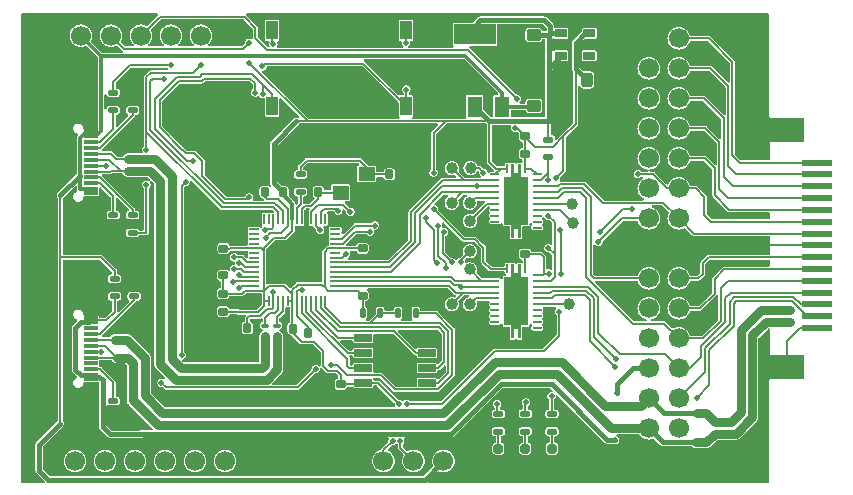
<source format=gtl>
%FSLAX46Y46*%
%MOMM*%
%ADD10C,0.200000*%
%ADD12C,0.300000*%
%ADD13C,0.400000*%
%ADD11C,0.800000*%
%AMPS39*
4,1,20,
-1.025000,-2.025000,
-1.025000,2.025000,
-0.390000,2.025000,
-0.390000,3.150000,
-0.160000,3.150000,
-0.162500,2.370000,
0.160000,2.370000,
0.160000,3.150000,
0.390000,3.150000,
0.390000,2.025000,
1.025000,2.025000,
1.025000,-2.025000,
0.390000,-2.025000,
0.390000,-3.150000,
0.160000,-3.150000,
0.160000,-2.370000,
-0.160000,-2.370000,
-0.160000,-3.150000,
-0.390000,-3.150000,
-0.390000,-2.025000,
-1.025000,-2.025000,
0*
%
%ADD39PS39*%
%AMPS40*
1,1,1.700000,0.000000,0.000000*
%
%ADD40PS40*%
%AMPS20*
1,1,1.700000,0.000000,0.000000*
%
%ADD20PS20*%
%AMPS51*
1,1,1.700000,0.000000,0.000000*
%
%ADD51PS51*%
%AMPS19*
21,1,1.000000,1.600000,0.000000,0.000000,0.000000*
%
%ADD19PS19*%
%AMPS18*
21,1,1.000000,1.600000,0.000000,0.000000,180.000000*
%
%ADD18PS18*%
%AMPS42*
21,1,0.200000,0.875000,0.000000,0.000000,0.000000*
%
%ADD42PS42*%
%AMPS44*
21,1,0.200000,0.875000,0.000000,0.000000,90.000000*
%
%ADD44PS44*%
%AMPS41*
21,1,0.200000,0.875000,0.000000,0.000000,180.000000*
%
%ADD41PS41*%
%AMPS43*
21,1,0.200000,0.875000,0.000000,0.000000,270.000000*
%
%ADD43PS43*%
%AMPS14*
21,1,0.600000,1.500000,0.000000,0.000000,90.000000*
%
%ADD14PS14*%
%AMPS15*
21,1,0.600000,1.500000,0.000000,0.000000,270.000000*
%
%ADD15PS15*%
%AMPS29*
21,1,1.250000,1.750000,0.000000,0.000000,0.000000*
%
%ADD29PS29*%
%AMPS47*
21,1,0.600000,1.150000,0.000000,0.000000,270.000000*
%
%ADD47PS47*%
%AMPS45*
21,1,3.200000,3.200000,0.000000,0.000000,180.000000*
%
%ADD45PS45*%
%AMPS30*
21,1,3.500000,1.750000,0.000000,0.000000,0.000000*
%
%ADD30PS30*%
%AMPS48*
21,1,2.180000,2.000000,0.000000,0.000000,270.000000*
%
%ADD48PS48*%
%AMPS49*
21,1,0.300000,1.150000,0.000000,0.000000,270.000000*
%
%ADD49PS49*%
%AMPS23*
21,1,0.700000,1.000000,0.000000,0.000000,270.000000*
%
%ADD23PS23*%
%AMPS52*
21,1,1.400000,1.200000,0.000000,0.000000,0.000000*
%
%ADD52PS52*%
%AMPS28*
21,1,2.900000,2.000000,0.000000,0.000000,180.000000*
%
%ADD28PS28*%
%AMPS27*
21,1,2.540000,0.500000,0.000000,0.000000,180.000000*
%
%ADD27PS27*%
%AMPS53*
1,1,0.500000,0.000000,0.000000*
%
%ADD53PS53*%
%AMPS16*
1,1,0.200000,0.200000,0.100000*
1,1,0.200000,-0.200000,-0.100000*
1,1,0.200000,-0.200000,0.100000*
21,1,0.400000,0.400000,0.000000,0.000000,90.000000*
21,1,0.200000,0.600000,0.000000,0.000000,90.000000*
1,1,0.200000,0.200000,-0.100000*
%
%ADD16PS16*%
%AMPS50*
1,1,0.360000,0.220000,-0.195000*
1,1,0.360000,-0.220000,0.195000*
1,1,0.360000,0.220000,0.195000*
21,1,0.800000,0.390000,0.000000,0.000000,0.000000*
21,1,0.440000,0.750000,0.000000,0.000000,0.000000*
1,1,0.360000,-0.220000,-0.195000*
%
%ADD50PS50*%
%AMPS31*
1,1,0.360000,0.195000,0.220000*
1,1,0.360000,-0.195000,-0.220000*
1,1,0.360000,-0.195000,0.220000*
21,1,0.800000,0.390000,0.000000,0.000000,90.000000*
21,1,0.440000,0.750000,0.000000,0.000000,90.000000*
1,1,0.360000,0.195000,-0.220000*
%
%ADD31PS31*%
%AMPS17*
1,1,0.360000,-0.220000,0.195000*
1,1,0.360000,0.220000,-0.195000*
1,1,0.360000,-0.220000,-0.195000*
21,1,0.800000,0.390000,0.000000,0.000000,180.000000*
21,1,0.440000,0.750000,0.000000,0.000000,180.000000*
1,1,0.360000,0.220000,0.195000*
%
%ADD17PS17*%
%AMPS33*
1,1,0.360000,-0.195000,-0.220000*
1,1,0.360000,0.195000,0.220000*
1,1,0.360000,0.195000,-0.220000*
21,1,0.800000,0.390000,0.000000,0.000000,270.000000*
21,1,0.440000,0.750000,0.000000,0.000000,270.000000*
1,1,0.360000,-0.195000,0.220000*
%
%ADD33PS33*%
%AMPS32*
1,1,0.360000,0.220000,0.220000*
1,1,0.360000,-0.220000,-0.220000*
1,1,0.360000,-0.220000,0.220000*
21,1,0.800000,0.440000,0.000000,0.000000,90.000000*
21,1,0.440000,0.800000,0.000000,0.000000,90.000000*
1,1,0.360000,0.220000,-0.220000*
%
%ADD32PS32*%
%AMPS25*
1,1,0.500000,0.375000,0.250000*
1,1,0.500000,-0.375000,-0.250000*
1,1,0.500000,-0.375000,0.250000*
21,1,1.000000,0.750000,0.000000,0.000000,90.000000*
21,1,0.500000,1.250000,0.000000,0.000000,90.000000*
1,1,0.500000,0.375000,-0.250000*
%
%ADD25PS25*%
%AMPS34*
1,1,0.500000,-0.250000,0.375000*
1,1,0.500000,0.250000,-0.375000*
1,1,0.500000,-0.250000,-0.375000*
21,1,1.000000,0.750000,0.000000,0.000000,180.000000*
21,1,0.500000,1.250000,0.000000,0.000000,180.000000*
1,1,0.500000,0.250000,0.375000*
%
%ADD34PS34*%
%AMPS46*
1,1,0.500000,-0.375000,-0.250000*
1,1,0.500000,0.375000,0.250000*
1,1,0.500000,0.375000,-0.250000*
21,1,1.000000,0.750000,0.000000,0.000000,270.000000*
21,1,0.500000,1.250000,0.000000,0.000000,270.000000*
1,1,0.500000,-0.375000,0.250000*
%
%ADD46PS46*%
%AMPS26*
1,1,0.240000,0.130000,-0.330000*
1,1,0.240000,-0.130000,0.330000*
1,1,0.240000,0.130000,0.330000*
21,1,0.500000,0.660000,0.000000,0.000000,0.000000*
21,1,0.260000,0.900000,0.000000,0.000000,0.000000*
1,1,0.240000,-0.130000,-0.330000*
%
%ADD26PS26*%
%AMPS24*
1,1,0.240000,0.330000,0.130000*
1,1,0.240000,-0.330000,-0.130000*
1,1,0.240000,-0.330000,0.130000*
21,1,0.500000,0.660000,0.000000,0.000000,90.000000*
21,1,0.260000,0.900000,0.000000,0.000000,90.000000*
1,1,0.240000,0.330000,-0.130000*
%
%ADD24PS24*%
%AMPS22*
1,1,0.240000,-0.330000,-0.130000*
1,1,0.240000,0.330000,0.130000*
1,1,0.240000,0.330000,-0.130000*
21,1,0.500000,0.660000,0.000000,0.000000,270.000000*
21,1,0.260000,0.900000,0.000000,0.000000,270.000000*
1,1,0.240000,-0.330000,0.130000*
%
%ADD22PS22*%
%AMPS37*
1,1,0.230000,0.000000,0.285000*
4,1,4,
-0.115000,-0.400000,
-0.115000,0.285000,
0.115000,0.285000,
0.115000,-0.400000,
-0.115000,-0.400000,
0*
%
%ADD37PS37*%
%AMPS36*
1,1,0.230000,-0.285000,0.000000*
4,1,4,
0.400000,-0.115000,
-0.285000,-0.115000,
-0.285000,0.115000,
0.400000,0.115000,
0.400000,-0.115000,
0*
%
%ADD36PS36*%
%AMPS38*
1,1,0.230000,0.000000,-0.285000*
4,1,4,
0.115000,0.400000,
0.115000,-0.285000,
-0.115000,-0.285000,
-0.115000,0.400000,
0.115000,0.400000,
0*
%
%ADD38PS38*%
%AMPS35*
1,1,0.230000,0.285000,0.000000*
4,1,4,
-0.400000,0.115000,
0.285000,0.115000,
0.285000,-0.115000,
-0.400000,-0.115000,
-0.400000,0.115000,
0*
%
%ADD35PS35*%
%AMPS21*
1,1,1.000000,0.000000,0.000000*
%
%ADD21PS21*%
G01*
%LPD*%
G36*
X-64494756Y-19890000D02*
X-64455752Y-19882080D01*
X-64422927Y-19859575D01*
X-64401479Y-19826048D01*
X-64394807Y-19786812D01*
X-64403966Y-19748081D01*
X-64424045Y-19719289D01*
X-65109938Y-19033396D01*
X-65120148Y-19022131D01*
X-65140342Y-18997525D01*
X-65157214Y-18972273D01*
X-65171062Y-18946365D01*
X-65182678Y-18918321D01*
X-65191208Y-18890204D01*
X-65197134Y-18860415D01*
X-65200253Y-18828753D01*
X-65201000Y-18813537D01*
X-65201000Y-16642463D01*
X-65200253Y-16627248D01*
X-65197134Y-16595583D01*
X-65191208Y-16565796D01*
X-65182678Y-16537678D01*
X-65171062Y-16509634D01*
X-65157214Y-16483726D01*
X-65140342Y-16458474D01*
X-65121585Y-16435619D01*
X-65110752Y-16424704D01*
X-65108288Y-16420954D01*
X-63338289Y-14650955D01*
X-63316310Y-14617775D01*
X-63309000Y-14580244D01*
X-63309000Y4214757D01*
X-63316920Y4253761D01*
X-63331699Y4278196D01*
X-63348339Y4298473D01*
X-63365211Y4323723D01*
X-63379059Y4349631D01*
X-63390682Y4377690D01*
X-63399210Y4405804D01*
X-63405133Y4435580D01*
X-63408012Y4464812D01*
X-63408012Y4495186D01*
X-63405133Y4524419D01*
X-63399210Y4554195D01*
X-63390682Y4582309D01*
X-63379059Y4610368D01*
X-63365211Y4636276D01*
X-63348342Y4661523D01*
X-63328149Y4686129D01*
X-63317935Y4697399D01*
X-61724289Y6291045D01*
X-61702310Y6324225D01*
X-61695000Y6361756D01*
X-61695000Y9317554D01*
X-61694254Y9332735D01*
X-61692093Y9354666D01*
X-61686169Y9384450D01*
X-61680487Y9403181D01*
X-61668866Y9431234D01*
X-61659639Y9448497D01*
X-61642769Y9473747D01*
X-61628794Y9490776D01*
X-61618580Y9502046D01*
X-61575444Y9545182D01*
X-61553465Y9578362D01*
X-61546168Y9617487D01*
X-61554708Y9656359D01*
X-61577734Y9688822D01*
X-61611598Y9709732D01*
X-61631480Y9714810D01*
X-61646371Y9717019D01*
X-61661304Y9719989D01*
X-61687476Y9726545D01*
X-61702033Y9730962D01*
X-61727427Y9740048D01*
X-61741490Y9745873D01*
X-61765865Y9757401D01*
X-61779297Y9764581D01*
X-61802434Y9778448D01*
X-61815077Y9786896D01*
X-61836753Y9802973D01*
X-61848513Y9812624D01*
X-61868497Y9830737D01*
X-61879263Y9841503D01*
X-61897376Y9861487D01*
X-61907027Y9873247D01*
X-61923104Y9894923D01*
X-61931552Y9907566D01*
X-61945419Y9930703D01*
X-61952599Y9944135D01*
X-61964127Y9968510D01*
X-61969952Y9982573D01*
X-61979038Y10007967D01*
X-61983455Y10022524D01*
X-61990011Y10048696D01*
X-61992977Y10063612D01*
X-61996940Y10090328D01*
X-61998428Y10105426D01*
X-61999753Y10132405D01*
X-61999753Y10147595D01*
X-61998428Y10174574D01*
X-61996940Y10189672D01*
X-61992977Y10216388D01*
X-61990011Y10231304D01*
X-61983455Y10257476D01*
X-61979038Y10272033D01*
X-61969952Y10297427D01*
X-61964127Y10311490D01*
X-61952599Y10335865D01*
X-61945419Y10349297D01*
X-61931552Y10372434D01*
X-61923104Y10385077D01*
X-61907027Y10406753D01*
X-61897376Y10418513D01*
X-61879263Y10438497D01*
X-61868497Y10449263D01*
X-61848513Y10467376D01*
X-61836753Y10477027D01*
X-61815077Y10493104D01*
X-61802434Y10501552D01*
X-61779297Y10515419D01*
X-61765865Y10522599D01*
X-61741490Y10534127D01*
X-61727427Y10539952D01*
X-61702033Y10549038D01*
X-61687476Y10553455D01*
X-61661304Y10560011D01*
X-61646388Y10562977D01*
X-61619672Y10566940D01*
X-61604574Y10568428D01*
X-61577595Y10569753D01*
X-61562405Y10569753D01*
X-61535426Y10568428D01*
X-61520328Y10566940D01*
X-61493612Y10562977D01*
X-61478696Y10560011D01*
X-61452524Y10553455D01*
X-61437967Y10549038D01*
X-61412573Y10539952D01*
X-61398510Y10534127D01*
X-61374135Y10522599D01*
X-61360703Y10515419D01*
X-61337566Y10501552D01*
X-61324923Y10493104D01*
X-61303247Y10477027D01*
X-61291487Y10467376D01*
X-61271503Y10449263D01*
X-61260737Y10438497D01*
X-61242624Y10418513D01*
X-61232973Y10406753D01*
X-61216896Y10385077D01*
X-61208448Y10372434D01*
X-61194581Y10349297D01*
X-61187401Y10335865D01*
X-61175873Y10311490D01*
X-61170048Y10297427D01*
X-61160962Y10272033D01*
X-61156545Y10257476D01*
X-61149989Y10231304D01*
X-61147023Y10216388D01*
X-61143060Y10189672D01*
X-61141572Y10174573D01*
X-61140370Y10150094D01*
X-61130546Y10111526D01*
X-61106457Y10079844D01*
X-61071919Y10060067D01*
X-61040490Y10055000D01*
X-59974999Y10055000D01*
X-59935995Y10062920D01*
X-59903170Y10085425D01*
X-59881722Y10118952D01*
X-59874999Y10155000D01*
X-59874999Y16122953D01*
X-59882919Y16161957D01*
X-59904288Y16193664D01*
X-60828586Y17117962D01*
X-60861766Y17139941D01*
X-60900891Y17147238D01*
X-60942053Y17137650D01*
X-60977619Y17120828D01*
X-60991657Y17115014D01*
X-61065570Y17088567D01*
X-61080126Y17084152D01*
X-61156281Y17065076D01*
X-61171183Y17062112D01*
X-61248869Y17050588D01*
X-61263967Y17049100D01*
X-61342405Y17045247D01*
X-61357595Y17045247D01*
X-61436033Y17049100D01*
X-61451131Y17050588D01*
X-61528817Y17062112D01*
X-61543719Y17065076D01*
X-61619874Y17084152D01*
X-61634430Y17088567D01*
X-61708343Y17115014D01*
X-61722390Y17120832D01*
X-61793356Y17154396D01*
X-61806766Y17161563D01*
X-61874122Y17201936D01*
X-61886746Y17210371D01*
X-61949817Y17257148D01*
X-61961566Y17266790D01*
X-62019728Y17319505D01*
X-62030495Y17330272D01*
X-62083210Y17388434D01*
X-62092852Y17400183D01*
X-62139629Y17463254D01*
X-62148064Y17475878D01*
X-62188437Y17543234D01*
X-62195604Y17556644D01*
X-62229168Y17627610D01*
X-62234986Y17641657D01*
X-62261433Y17715570D01*
X-62265848Y17730126D01*
X-62284924Y17806281D01*
X-62287888Y17821183D01*
X-62299412Y17898869D01*
X-62300900Y17913967D01*
X-62304753Y17992405D01*
X-62304753Y18007595D01*
X-62300900Y18086033D01*
X-62299412Y18101131D01*
X-62287888Y18178817D01*
X-62284924Y18193719D01*
X-62265848Y18269874D01*
X-62261433Y18284430D01*
X-62234986Y18358343D01*
X-62229168Y18372390D01*
X-62195604Y18443356D01*
X-62188437Y18456766D01*
X-62148064Y18524122D01*
X-62139629Y18536746D01*
X-62092852Y18599817D01*
X-62083210Y18611566D01*
X-62030495Y18669728D01*
X-62019728Y18680495D01*
X-61961566Y18733210D01*
X-61949817Y18742852D01*
X-61886746Y18789629D01*
X-61874122Y18798064D01*
X-61806766Y18838437D01*
X-61793356Y18845604D01*
X-61722390Y18879168D01*
X-61708343Y18884986D01*
X-61634430Y18911433D01*
X-61619874Y18915848D01*
X-61543719Y18934924D01*
X-61528817Y18937888D01*
X-61451131Y18949412D01*
X-61436033Y18950900D01*
X-61357595Y18954753D01*
X-61342405Y18954753D01*
X-61263967Y18950900D01*
X-61248869Y18949412D01*
X-61171183Y18937888D01*
X-61156281Y18934924D01*
X-61080126Y18915848D01*
X-61065570Y18911433D01*
X-60991657Y18884986D01*
X-60977610Y18879168D01*
X-60906644Y18845604D01*
X-60893234Y18838437D01*
X-60825878Y18798064D01*
X-60813254Y18789629D01*
X-60750183Y18742852D01*
X-60738434Y18733210D01*
X-60680272Y18680495D01*
X-60669505Y18669728D01*
X-60616790Y18611566D01*
X-60607148Y18599817D01*
X-60560371Y18536746D01*
X-60551936Y18524122D01*
X-60511563Y18456766D01*
X-60504396Y18443356D01*
X-60470832Y18372390D01*
X-60465014Y18358343D01*
X-60438567Y18284430D01*
X-60434152Y18269874D01*
X-60415076Y18193719D01*
X-60412112Y18178817D01*
X-60400588Y18101131D01*
X-60399100Y18086033D01*
X-60395247Y18007595D01*
X-60395247Y17992405D01*
X-60399100Y17913967D01*
X-60400588Y17898869D01*
X-60412112Y17821183D01*
X-60415076Y17806281D01*
X-60434152Y17730126D01*
X-60438567Y17715570D01*
X-60465014Y17641657D01*
X-60470828Y17627619D01*
X-60487650Y17592053D01*
X-60497166Y17553408D01*
X-60490857Y17514112D01*
X-60467962Y17478586D01*
X-59543664Y16554288D01*
X-59510484Y16532309D01*
X-59472953Y16524999D01*
X-57840528Y16524999D01*
X-57801524Y16532919D01*
X-57768699Y16555424D01*
X-57747251Y16588951D01*
X-57740579Y16628187D01*
X-57749738Y16666918D01*
X-57773279Y16699009D01*
X-57797941Y16714648D01*
X-57797754Y16714999D01*
X-57810708Y16721923D01*
X-57835958Y16738795D01*
X-57843660Y16745116D01*
X-57854574Y16755948D01*
X-57858324Y16758412D01*
X-58240995Y17141083D01*
X-58274175Y17163062D01*
X-58313300Y17170359D01*
X-58358848Y17158563D01*
X-58366646Y17154395D01*
X-58437610Y17120832D01*
X-58451657Y17115014D01*
X-58525570Y17088567D01*
X-58540126Y17084152D01*
X-58616281Y17065076D01*
X-58631183Y17062112D01*
X-58708869Y17050588D01*
X-58723967Y17049100D01*
X-58802405Y17045247D01*
X-58817595Y17045247D01*
X-58896033Y17049100D01*
X-58911131Y17050588D01*
X-58988817Y17062112D01*
X-59003719Y17065076D01*
X-59079874Y17084152D01*
X-59094430Y17088567D01*
X-59168343Y17115014D01*
X-59182390Y17120832D01*
X-59253356Y17154396D01*
X-59266766Y17161563D01*
X-59334122Y17201936D01*
X-59346746Y17210371D01*
X-59409817Y17257148D01*
X-59421566Y17266790D01*
X-59479728Y17319505D01*
X-59490495Y17330272D01*
X-59543210Y17388434D01*
X-59552852Y17400183D01*
X-59599629Y17463254D01*
X-59608064Y17475878D01*
X-59648437Y17543234D01*
X-59655604Y17556644D01*
X-59689168Y17627610D01*
X-59694986Y17641657D01*
X-59721433Y17715570D01*
X-59725848Y17730126D01*
X-59744924Y17806281D01*
X-59747888Y17821183D01*
X-59759412Y17898869D01*
X-59760900Y17913967D01*
X-59764753Y17992405D01*
X-59764753Y18007595D01*
X-59760900Y18086033D01*
X-59759412Y18101131D01*
X-59747888Y18178817D01*
X-59744924Y18193719D01*
X-59725848Y18269874D01*
X-59721433Y18284430D01*
X-59694986Y18358343D01*
X-59689168Y18372390D01*
X-59655604Y18443356D01*
X-59648437Y18456766D01*
X-59608064Y18524122D01*
X-59599629Y18536746D01*
X-59552852Y18599817D01*
X-59543210Y18611566D01*
X-59490495Y18669728D01*
X-59479728Y18680495D01*
X-59421566Y18733210D01*
X-59409817Y18742852D01*
X-59346746Y18789629D01*
X-59334122Y18798064D01*
X-59266766Y18838437D01*
X-59253356Y18845604D01*
X-59182390Y18879168D01*
X-59168343Y18884986D01*
X-59094430Y18911433D01*
X-59079874Y18915848D01*
X-59003719Y18934924D01*
X-58988817Y18937888D01*
X-58911131Y18949412D01*
X-58896033Y18950900D01*
X-58817595Y18954753D01*
X-58802405Y18954753D01*
X-58723967Y18950900D01*
X-58708869Y18949412D01*
X-58631183Y18937888D01*
X-58616281Y18934924D01*
X-58540126Y18915848D01*
X-58525570Y18911433D01*
X-58451657Y18884986D01*
X-58437610Y18879168D01*
X-58366644Y18845604D01*
X-58353234Y18838437D01*
X-58285878Y18798064D01*
X-58273254Y18789629D01*
X-58210183Y18742852D01*
X-58198434Y18733210D01*
X-58140272Y18680495D01*
X-58129505Y18669728D01*
X-58076790Y18611566D01*
X-58067148Y18599817D01*
X-58020371Y18536746D01*
X-58011936Y18524122D01*
X-57971563Y18456766D01*
X-57964396Y18443356D01*
X-57930832Y18372390D01*
X-57925014Y18358343D01*
X-57898567Y18284430D01*
X-57894152Y18269874D01*
X-57875076Y18193719D01*
X-57872112Y18178817D01*
X-57860588Y18101131D01*
X-57859100Y18086033D01*
X-57855247Y18007595D01*
X-57855247Y17992405D01*
X-57859100Y17913967D01*
X-57860588Y17898869D01*
X-57872112Y17821183D01*
X-57875076Y17806281D01*
X-57894152Y17730126D01*
X-57898567Y17715570D01*
X-57925014Y17641657D01*
X-57930832Y17627610D01*
X-57964395Y17556646D01*
X-57968563Y17548848D01*
X-57979965Y17510716D01*
X-57975592Y17471158D01*
X-57951083Y17430995D01*
X-57654367Y17134279D01*
X-57621187Y17112300D01*
X-57583656Y17104990D01*
X-56962288Y17104990D01*
X-56923284Y17112910D01*
X-56890459Y17135415D01*
X-56869011Y17168942D01*
X-56862339Y17208178D01*
X-56871498Y17246909D01*
X-56895132Y17279085D01*
X-56939728Y17319505D01*
X-56950495Y17330272D01*
X-57003210Y17388434D01*
X-57012852Y17400183D01*
X-57059629Y17463254D01*
X-57068064Y17475878D01*
X-57108437Y17543234D01*
X-57115604Y17556644D01*
X-57149168Y17627610D01*
X-57154986Y17641657D01*
X-57181433Y17715570D01*
X-57185848Y17730126D01*
X-57204924Y17806281D01*
X-57207888Y17821183D01*
X-57219412Y17898869D01*
X-57220900Y17913967D01*
X-57224753Y17992405D01*
X-57224753Y18007595D01*
X-57220900Y18086033D01*
X-57219412Y18101131D01*
X-57207888Y18178817D01*
X-57204924Y18193719D01*
X-57185848Y18269874D01*
X-57181433Y18284430D01*
X-57154986Y18358343D01*
X-57149168Y18372390D01*
X-57115604Y18443356D01*
X-57108437Y18456766D01*
X-57068064Y18524122D01*
X-57059629Y18536746D01*
X-57012852Y18599817D01*
X-57003210Y18611566D01*
X-56950495Y18669728D01*
X-56939728Y18680495D01*
X-56881566Y18733210D01*
X-56869817Y18742852D01*
X-56806746Y18789629D01*
X-56794122Y18798064D01*
X-56726766Y18838437D01*
X-56713356Y18845604D01*
X-56642390Y18879168D01*
X-56628343Y18884986D01*
X-56554430Y18911433D01*
X-56539874Y18915848D01*
X-56463719Y18934924D01*
X-56448817Y18937888D01*
X-56371131Y18949412D01*
X-56356033Y18950900D01*
X-56277595Y18954753D01*
X-56262405Y18954753D01*
X-56183967Y18950900D01*
X-56168869Y18949412D01*
X-56091183Y18937888D01*
X-56076281Y18934924D01*
X-56000126Y18915848D01*
X-55985570Y18911433D01*
X-55911657Y18884986D01*
X-55897610Y18879168D01*
X-55826646Y18845605D01*
X-55818848Y18841437D01*
X-55780716Y18830035D01*
X-55741158Y18834408D01*
X-55700995Y18858917D01*
X-54840623Y19719289D01*
X-54818644Y19752469D01*
X-54811347Y19791594D01*
X-54819887Y19830466D01*
X-54842913Y19862929D01*
X-54876777Y19883839D01*
X-54911334Y19890000D01*
X-66290000Y19890000D01*
X-66329004Y19882080D01*
X-66361829Y19859575D01*
X-66383277Y19826048D01*
X-66390000Y19790000D01*
X-66390000Y-19790000D01*
X-66382080Y-19829004D01*
X-66359575Y-19861829D01*
X-66326048Y-19883277D01*
X-66290000Y-19890000D01*
X-64494756Y-19890000D01*
D02*
G37*
%LPD*%
G36*
X-3100000Y2454986D02*
X-3060996Y2462906D01*
X-3028171Y2485411D01*
X-3006723Y2518938D01*
X-3000000Y2554986D01*
X-3000000Y2944986D01*
X-3007920Y2983990D01*
X-3030425Y3016815D01*
X-3063952Y3038263D01*
X-3100000Y3044986D01*
X-6447521Y3044986D01*
X-6462721Y3045733D01*
X-6474902Y3046932D01*
X-6504677Y3052855D01*
X-6514039Y3055695D01*
X-6542083Y3067311D01*
X-6550704Y3071919D01*
X-6575954Y3088791D01*
X-6583656Y3095112D01*
X-6594570Y3105944D01*
X-6598320Y3108408D01*
X-7821272Y4331360D01*
X-7824041Y4335415D01*
X-7834873Y4346329D01*
X-7841194Y4354031D01*
X-7858066Y4379281D01*
X-7862674Y4387902D01*
X-7874290Y4415946D01*
X-7877129Y4425305D01*
X-7883054Y4455086D01*
X-7884254Y4467266D01*
X-7885000Y4482449D01*
X-7885000Y6657666D01*
X-7892920Y6696670D01*
X-7914289Y6728377D01*
X-8571623Y7385711D01*
X-8604803Y7407690D01*
X-8642334Y7415000D01*
X-9720308Y7415000D01*
X-9759312Y7407080D01*
X-9792137Y7384575D01*
X-9816003Y7344026D01*
X-9818571Y7335561D01*
X-9845014Y7261657D01*
X-9850832Y7247610D01*
X-9884396Y7176644D01*
X-9891563Y7163234D01*
X-9931936Y7095878D01*
X-9940371Y7083254D01*
X-9987148Y7020183D01*
X-9996790Y7008434D01*
X-10049505Y6950272D01*
X-10060272Y6939505D01*
X-10118434Y6886790D01*
X-10130183Y6877148D01*
X-10193254Y6830371D01*
X-10205878Y6821936D01*
X-10273234Y6781563D01*
X-10286644Y6774396D01*
X-10357610Y6740832D01*
X-10371657Y6735014D01*
X-10445570Y6708567D01*
X-10460126Y6704152D01*
X-10536281Y6685076D01*
X-10551183Y6682112D01*
X-10628869Y6670588D01*
X-10643967Y6669100D01*
X-10722405Y6665247D01*
X-10737595Y6665247D01*
X-10816033Y6669100D01*
X-10831131Y6670588D01*
X-10908817Y6682112D01*
X-10923719Y6685076D01*
X-10999874Y6704152D01*
X-11014430Y6708567D01*
X-11088343Y6735014D01*
X-11102390Y6740832D01*
X-11173356Y6774396D01*
X-11186766Y6781563D01*
X-11254122Y6821936D01*
X-11266746Y6830371D01*
X-11329817Y6877148D01*
X-11341566Y6886790D01*
X-11399728Y6939505D01*
X-11410495Y6950272D01*
X-11463210Y7008434D01*
X-11472852Y7020183D01*
X-11519629Y7083254D01*
X-11528064Y7095878D01*
X-11568437Y7163234D01*
X-11575604Y7176644D01*
X-11609168Y7247610D01*
X-11614986Y7261657D01*
X-11641433Y7335570D01*
X-11645848Y7350126D01*
X-11664924Y7426281D01*
X-11667888Y7441183D01*
X-11679412Y7518869D01*
X-11680900Y7533967D01*
X-11684753Y7612405D01*
X-11684753Y7627595D01*
X-11680900Y7706033D01*
X-11679412Y7721131D01*
X-11667888Y7798817D01*
X-11664924Y7813719D01*
X-11645848Y7889874D01*
X-11641433Y7904430D01*
X-11614986Y7978343D01*
X-11609168Y7992390D01*
X-11575604Y8063356D01*
X-11568437Y8076766D01*
X-11528064Y8144122D01*
X-11519629Y8156746D01*
X-11472852Y8219817D01*
X-11463210Y8231566D01*
X-11410495Y8289728D01*
X-11399728Y8300495D01*
X-11341566Y8353210D01*
X-11329817Y8362852D01*
X-11266746Y8409629D01*
X-11254122Y8418064D01*
X-11186766Y8458437D01*
X-11173356Y8465604D01*
X-11102390Y8499168D01*
X-11088343Y8504986D01*
X-11014430Y8531433D01*
X-10999874Y8535848D01*
X-10923719Y8554924D01*
X-10908817Y8557888D01*
X-10831131Y8569412D01*
X-10816033Y8570900D01*
X-10737595Y8574753D01*
X-10722405Y8574753D01*
X-10643967Y8570900D01*
X-10628869Y8569412D01*
X-10551183Y8557888D01*
X-10536281Y8554924D01*
X-10460126Y8535848D01*
X-10445570Y8531433D01*
X-10371657Y8504986D01*
X-10357610Y8499168D01*
X-10286644Y8465604D01*
X-10273234Y8458437D01*
X-10205878Y8418064D01*
X-10193254Y8409629D01*
X-10130183Y8362852D01*
X-10118434Y8353210D01*
X-10060272Y8300495D01*
X-10049505Y8289728D01*
X-9996790Y8231566D01*
X-9987148Y8219817D01*
X-9940371Y8156746D01*
X-9931936Y8144122D01*
X-9891563Y8076766D01*
X-9884396Y8063356D01*
X-9850832Y7992390D01*
X-9845014Y7978343D01*
X-9818571Y7904439D01*
X-9816003Y7895974D01*
X-9797103Y7860949D01*
X-9766039Y7836069D01*
X-9720308Y7825000D01*
X-8518449Y7825000D01*
X-8503266Y7824254D01*
X-8491086Y7823054D01*
X-8461305Y7817129D01*
X-8451946Y7814290D01*
X-8423902Y7802674D01*
X-8415281Y7798066D01*
X-8390031Y7781194D01*
X-8382329Y7774873D01*
X-8371415Y7764041D01*
X-8367665Y7761577D01*
X-7671711Y7065623D01*
X-7638531Y7043644D01*
X-7599406Y7036347D01*
X-7560534Y7044887D01*
X-7528071Y7067913D01*
X-7507161Y7101777D01*
X-7501000Y7136334D01*
X-7501000Y8833666D01*
X-7508920Y8872670D01*
X-7530289Y8904377D01*
X-8551623Y9925711D01*
X-8584803Y9947690D01*
X-8622334Y9955000D01*
X-9720308Y9955000D01*
X-9759312Y9947080D01*
X-9792137Y9924575D01*
X-9816003Y9884026D01*
X-9818571Y9875561D01*
X-9845014Y9801657D01*
X-9850832Y9787610D01*
X-9884396Y9716644D01*
X-9891563Y9703234D01*
X-9931936Y9635878D01*
X-9940371Y9623254D01*
X-9987148Y9560183D01*
X-9996790Y9548434D01*
X-10049505Y9490272D01*
X-10060272Y9479505D01*
X-10118434Y9426790D01*
X-10130183Y9417148D01*
X-10193254Y9370371D01*
X-10205878Y9361936D01*
X-10273234Y9321563D01*
X-10286644Y9314396D01*
X-10357610Y9280832D01*
X-10371657Y9275014D01*
X-10445570Y9248567D01*
X-10460126Y9244152D01*
X-10536281Y9225076D01*
X-10551183Y9222112D01*
X-10628869Y9210588D01*
X-10643967Y9209100D01*
X-10722405Y9205247D01*
X-10737595Y9205247D01*
X-10816033Y9209100D01*
X-10831131Y9210588D01*
X-10908817Y9222112D01*
X-10923719Y9225076D01*
X-10999874Y9244152D01*
X-11014430Y9248567D01*
X-11088343Y9275014D01*
X-11102390Y9280832D01*
X-11173356Y9314396D01*
X-11186766Y9321563D01*
X-11254122Y9361936D01*
X-11266746Y9370371D01*
X-11329817Y9417148D01*
X-11341566Y9426790D01*
X-11399728Y9479505D01*
X-11410495Y9490272D01*
X-11463210Y9548434D01*
X-11472852Y9560183D01*
X-11519629Y9623254D01*
X-11528064Y9635878D01*
X-11568437Y9703234D01*
X-11575604Y9716644D01*
X-11609168Y9787610D01*
X-11614986Y9801657D01*
X-11641433Y9875570D01*
X-11645848Y9890126D01*
X-11664924Y9966281D01*
X-11667888Y9981183D01*
X-11679412Y10058869D01*
X-11680900Y10073967D01*
X-11684753Y10152405D01*
X-11684753Y10167595D01*
X-11680900Y10246033D01*
X-11679412Y10261131D01*
X-11667888Y10338817D01*
X-11664924Y10353719D01*
X-11645848Y10429874D01*
X-11641433Y10444430D01*
X-11614986Y10518343D01*
X-11609168Y10532390D01*
X-11575604Y10603356D01*
X-11568437Y10616766D01*
X-11528064Y10684122D01*
X-11519629Y10696746D01*
X-11472852Y10759817D01*
X-11463210Y10771566D01*
X-11410495Y10829728D01*
X-11399728Y10840495D01*
X-11341566Y10893210D01*
X-11329817Y10902852D01*
X-11266746Y10949629D01*
X-11254122Y10958064D01*
X-11186766Y10998437D01*
X-11173356Y11005604D01*
X-11102390Y11039168D01*
X-11088343Y11044986D01*
X-11014430Y11071433D01*
X-10999874Y11075848D01*
X-10923719Y11094924D01*
X-10908817Y11097888D01*
X-10831131Y11109412D01*
X-10816033Y11110900D01*
X-10737595Y11114753D01*
X-10722405Y11114753D01*
X-10643967Y11110900D01*
X-10628869Y11109412D01*
X-10551183Y11097888D01*
X-10536281Y11094924D01*
X-10460126Y11075848D01*
X-10445570Y11071433D01*
X-10371657Y11044986D01*
X-10357610Y11039168D01*
X-10286644Y11005604D01*
X-10273234Y10998437D01*
X-10205878Y10958064D01*
X-10193254Y10949629D01*
X-10130183Y10902852D01*
X-10118434Y10893210D01*
X-10060272Y10840495D01*
X-10049505Y10829728D01*
X-9996790Y10771566D01*
X-9987148Y10759817D01*
X-9940371Y10696746D01*
X-9931936Y10684122D01*
X-9891563Y10616766D01*
X-9884396Y10603356D01*
X-9850832Y10532390D01*
X-9845014Y10518343D01*
X-9818571Y10444439D01*
X-9816003Y10435974D01*
X-9797103Y10400949D01*
X-9766039Y10376069D01*
X-9720308Y10365000D01*
X-8498449Y10365000D01*
X-8483266Y10364254D01*
X-8471086Y10363054D01*
X-8441305Y10357129D01*
X-8431946Y10354290D01*
X-8403902Y10342674D01*
X-8395281Y10338066D01*
X-8370031Y10321194D01*
X-8362329Y10314873D01*
X-8351415Y10304041D01*
X-8347665Y10301577D01*
X-7287711Y9241623D01*
X-7254531Y9219644D01*
X-7215406Y9212347D01*
X-7176534Y9220887D01*
X-7144071Y9243913D01*
X-7123161Y9277777D01*
X-7117000Y9312334D01*
X-7117000Y10881666D01*
X-7124920Y10920670D01*
X-7146289Y10952377D01*
X-8659623Y12465711D01*
X-8692803Y12487690D01*
X-8730334Y12495000D01*
X-9720308Y12495000D01*
X-9759312Y12487080D01*
X-9792137Y12464575D01*
X-9816003Y12424026D01*
X-9818571Y12415561D01*
X-9845014Y12341657D01*
X-9850832Y12327610D01*
X-9884396Y12256644D01*
X-9891563Y12243234D01*
X-9931936Y12175878D01*
X-9940371Y12163254D01*
X-9987148Y12100183D01*
X-9996790Y12088434D01*
X-10049505Y12030272D01*
X-10060272Y12019505D01*
X-10118434Y11966790D01*
X-10130183Y11957148D01*
X-10193254Y11910371D01*
X-10205878Y11901936D01*
X-10273234Y11861563D01*
X-10286644Y11854396D01*
X-10357610Y11820832D01*
X-10371657Y11815014D01*
X-10445570Y11788567D01*
X-10460126Y11784152D01*
X-10536281Y11765076D01*
X-10551183Y11762112D01*
X-10628869Y11750588D01*
X-10643967Y11749100D01*
X-10722405Y11745247D01*
X-10737595Y11745247D01*
X-10816033Y11749100D01*
X-10831131Y11750588D01*
X-10908817Y11762112D01*
X-10923719Y11765076D01*
X-10999874Y11784152D01*
X-11014430Y11788567D01*
X-11088343Y11815014D01*
X-11102390Y11820832D01*
X-11173356Y11854396D01*
X-11186766Y11861563D01*
X-11254122Y11901936D01*
X-11266746Y11910371D01*
X-11329817Y11957148D01*
X-11341566Y11966790D01*
X-11399728Y12019505D01*
X-11410495Y12030272D01*
X-11463210Y12088434D01*
X-11472852Y12100183D01*
X-11519629Y12163254D01*
X-11528064Y12175878D01*
X-11568437Y12243234D01*
X-11575604Y12256644D01*
X-11609168Y12327610D01*
X-11614986Y12341657D01*
X-11641433Y12415570D01*
X-11645848Y12430126D01*
X-11664924Y12506281D01*
X-11667888Y12521183D01*
X-11679412Y12598869D01*
X-11680900Y12613967D01*
X-11684753Y12692405D01*
X-11684753Y12707595D01*
X-11680900Y12786033D01*
X-11679412Y12801131D01*
X-11667888Y12878817D01*
X-11664924Y12893719D01*
X-11645848Y12969874D01*
X-11641433Y12984430D01*
X-11614986Y13058343D01*
X-11609168Y13072390D01*
X-11575604Y13143356D01*
X-11568437Y13156766D01*
X-11528064Y13224122D01*
X-11519629Y13236746D01*
X-11472852Y13299817D01*
X-11463210Y13311566D01*
X-11410495Y13369728D01*
X-11399728Y13380495D01*
X-11341566Y13433210D01*
X-11329817Y13442852D01*
X-11266746Y13489629D01*
X-11254122Y13498064D01*
X-11186766Y13538437D01*
X-11173356Y13545604D01*
X-11102390Y13579168D01*
X-11088343Y13584986D01*
X-11014430Y13611433D01*
X-10999874Y13615848D01*
X-10923719Y13634924D01*
X-10908817Y13637888D01*
X-10831131Y13649412D01*
X-10816033Y13650900D01*
X-10737595Y13654753D01*
X-10722405Y13654753D01*
X-10643967Y13650900D01*
X-10628869Y13649412D01*
X-10551183Y13637888D01*
X-10536281Y13634924D01*
X-10460126Y13615848D01*
X-10445570Y13611433D01*
X-10371657Y13584986D01*
X-10357610Y13579168D01*
X-10286644Y13545604D01*
X-10273234Y13538437D01*
X-10205878Y13498064D01*
X-10193254Y13489629D01*
X-10130183Y13442852D01*
X-10118434Y13433210D01*
X-10060272Y13380495D01*
X-10049505Y13369728D01*
X-9996790Y13311566D01*
X-9987148Y13299817D01*
X-9940371Y13236746D01*
X-9931936Y13224122D01*
X-9891563Y13156766D01*
X-9884396Y13143356D01*
X-9850832Y13072390D01*
X-9845014Y13058343D01*
X-9818571Y12984439D01*
X-9816003Y12975974D01*
X-9797103Y12940949D01*
X-9766039Y12916069D01*
X-9720308Y12905000D01*
X-8606449Y12905000D01*
X-8591266Y12904254D01*
X-8579086Y12903054D01*
X-8549305Y12897129D01*
X-8539946Y12894290D01*
X-8511902Y12882674D01*
X-8503281Y12878066D01*
X-8478031Y12861194D01*
X-8470329Y12854873D01*
X-8459415Y12844041D01*
X-8455665Y12841577D01*
X-6937701Y11323613D01*
X-6904521Y11301634D01*
X-6865396Y11294337D01*
X-6826524Y11302877D01*
X-6794061Y11325903D01*
X-6773151Y11359767D01*
X-6766990Y11394324D01*
X-6766990Y13603656D01*
X-6774910Y13642660D01*
X-6796279Y13674367D01*
X-8127623Y15005711D01*
X-8160803Y15027690D01*
X-8198334Y15035000D01*
X-9720308Y15035000D01*
X-9759312Y15027080D01*
X-9792137Y15004575D01*
X-9816003Y14964026D01*
X-9818571Y14955561D01*
X-9845014Y14881657D01*
X-9850832Y14867610D01*
X-9884396Y14796644D01*
X-9891563Y14783234D01*
X-9931936Y14715878D01*
X-9940371Y14703254D01*
X-9987148Y14640183D01*
X-9996790Y14628434D01*
X-10049505Y14570272D01*
X-10060272Y14559505D01*
X-10118434Y14506790D01*
X-10130183Y14497148D01*
X-10193254Y14450371D01*
X-10205878Y14441936D01*
X-10273234Y14401563D01*
X-10286644Y14394396D01*
X-10357610Y14360832D01*
X-10371657Y14355014D01*
X-10445570Y14328567D01*
X-10460126Y14324152D01*
X-10536281Y14305076D01*
X-10551183Y14302112D01*
X-10628869Y14290588D01*
X-10643967Y14289100D01*
X-10722405Y14285247D01*
X-10737595Y14285247D01*
X-10816033Y14289100D01*
X-10831131Y14290588D01*
X-10908817Y14302112D01*
X-10923719Y14305076D01*
X-10999874Y14324152D01*
X-11014430Y14328567D01*
X-11088343Y14355014D01*
X-11102390Y14360832D01*
X-11173356Y14394396D01*
X-11186766Y14401563D01*
X-11254122Y14441936D01*
X-11266746Y14450371D01*
X-11329817Y14497148D01*
X-11341566Y14506790D01*
X-11399728Y14559505D01*
X-11410495Y14570272D01*
X-11463210Y14628434D01*
X-11472852Y14640183D01*
X-11519629Y14703254D01*
X-11528064Y14715878D01*
X-11568437Y14783234D01*
X-11575604Y14796644D01*
X-11609168Y14867610D01*
X-11614986Y14881657D01*
X-11641433Y14955570D01*
X-11645848Y14970126D01*
X-11664924Y15046281D01*
X-11667888Y15061183D01*
X-11679412Y15138869D01*
X-11680900Y15153967D01*
X-11684753Y15232405D01*
X-11684753Y15247595D01*
X-11680900Y15326033D01*
X-11679412Y15341131D01*
X-11667888Y15418817D01*
X-11664924Y15433719D01*
X-11645848Y15509874D01*
X-11641433Y15524430D01*
X-11614986Y15598343D01*
X-11609168Y15612390D01*
X-11575604Y15683356D01*
X-11568437Y15696766D01*
X-11528064Y15764122D01*
X-11519629Y15776746D01*
X-11472852Y15839817D01*
X-11463210Y15851566D01*
X-11410495Y15909728D01*
X-11399728Y15920495D01*
X-11341566Y15973210D01*
X-11329817Y15982852D01*
X-11266746Y16029629D01*
X-11254122Y16038064D01*
X-11186766Y16078437D01*
X-11173356Y16085604D01*
X-11102390Y16119168D01*
X-11088343Y16124986D01*
X-11014430Y16151433D01*
X-10999874Y16155848D01*
X-10923719Y16174924D01*
X-10908817Y16177888D01*
X-10831131Y16189412D01*
X-10816033Y16190900D01*
X-10737595Y16194753D01*
X-10722405Y16194753D01*
X-10643967Y16190900D01*
X-10628869Y16189412D01*
X-10551183Y16177888D01*
X-10536281Y16174924D01*
X-10460126Y16155848D01*
X-10445570Y16151433D01*
X-10371657Y16124986D01*
X-10357610Y16119168D01*
X-10286644Y16085604D01*
X-10273234Y16078437D01*
X-10205878Y16038064D01*
X-10193254Y16029629D01*
X-10130183Y15982852D01*
X-10118434Y15973210D01*
X-10060272Y15920495D01*
X-10049505Y15909728D01*
X-9996790Y15851566D01*
X-9987148Y15839817D01*
X-9940371Y15776746D01*
X-9931936Y15764122D01*
X-9891563Y15696766D01*
X-9884396Y15683356D01*
X-9850832Y15612390D01*
X-9845014Y15598343D01*
X-9818571Y15524439D01*
X-9816003Y15515974D01*
X-9797103Y15480949D01*
X-9766039Y15456069D01*
X-9720308Y15445000D01*
X-8074449Y15445000D01*
X-8059266Y15444254D01*
X-8047086Y15443054D01*
X-8017305Y15437129D01*
X-8007946Y15434290D01*
X-7979902Y15422674D01*
X-7971281Y15418066D01*
X-7946031Y15401194D01*
X-7938329Y15394873D01*
X-7927415Y15384041D01*
X-7923665Y15381577D01*
X-6587691Y14045603D01*
X-6554511Y14023624D01*
X-6515386Y14016327D01*
X-6476514Y14024867D01*
X-6444051Y14047893D01*
X-6423141Y14081757D01*
X-6416980Y14116314D01*
X-6416980Y15685646D01*
X-6424900Y15724650D01*
X-6446269Y15756357D01*
X-8235623Y17545711D01*
X-8268803Y17567690D01*
X-8306334Y17575000D01*
X-9720308Y17575000D01*
X-9759312Y17567080D01*
X-9792137Y17544575D01*
X-9816003Y17504026D01*
X-9818571Y17495561D01*
X-9845014Y17421657D01*
X-9850832Y17407610D01*
X-9884396Y17336644D01*
X-9891563Y17323234D01*
X-9931936Y17255878D01*
X-9940371Y17243254D01*
X-9987148Y17180183D01*
X-9996790Y17168434D01*
X-10049505Y17110272D01*
X-10060272Y17099505D01*
X-10118434Y17046790D01*
X-10130183Y17037148D01*
X-10193254Y16990371D01*
X-10205878Y16981936D01*
X-10273234Y16941563D01*
X-10286644Y16934396D01*
X-10357610Y16900832D01*
X-10371657Y16895014D01*
X-10445570Y16868567D01*
X-10460126Y16864152D01*
X-10536281Y16845076D01*
X-10551183Y16842112D01*
X-10628869Y16830588D01*
X-10643967Y16829100D01*
X-10722405Y16825247D01*
X-10737595Y16825247D01*
X-10816033Y16829100D01*
X-10831131Y16830588D01*
X-10908817Y16842112D01*
X-10923719Y16845076D01*
X-10999874Y16864152D01*
X-11014430Y16868567D01*
X-11088343Y16895014D01*
X-11102390Y16900832D01*
X-11173356Y16934396D01*
X-11186766Y16941563D01*
X-11254122Y16981936D01*
X-11266746Y16990371D01*
X-11329817Y17037148D01*
X-11341566Y17046790D01*
X-11399728Y17099505D01*
X-11410495Y17110272D01*
X-11463210Y17168434D01*
X-11472852Y17180183D01*
X-11519629Y17243254D01*
X-11528064Y17255878D01*
X-11568437Y17323234D01*
X-11575604Y17336644D01*
X-11609168Y17407610D01*
X-11614986Y17421657D01*
X-11641433Y17495570D01*
X-11645848Y17510126D01*
X-11664924Y17586281D01*
X-11667888Y17601183D01*
X-11679412Y17678869D01*
X-11680900Y17693967D01*
X-11684753Y17772405D01*
X-11684753Y17787595D01*
X-11680900Y17866033D01*
X-11679412Y17881131D01*
X-11667888Y17958817D01*
X-11664924Y17973719D01*
X-11645848Y18049874D01*
X-11641433Y18064430D01*
X-11614986Y18138343D01*
X-11609168Y18152390D01*
X-11575604Y18223356D01*
X-11568437Y18236766D01*
X-11528064Y18304122D01*
X-11519629Y18316746D01*
X-11472852Y18379817D01*
X-11463210Y18391566D01*
X-11410495Y18449728D01*
X-11399728Y18460495D01*
X-11341566Y18513210D01*
X-11329817Y18522852D01*
X-11266746Y18569629D01*
X-11254122Y18578064D01*
X-11186766Y18618437D01*
X-11173356Y18625604D01*
X-11102390Y18659168D01*
X-11088343Y18664986D01*
X-11014430Y18691433D01*
X-10999874Y18695848D01*
X-10923719Y18714924D01*
X-10908817Y18717888D01*
X-10831131Y18729412D01*
X-10816033Y18730900D01*
X-10737595Y18734753D01*
X-10722405Y18734753D01*
X-10643967Y18730900D01*
X-10628869Y18729412D01*
X-10551183Y18717888D01*
X-10536281Y18714924D01*
X-10460126Y18695848D01*
X-10445570Y18691433D01*
X-10371657Y18664986D01*
X-10357610Y18659168D01*
X-10286644Y18625604D01*
X-10273234Y18618437D01*
X-10205878Y18578064D01*
X-10193254Y18569629D01*
X-10130183Y18522852D01*
X-10118434Y18513210D01*
X-10060272Y18460495D01*
X-10049505Y18449728D01*
X-9996790Y18391566D01*
X-9987148Y18379817D01*
X-9940371Y18316746D01*
X-9931936Y18304122D01*
X-9891563Y18236766D01*
X-9884396Y18223356D01*
X-9850832Y18152390D01*
X-9845014Y18138343D01*
X-9818571Y18064439D01*
X-9816003Y18055974D01*
X-9797103Y18020949D01*
X-9766039Y17996069D01*
X-9720308Y17985000D01*
X-8182449Y17985000D01*
X-8167266Y17984254D01*
X-8155086Y17983054D01*
X-8125305Y17977129D01*
X-8115946Y17974290D01*
X-8087902Y17962674D01*
X-8079281Y17958066D01*
X-8054031Y17941194D01*
X-8046329Y17934873D01*
X-8035415Y17924041D01*
X-8031665Y17921577D01*
X-6070707Y15960619D01*
X-6067938Y15956564D01*
X-6057106Y15945650D01*
X-6050785Y15937948D01*
X-6033913Y15912698D01*
X-6029305Y15904077D01*
X-6017689Y15876033D01*
X-6014849Y15866671D01*
X-6008926Y15836896D01*
X-6007727Y15824715D01*
X-6006980Y15809515D01*
X-6006980Y8002314D01*
X-5999060Y7963310D01*
X-5977691Y7931603D01*
X-5530363Y7484275D01*
X-5497183Y7462296D01*
X-5459652Y7454986D01*
X-3100000Y7454986D01*
X-3060996Y7462906D01*
X-3028171Y7485411D01*
X-3006723Y7518938D01*
X-3000000Y7554986D01*
X-3000000Y11072016D01*
X-3007920Y11111020D01*
X-3030425Y11143845D01*
X-3057772Y11160224D01*
X-3103940Y11222069D01*
X-3110000Y11258303D01*
X-3110000Y19790000D01*
X-3117920Y19829004D01*
X-3140425Y19861829D01*
X-3173952Y19883277D01*
X-3210000Y19890000D01*
X-47262666Y19890000D01*
X-47301670Y19882080D01*
X-47334495Y19859575D01*
X-47355943Y19826048D01*
X-47362615Y19786812D01*
X-47353456Y19748081D01*
X-47333377Y19719289D01*
X-46450727Y18836639D01*
X-46447958Y18832584D01*
X-46437126Y18821670D01*
X-46430805Y18813968D01*
X-46413933Y18788718D01*
X-46409325Y18780097D01*
X-46397709Y18752053D01*
X-46394869Y18742691D01*
X-46388946Y18712916D01*
X-46387747Y18700735D01*
X-46387000Y18685535D01*
X-46387000Y17918334D01*
X-46379080Y17879330D01*
X-46357711Y17847623D01*
X-45547906Y17037818D01*
X-45514726Y17015839D01*
X-45475601Y17008542D01*
X-45436729Y17017082D01*
X-45404266Y17040108D01*
X-45383356Y17073972D01*
X-45377309Y17113310D01*
X-45384807Y17146797D01*
X-45386655Y17151260D01*
X-45393269Y17169742D01*
X-45397686Y17184303D01*
X-45402454Y17203339D01*
X-45405416Y17218229D01*
X-45408301Y17237677D01*
X-45409789Y17252777D01*
X-45410753Y17272405D01*
X-45410753Y17287595D01*
X-45409789Y17307223D01*
X-45408301Y17322323D01*
X-45405416Y17341771D01*
X-45402454Y17356661D01*
X-45397686Y17375697D01*
X-45393269Y17390258D01*
X-45385830Y17411047D01*
X-45386607Y17411325D01*
X-45379877Y17445697D01*
X-45388069Y17484644D01*
X-45410803Y17517312D01*
X-45444478Y17538526D01*
X-45479875Y17545000D01*
X-45645677Y17545000D01*
X-45665301Y17546700D01*
X-45695465Y17556449D01*
X-45719520Y17572631D01*
X-45738171Y17594820D01*
X-45749976Y17621296D01*
X-45755000Y17656999D01*
X-45755000Y19245677D01*
X-45753300Y19265301D01*
X-45743551Y19295465D01*
X-45727369Y19319520D01*
X-45705180Y19338171D01*
X-45678704Y19349976D01*
X-45643001Y19355000D01*
X-44654323Y19355000D01*
X-44634699Y19353300D01*
X-44604535Y19343551D01*
X-44580480Y19327369D01*
X-44561829Y19305180D01*
X-44550024Y19278704D01*
X-44545000Y19243001D01*
X-44545000Y17654323D01*
X-44546700Y17634699D01*
X-44556449Y17604535D01*
X-44572631Y17580480D01*
X-44594820Y17561829D01*
X-44621297Y17550024D01*
X-44647043Y17546401D01*
X-44684563Y17533124D01*
X-44713932Y17506264D01*
X-44730499Y17470076D01*
X-44731639Y17430293D01*
X-44726070Y17411083D01*
X-44726170Y17411047D01*
X-44725588Y17409421D01*
X-44725500Y17409117D01*
X-44725348Y17408750D01*
X-44718731Y17390258D01*
X-44714314Y17375697D01*
X-44709546Y17356661D01*
X-44706584Y17341771D01*
X-44703699Y17322323D01*
X-44702211Y17307223D01*
X-44701247Y17287595D01*
X-44701247Y17272405D01*
X-44702211Y17252777D01*
X-44703699Y17237677D01*
X-44706584Y17218229D01*
X-44709546Y17203339D01*
X-44714314Y17184303D01*
X-44718731Y17169742D01*
X-44725345Y17151260D01*
X-44731159Y17137221D01*
X-44740599Y17117261D01*
X-44740125Y17117037D01*
X-44750599Y17082006D01*
X-44746223Y17042448D01*
X-44726766Y17007729D01*
X-44695307Y16983349D01*
X-44651005Y16973000D01*
X-34157463Y16973000D01*
X-34118459Y16980920D01*
X-34085634Y17003425D01*
X-34064186Y17036952D01*
X-34057514Y17076188D01*
X-34066673Y17114919D01*
X-34090306Y17147094D01*
X-34095465Y17151770D01*
X-34106230Y17162535D01*
X-34119404Y17177070D01*
X-34129045Y17188817D01*
X-34140743Y17204591D01*
X-34149194Y17217238D01*
X-34159279Y17234064D01*
X-34166449Y17247477D01*
X-34174841Y17265221D01*
X-34180655Y17279260D01*
X-34187269Y17297742D01*
X-34191686Y17312303D01*
X-34196454Y17331339D01*
X-34199416Y17346229D01*
X-34202301Y17365677D01*
X-34203789Y17380777D01*
X-34204753Y17400405D01*
X-34204753Y17415595D01*
X-34203669Y17437657D01*
X-34204046Y17437676D01*
X-34207847Y17474784D01*
X-34227024Y17509658D01*
X-34258285Y17534291D01*
X-34303309Y17545000D01*
X-34345677Y17545000D01*
X-34365301Y17546700D01*
X-34395465Y17556449D01*
X-34419520Y17572631D01*
X-34438171Y17594820D01*
X-34449976Y17621296D01*
X-34455000Y17656999D01*
X-34455000Y19245677D01*
X-34453300Y19265301D01*
X-34443551Y19295465D01*
X-34427369Y19319520D01*
X-34405180Y19338171D01*
X-34378704Y19349976D01*
X-34343001Y19355000D01*
X-33354323Y19355000D01*
X-33334699Y19353300D01*
X-33304535Y19343551D01*
X-33280480Y19327369D01*
X-33261829Y19305180D01*
X-33250024Y19278704D01*
X-33245000Y19243001D01*
X-33245000Y17654323D01*
X-33246700Y17634699D01*
X-33256449Y17604535D01*
X-33272631Y17580480D01*
X-33294820Y17561829D01*
X-33321296Y17550024D01*
X-33356999Y17545000D01*
X-33396691Y17545000D01*
X-33435695Y17537080D01*
X-33468520Y17514575D01*
X-33489968Y17481048D01*
X-33495870Y17437680D01*
X-33496331Y17437657D01*
X-33495247Y17415595D01*
X-33495247Y17400405D01*
X-33496211Y17380777D01*
X-33497699Y17365677D01*
X-33500584Y17346229D01*
X-33503546Y17331339D01*
X-33508314Y17312303D01*
X-33512731Y17297742D01*
X-33519345Y17279260D01*
X-33525159Y17265221D01*
X-33533551Y17247477D01*
X-33540721Y17234064D01*
X-33550806Y17217238D01*
X-33559257Y17204591D01*
X-33570955Y17188817D01*
X-33580596Y17177070D01*
X-33593770Y17162535D01*
X-33604535Y17151770D01*
X-33609694Y17147094D01*
X-33633274Y17115032D01*
X-33642482Y17076313D01*
X-33635859Y17037068D01*
X-33614453Y17003515D01*
X-33581656Y16980969D01*
X-33542537Y16973000D01*
X-29887422Y16973000D01*
X-29848418Y16980920D01*
X-29815593Y17003425D01*
X-29794145Y17036952D01*
X-29787473Y17076188D01*
X-29796632Y17114919D01*
X-29810874Y17137346D01*
X-29838171Y17169820D01*
X-29849976Y17196296D01*
X-29855000Y17231999D01*
X-29855000Y18970677D01*
X-29853300Y18990301D01*
X-29843551Y19020465D01*
X-29827369Y19044520D01*
X-29805180Y19063171D01*
X-29778704Y19074976D01*
X-29743001Y19080000D01*
X-28240756Y19080000D01*
X-28201752Y19087920D01*
X-28170045Y19109289D01*
X-27737396Y19541938D01*
X-27726131Y19552148D01*
X-27701525Y19572342D01*
X-27676273Y19589214D01*
X-27650365Y19603062D01*
X-27622321Y19614678D01*
X-27594204Y19623208D01*
X-27564415Y19629134D01*
X-27532753Y19632253D01*
X-27517537Y19633000D01*
X-22146463Y19633000D01*
X-22131248Y19632253D01*
X-22099583Y19629134D01*
X-22069796Y19623208D01*
X-22041678Y19614678D01*
X-22013634Y19603062D01*
X-21987726Y19589214D01*
X-21962474Y19572342D01*
X-21939619Y19553585D01*
X-21928704Y19542752D01*
X-21924954Y19540288D01*
X-21388016Y19003350D01*
X-21385247Y18999295D01*
X-21374414Y18988380D01*
X-21355657Y18965525D01*
X-21338785Y18940273D01*
X-21324937Y18914365D01*
X-21313321Y18886321D01*
X-21304790Y18858200D01*
X-21298867Y18828425D01*
X-21295747Y18796735D01*
X-21295000Y18781535D01*
X-21295000Y18755000D01*
X-21287080Y18715996D01*
X-21264575Y18683171D01*
X-21231048Y18661723D01*
X-21195000Y18655000D01*
X-20204323Y18655000D01*
X-20184699Y18653300D01*
X-20154535Y18643551D01*
X-20130480Y18627369D01*
X-20111829Y18605180D01*
X-20100024Y18578704D01*
X-20095000Y18543001D01*
X-20095000Y17854323D01*
X-20096700Y17834699D01*
X-20106449Y17804535D01*
X-20122631Y17780480D01*
X-20144820Y17761829D01*
X-20171296Y17750024D01*
X-20206999Y17745000D01*
X-21195677Y17745000D01*
X-21215301Y17746700D01*
X-21245468Y17756450D01*
X-21276183Y17777113D01*
X-21312965Y17792313D01*
X-21352763Y17791962D01*
X-21389273Y17776116D01*
X-21416710Y17747286D01*
X-21432001Y17694141D01*
X-21432001Y16804233D01*
X-21424081Y16765229D01*
X-21401576Y16732404D01*
X-21368049Y16710956D01*
X-21328813Y16704284D01*
X-21290082Y16713443D01*
X-21267656Y16727684D01*
X-21255180Y16738171D01*
X-21228704Y16749976D01*
X-21193001Y16755000D01*
X-20204323Y16755000D01*
X-20184699Y16753300D01*
X-20154535Y16743551D01*
X-20130480Y16727369D01*
X-20111829Y16705180D01*
X-20100024Y16678704D01*
X-20095000Y16643001D01*
X-20095000Y15954323D01*
X-20096700Y15934699D01*
X-20106449Y15904535D01*
X-20122631Y15880480D01*
X-20144820Y15861829D01*
X-20171296Y15850024D01*
X-20206999Y15845000D01*
X-20682244Y15845000D01*
X-20721248Y15837080D01*
X-20752955Y15815711D01*
X-21402712Y15165954D01*
X-21424691Y15132774D01*
X-21432001Y15095243D01*
X-21432001Y10777464D01*
X-21432748Y10762265D01*
X-21435867Y10730583D01*
X-21441794Y10700788D01*
X-21450322Y10672677D01*
X-21461938Y10644633D01*
X-21475786Y10618725D01*
X-21492658Y10593473D01*
X-21511291Y10570769D01*
X-21525711Y10556349D01*
X-21547690Y10523169D01*
X-21555000Y10485638D01*
X-21555000Y9653000D01*
X-21547080Y9613996D01*
X-21524575Y9581171D01*
X-21491048Y9559723D01*
X-21455000Y9553000D01*
X-21431232Y9553000D01*
X-21423595Y9552813D01*
X-21415536Y9552417D01*
X-21400402Y9550926D01*
X-21393615Y9549919D01*
X-21378692Y9546950D01*
X-21372040Y9545284D01*
X-21357472Y9540864D01*
X-21351021Y9538556D01*
X-21336971Y9532737D01*
X-21330752Y9529795D01*
X-21317345Y9522629D01*
X-21311468Y9519107D01*
X-21298807Y9510647D01*
X-21293303Y9506565D01*
X-21281529Y9496902D01*
X-21276457Y9492304D01*
X-21265696Y9481543D01*
X-21261098Y9476471D01*
X-21251435Y9464697D01*
X-21247353Y9459193D01*
X-21238893Y9446532D01*
X-21235371Y9440655D01*
X-21228205Y9427248D01*
X-21225263Y9421029D01*
X-21219444Y9406979D01*
X-21217136Y9400528D01*
X-21212716Y9385960D01*
X-21211050Y9379308D01*
X-21208081Y9364385D01*
X-21207074Y9357598D01*
X-21205584Y9342463D01*
X-21205187Y9334403D01*
X-21205000Y9326767D01*
X-21205000Y9301062D01*
X-21197080Y9262058D01*
X-21174575Y9229233D01*
X-21141048Y9207785D01*
X-21101812Y9201113D01*
X-21063081Y9210272D01*
X-21034289Y9230351D01*
X-19690289Y10574351D01*
X-19668310Y10607531D01*
X-19661000Y10645062D01*
X-19661000Y14940708D01*
X-19668920Y14979712D01*
X-19683699Y15004147D01*
X-19700342Y15024426D01*
X-19717214Y15049678D01*
X-19731062Y15075586D01*
X-19742678Y15103630D01*
X-19751208Y15131748D01*
X-19757134Y15161535D01*
X-19760253Y15193200D01*
X-19761000Y15208415D01*
X-19761000Y17405537D01*
X-19760253Y17420753D01*
X-19757134Y17452415D01*
X-19751208Y17482204D01*
X-19742678Y17510321D01*
X-19731062Y17538365D01*
X-19717214Y17564273D01*
X-19700342Y17589525D01*
X-19680148Y17614131D01*
X-19669938Y17625396D01*
X-18934289Y18361045D01*
X-18912310Y18394225D01*
X-18905000Y18431756D01*
X-18905000Y18545677D01*
X-18903300Y18565301D01*
X-18893551Y18595465D01*
X-18877369Y18619520D01*
X-18855180Y18638171D01*
X-18828704Y18649976D01*
X-18793001Y18655000D01*
X-17804323Y18655000D01*
X-17784699Y18653300D01*
X-17754535Y18643551D01*
X-17730480Y18627369D01*
X-17711829Y18605180D01*
X-17700024Y18578704D01*
X-17695000Y18543001D01*
X-17695000Y17854323D01*
X-17696700Y17834699D01*
X-17706449Y17804535D01*
X-17722631Y17780480D01*
X-17744820Y17761829D01*
X-17771296Y17750024D01*
X-17806999Y17745000D01*
X-18646244Y17745000D01*
X-18685248Y17737080D01*
X-18716955Y17715711D01*
X-19121711Y17310955D01*
X-19143690Y17277775D01*
X-19151000Y17240244D01*
X-19151000Y15373708D01*
X-19143080Y15334704D01*
X-19121711Y15302997D01*
X-18827837Y15009123D01*
X-18794657Y14987144D01*
X-18754666Y14979864D01*
X-18748815Y14980008D01*
X-18251288Y14980008D01*
X-18243693Y14979822D01*
X-18222833Y14978797D01*
X-18207733Y14977309D01*
X-18188285Y14974424D01*
X-18173395Y14971462D01*
X-18154359Y14966694D01*
X-18139798Y14962277D01*
X-18121316Y14955663D01*
X-18107277Y14949849D01*
X-18089533Y14941457D01*
X-18076120Y14934287D01*
X-18059294Y14924202D01*
X-18046647Y14915751D01*
X-18030873Y14904053D01*
X-18019126Y14894412D01*
X-18004591Y14881238D01*
X-17993826Y14870473D01*
X-17980652Y14855938D01*
X-17971011Y14844191D01*
X-17959313Y14828417D01*
X-17950862Y14815770D01*
X-17940777Y14798944D01*
X-17933607Y14785531D01*
X-17925215Y14767787D01*
X-17919401Y14753748D01*
X-17912787Y14735266D01*
X-17908370Y14720705D01*
X-17903602Y14701669D01*
X-17900640Y14686779D01*
X-17897754Y14667329D01*
X-17896267Y14652231D01*
X-17895243Y14631372D01*
X-17895056Y14623774D01*
X-17895056Y13876240D01*
X-17895242Y13868645D01*
X-17896267Y13847785D01*
X-17897755Y13832685D01*
X-17900640Y13813237D01*
X-17903602Y13798347D01*
X-17908370Y13779311D01*
X-17912787Y13764750D01*
X-17919401Y13746268D01*
X-17925215Y13732229D01*
X-17933607Y13714485D01*
X-17940777Y13701072D01*
X-17950862Y13684246D01*
X-17959313Y13671599D01*
X-17971011Y13655825D01*
X-17980652Y13644078D01*
X-17993826Y13629543D01*
X-18004591Y13618778D01*
X-18019126Y13605604D01*
X-18030873Y13595963D01*
X-18046647Y13584265D01*
X-18059294Y13575814D01*
X-18076120Y13565729D01*
X-18089533Y13558559D01*
X-18107277Y13550167D01*
X-18121316Y13544353D01*
X-18139798Y13537739D01*
X-18154359Y13533322D01*
X-18173395Y13528554D01*
X-18188285Y13525592D01*
X-18207733Y13522707D01*
X-18222833Y13521219D01*
X-18243693Y13520194D01*
X-18251288Y13520008D01*
X-18748824Y13520008D01*
X-18756419Y13520194D01*
X-18777279Y13521219D01*
X-18792379Y13522707D01*
X-18811827Y13525592D01*
X-18826717Y13528554D01*
X-18845753Y13533322D01*
X-18860314Y13537739D01*
X-18878796Y13544353D01*
X-18892835Y13550167D01*
X-18910579Y13558559D01*
X-18923992Y13565729D01*
X-18940818Y13575814D01*
X-18953465Y13584265D01*
X-18969239Y13595963D01*
X-18980986Y13605604D01*
X-18995521Y13618778D01*
X-19006286Y13629543D01*
X-19019460Y13644078D01*
X-19029101Y13655825D01*
X-19040799Y13671599D01*
X-19049250Y13684246D01*
X-19059330Y13701064D01*
X-19062808Y13707570D01*
X-19088179Y13738234D01*
X-19123501Y13756575D01*
X-19163178Y13759686D01*
X-19200927Y13747075D01*
X-19230767Y13720739D01*
X-19247972Y13684851D01*
X-19251000Y13660430D01*
X-19251000Y10521193D01*
X-19251747Y10505993D01*
X-19252945Y10493821D01*
X-19258872Y10464026D01*
X-19261709Y10454674D01*
X-19273325Y10426630D01*
X-19277933Y10418009D01*
X-19294805Y10392759D01*
X-19300981Y10385233D01*
X-19311707Y10374524D01*
X-19314498Y10370318D01*
X-20268439Y9416377D01*
X-20290418Y9383197D01*
X-20297728Y9345666D01*
X-20297728Y6546790D01*
X-20298475Y6531590D01*
X-20299673Y6519418D01*
X-20305600Y6489623D01*
X-20308437Y6480271D01*
X-20320053Y6452227D01*
X-20324661Y6443606D01*
X-20341533Y6418356D01*
X-20347709Y6410830D01*
X-20358435Y6400121D01*
X-20361226Y6395915D01*
X-20745989Y6011152D01*
X-20767968Y5977972D01*
X-20775157Y5935530D01*
X-20774652Y5925259D01*
X-20774652Y5910053D01*
X-20775616Y5890425D01*
X-20777104Y5875325D01*
X-20779989Y5855877D01*
X-20782951Y5840987D01*
X-20787719Y5821951D01*
X-20792136Y5807390D01*
X-20798752Y5788900D01*
X-20802734Y5779287D01*
X-20810343Y5740222D01*
X-20802112Y5701283D01*
X-20779345Y5668638D01*
X-20745649Y5647459D01*
X-20710346Y5641020D01*
X-18750469Y5641020D01*
X-18735286Y5640274D01*
X-18723106Y5639074D01*
X-18693325Y5633149D01*
X-18683966Y5630310D01*
X-18655922Y5618694D01*
X-18647301Y5614086D01*
X-18622051Y5597214D01*
X-18614349Y5590893D01*
X-18603435Y5580061D01*
X-18599685Y5577597D01*
X-17096377Y4074289D01*
X-17063197Y4052310D01*
X-17025666Y4045000D01*
X-13758233Y4045000D01*
X-13719229Y4052920D01*
X-13686404Y4075425D01*
X-13664956Y4108952D01*
X-13658284Y4148188D01*
X-13667443Y4186919D01*
X-13690984Y4219010D01*
X-13711462Y4232739D01*
X-13711194Y4233240D01*
X-13726766Y4241563D01*
X-13794122Y4281936D01*
X-13806746Y4290371D01*
X-13869817Y4337148D01*
X-13881566Y4346790D01*
X-13939728Y4399505D01*
X-13950495Y4410272D01*
X-14003210Y4468434D01*
X-14012852Y4480183D01*
X-14059629Y4543254D01*
X-14068064Y4555878D01*
X-14108437Y4623234D01*
X-14115604Y4636644D01*
X-14149168Y4707610D01*
X-14154986Y4721657D01*
X-14181433Y4795570D01*
X-14185848Y4810126D01*
X-14204924Y4886281D01*
X-14207888Y4901183D01*
X-14219412Y4978869D01*
X-14220900Y4993967D01*
X-14224753Y5072405D01*
X-14224753Y5087595D01*
X-14220900Y5166033D01*
X-14219412Y5181131D01*
X-14207888Y5258817D01*
X-14204924Y5273719D01*
X-14185848Y5349874D01*
X-14181433Y5364430D01*
X-14154986Y5438343D01*
X-14149168Y5452390D01*
X-14115604Y5523356D01*
X-14108437Y5536766D01*
X-14068064Y5604122D01*
X-14059629Y5616746D01*
X-14012852Y5679817D01*
X-14003210Y5691566D01*
X-13950495Y5749728D01*
X-13939728Y5760495D01*
X-13881566Y5813210D01*
X-13869817Y5822852D01*
X-13806746Y5869629D01*
X-13794116Y5878069D01*
X-13788845Y5881228D01*
X-13759463Y5908074D01*
X-13742878Y5944253D01*
X-13741719Y5984036D01*
X-13756168Y6021120D01*
X-13783936Y6049631D01*
X-13840257Y6067000D01*
X-13870768Y6067000D01*
X-13909772Y6059080D01*
X-13944864Y6034155D01*
X-13951772Y6026533D01*
X-13962535Y6015770D01*
X-13977070Y6002596D01*
X-13988817Y5992955D01*
X-14004591Y5981257D01*
X-14017238Y5972806D01*
X-14034064Y5962721D01*
X-14047477Y5955551D01*
X-14065221Y5947159D01*
X-14079260Y5941345D01*
X-14097742Y5934731D01*
X-14112303Y5930314D01*
X-14131339Y5925546D01*
X-14146229Y5922584D01*
X-14165677Y5919699D01*
X-14180777Y5918211D01*
X-14200405Y5917247D01*
X-14215595Y5917247D01*
X-14235223Y5918211D01*
X-14250323Y5919699D01*
X-14269771Y5922584D01*
X-14284661Y5925546D01*
X-14303697Y5930314D01*
X-14318258Y5934731D01*
X-14336740Y5941345D01*
X-14350779Y5947159D01*
X-14368523Y5955551D01*
X-14381936Y5962721D01*
X-14398762Y5972806D01*
X-14411409Y5981257D01*
X-14427183Y5992955D01*
X-14438930Y6002596D01*
X-14453465Y6015770D01*
X-14464230Y6026535D01*
X-14477404Y6041070D01*
X-14487045Y6052817D01*
X-14498743Y6068591D01*
X-14507194Y6081238D01*
X-14517279Y6098064D01*
X-14524449Y6111477D01*
X-14532841Y6129221D01*
X-14538655Y6143260D01*
X-14545269Y6161742D01*
X-14549686Y6176303D01*
X-14554454Y6195339D01*
X-14557416Y6210229D01*
X-14560301Y6229677D01*
X-14561789Y6244777D01*
X-14562753Y6264405D01*
X-14562753Y6279595D01*
X-14561789Y6299223D01*
X-14560301Y6314323D01*
X-14557416Y6333771D01*
X-14554454Y6348661D01*
X-14549686Y6367697D01*
X-14545269Y6382258D01*
X-14538655Y6400740D01*
X-14532841Y6414779D01*
X-14524449Y6432523D01*
X-14517279Y6445936D01*
X-14507194Y6462762D01*
X-14498743Y6475409D01*
X-14487045Y6491183D01*
X-14477404Y6502930D01*
X-14464230Y6517465D01*
X-14453465Y6528230D01*
X-14438930Y6541404D01*
X-14427183Y6551045D01*
X-14411409Y6562743D01*
X-14398762Y6571194D01*
X-14381936Y6581279D01*
X-14368523Y6588449D01*
X-14350779Y6596841D01*
X-14336740Y6602655D01*
X-14318258Y6609269D01*
X-14303697Y6613686D01*
X-14284661Y6618454D01*
X-14269771Y6621416D01*
X-14250323Y6624301D01*
X-14235223Y6625789D01*
X-14215595Y6626753D01*
X-14200405Y6626753D01*
X-14180777Y6625789D01*
X-14165677Y6624301D01*
X-14146229Y6621416D01*
X-14131339Y6618454D01*
X-14112303Y6613686D01*
X-14097742Y6609269D01*
X-14079260Y6602655D01*
X-14065221Y6596841D01*
X-14047477Y6588449D01*
X-14034064Y6581279D01*
X-14017238Y6571194D01*
X-14004591Y6562743D01*
X-13988817Y6551045D01*
X-13977070Y6541404D01*
X-13962535Y6528230D01*
X-13951772Y6517467D01*
X-13944864Y6509845D01*
X-13912803Y6486264D01*
X-13870768Y6477000D01*
X-13421739Y6477000D01*
X-13382735Y6484920D01*
X-13349910Y6507425D01*
X-13328462Y6540952D01*
X-13321790Y6580188D01*
X-13330949Y6618919D01*
X-13354490Y6651010D01*
X-13407065Y6675918D01*
X-13448817Y6682112D01*
X-13463719Y6685076D01*
X-13539874Y6704152D01*
X-13554430Y6708567D01*
X-13628343Y6735014D01*
X-13642390Y6740832D01*
X-13713356Y6774396D01*
X-13726766Y6781563D01*
X-13794122Y6821936D01*
X-13806746Y6830371D01*
X-13869817Y6877148D01*
X-13881566Y6886790D01*
X-13939728Y6939505D01*
X-13950495Y6950272D01*
X-14003210Y7008434D01*
X-14012852Y7020183D01*
X-14059629Y7083254D01*
X-14068064Y7095878D01*
X-14108437Y7163234D01*
X-14115604Y7176644D01*
X-14149168Y7247610D01*
X-14154986Y7261657D01*
X-14181433Y7335570D01*
X-14185848Y7350126D01*
X-14204924Y7426281D01*
X-14207888Y7441183D01*
X-14219412Y7518869D01*
X-14220900Y7533967D01*
X-14224753Y7612405D01*
X-14224753Y7627595D01*
X-14220900Y7706033D01*
X-14219412Y7721131D01*
X-14207888Y7798817D01*
X-14204924Y7813719D01*
X-14185848Y7889874D01*
X-14181433Y7904430D01*
X-14154986Y7978343D01*
X-14149168Y7992390D01*
X-14115604Y8063356D01*
X-14108437Y8076766D01*
X-14068064Y8144122D01*
X-14059629Y8156746D01*
X-14012852Y8219817D01*
X-14003210Y8231566D01*
X-13950495Y8289728D01*
X-13939728Y8300495D01*
X-13881566Y8353210D01*
X-13869817Y8362852D01*
X-13806746Y8409629D01*
X-13794122Y8418064D01*
X-13726766Y8458437D01*
X-13713356Y8465604D01*
X-13642390Y8499168D01*
X-13628343Y8504986D01*
X-13554430Y8531433D01*
X-13539874Y8535848D01*
X-13463719Y8554924D01*
X-13448817Y8557888D01*
X-13371131Y8569412D01*
X-13356033Y8570900D01*
X-13277595Y8574753D01*
X-13262405Y8574753D01*
X-13183967Y8570900D01*
X-13168869Y8569412D01*
X-13091183Y8557888D01*
X-13076281Y8554924D01*
X-13000126Y8535848D01*
X-12985570Y8531433D01*
X-12911657Y8504986D01*
X-12897610Y8499168D01*
X-12826644Y8465604D01*
X-12813234Y8458437D01*
X-12745878Y8418064D01*
X-12733254Y8409629D01*
X-12670183Y8362852D01*
X-12658434Y8353210D01*
X-12600272Y8300495D01*
X-12589505Y8289728D01*
X-12536790Y8231566D01*
X-12527148Y8219817D01*
X-12480371Y8156746D01*
X-12471936Y8144122D01*
X-12431563Y8076766D01*
X-12424396Y8063356D01*
X-12390832Y7992390D01*
X-12385014Y7978343D01*
X-12358567Y7904430D01*
X-12354152Y7889874D01*
X-12335076Y7813719D01*
X-12332112Y7798817D01*
X-12320588Y7721131D01*
X-12319100Y7706033D01*
X-12315247Y7627595D01*
X-12315247Y7612405D01*
X-12319100Y7533967D01*
X-12320588Y7518869D01*
X-12332112Y7441183D01*
X-12335076Y7426281D01*
X-12354152Y7350126D01*
X-12358567Y7335570D01*
X-12385014Y7261657D01*
X-12390832Y7247610D01*
X-12424396Y7176644D01*
X-12431563Y7163234D01*
X-12471936Y7095878D01*
X-12480371Y7083254D01*
X-12527148Y7020183D01*
X-12536790Y7008434D01*
X-12589505Y6950272D01*
X-12600272Y6939505D01*
X-12658434Y6886790D01*
X-12670183Y6877148D01*
X-12733254Y6830371D01*
X-12745878Y6821936D01*
X-12813234Y6781563D01*
X-12826644Y6774396D01*
X-12897610Y6740832D01*
X-12911657Y6735014D01*
X-12985570Y6708567D01*
X-13000126Y6704152D01*
X-13076281Y6685076D01*
X-13091183Y6682112D01*
X-13132935Y6675918D01*
X-13170354Y6662360D01*
X-13199522Y6635281D01*
X-13215817Y6598971D01*
X-13216661Y6559181D01*
X-13201917Y6522213D01*
X-13173923Y6493923D01*
X-13118261Y6477000D01*
X-12908801Y6477000D01*
X-12893618Y6476254D01*
X-12881438Y6475054D01*
X-12851657Y6469129D01*
X-12842298Y6466290D01*
X-12814254Y6454674D01*
X-12805633Y6450066D01*
X-12780383Y6433194D01*
X-12772681Y6426873D01*
X-12761767Y6416041D01*
X-12758017Y6413577D01*
X-11769827Y5425387D01*
X-11736647Y5403408D01*
X-11697522Y5396111D01*
X-11658650Y5404651D01*
X-11626187Y5427677D01*
X-11608717Y5453344D01*
X-11575608Y5523348D01*
X-11568437Y5536766D01*
X-11528064Y5604122D01*
X-11519629Y5616746D01*
X-11472852Y5679817D01*
X-11463210Y5691566D01*
X-11410495Y5749728D01*
X-11399728Y5760495D01*
X-11341566Y5813210D01*
X-11329817Y5822852D01*
X-11266746Y5869629D01*
X-11254122Y5878064D01*
X-11186766Y5918437D01*
X-11173356Y5925604D01*
X-11102390Y5959168D01*
X-11088343Y5964986D01*
X-11014430Y5991433D01*
X-10999874Y5995848D01*
X-10923719Y6014924D01*
X-10908817Y6017888D01*
X-10831131Y6029412D01*
X-10816033Y6030900D01*
X-10737595Y6034753D01*
X-10722405Y6034753D01*
X-10643967Y6030900D01*
X-10628869Y6029412D01*
X-10551183Y6017888D01*
X-10536281Y6014924D01*
X-10460126Y5995848D01*
X-10445570Y5991433D01*
X-10371657Y5964986D01*
X-10357610Y5959168D01*
X-10286644Y5925604D01*
X-10273234Y5918437D01*
X-10205878Y5878064D01*
X-10193254Y5869629D01*
X-10130183Y5822852D01*
X-10118434Y5813210D01*
X-10060272Y5760495D01*
X-10049505Y5749728D01*
X-9996790Y5691566D01*
X-9987148Y5679817D01*
X-9940371Y5616746D01*
X-9931936Y5604122D01*
X-9891563Y5536766D01*
X-9884396Y5523356D01*
X-9850832Y5452390D01*
X-9845014Y5438343D01*
X-9818571Y5364439D01*
X-9816003Y5355974D01*
X-9797103Y5320949D01*
X-9766039Y5296069D01*
X-9720308Y5285000D01*
X-9306449Y5285000D01*
X-9291266Y5284254D01*
X-9279086Y5283054D01*
X-9249305Y5277129D01*
X-9239946Y5274290D01*
X-9211902Y5262674D01*
X-9203281Y5258066D01*
X-9178031Y5241194D01*
X-9170329Y5234873D01*
X-9159415Y5224041D01*
X-9155665Y5221577D01*
X-8434727Y4500639D01*
X-8431958Y4496584D01*
X-8421126Y4485670D01*
X-8414805Y4477968D01*
X-8397933Y4452718D01*
X-8393325Y4444097D01*
X-8381709Y4416053D01*
X-8378869Y4406691D01*
X-8372946Y4376916D01*
X-8371747Y4364735D01*
X-8371000Y4349535D01*
X-8371000Y2942334D01*
X-8363080Y2903330D01*
X-8341711Y2871623D01*
X-7954363Y2484275D01*
X-7921183Y2462296D01*
X-7883652Y2454986D01*
X-3100000Y2454986D01*
D02*
G37*
%LPC*%
G36*
X-17806999Y15845000D02*
X-18795677Y15845000D01*
X-18815301Y15846700D01*
X-18845465Y15856449D01*
X-18869520Y15872631D01*
X-18888171Y15894820D01*
X-18899976Y15921296D01*
X-18905000Y15956999D01*
X-18905000Y16645677D01*
X-18903300Y16665301D01*
X-18893551Y16695465D01*
X-18877369Y16719520D01*
X-18855180Y16738171D01*
X-18828704Y16749976D01*
X-18793001Y16755000D01*
X-17804323Y16755000D01*
X-17784699Y16753300D01*
X-17754535Y16743551D01*
X-17730480Y16727369D01*
X-17711829Y16705180D01*
X-17700024Y16678704D01*
X-17695000Y16643001D01*
X-17695000Y15954323D01*
X-17696700Y15934699D01*
X-17706449Y15904535D01*
X-17722631Y15880480D01*
X-17744820Y15861829D01*
X-17771296Y15850024D01*
X-17806999Y15845000D01*
D02*
G37*
%LPC*%
G36*
X-13262405Y14285247D02*
X-13277595Y14285247D01*
X-13356033Y14289100D01*
X-13371131Y14290588D01*
X-13448817Y14302112D01*
X-13463719Y14305076D01*
X-13539874Y14324152D01*
X-13554430Y14328567D01*
X-13628343Y14355014D01*
X-13642390Y14360832D01*
X-13713356Y14394396D01*
X-13726766Y14401563D01*
X-13794122Y14441936D01*
X-13806746Y14450371D01*
X-13869817Y14497148D01*
X-13881566Y14506790D01*
X-13939728Y14559505D01*
X-13950495Y14570272D01*
X-14003210Y14628434D01*
X-14012852Y14640183D01*
X-14059629Y14703254D01*
X-14068064Y14715878D01*
X-14108437Y14783234D01*
X-14115604Y14796644D01*
X-14149168Y14867610D01*
X-14154986Y14881657D01*
X-14181433Y14955570D01*
X-14185848Y14970126D01*
X-14204924Y15046281D01*
X-14207888Y15061183D01*
X-14219412Y15138869D01*
X-14220900Y15153967D01*
X-14224753Y15232405D01*
X-14224753Y15247595D01*
X-14220900Y15326033D01*
X-14219412Y15341131D01*
X-14207888Y15418817D01*
X-14204924Y15433719D01*
X-14185848Y15509874D01*
X-14181433Y15524430D01*
X-14154986Y15598343D01*
X-14149168Y15612390D01*
X-14115604Y15683356D01*
X-14108437Y15696766D01*
X-14068064Y15764122D01*
X-14059629Y15776746D01*
X-14012852Y15839817D01*
X-14003210Y15851566D01*
X-13950495Y15909728D01*
X-13939728Y15920495D01*
X-13881566Y15973210D01*
X-13869817Y15982852D01*
X-13806746Y16029629D01*
X-13794122Y16038064D01*
X-13726766Y16078437D01*
X-13713356Y16085604D01*
X-13642390Y16119168D01*
X-13628343Y16124986D01*
X-13554430Y16151433D01*
X-13539874Y16155848D01*
X-13463719Y16174924D01*
X-13448817Y16177888D01*
X-13371131Y16189412D01*
X-13356033Y16190900D01*
X-13277595Y16194753D01*
X-13262405Y16194753D01*
X-13183967Y16190900D01*
X-13168869Y16189412D01*
X-13091183Y16177888D01*
X-13076281Y16174924D01*
X-13000126Y16155848D01*
X-12985570Y16151433D01*
X-12911657Y16124986D01*
X-12897610Y16119168D01*
X-12826644Y16085604D01*
X-12813234Y16078437D01*
X-12745878Y16038064D01*
X-12733254Y16029629D01*
X-12670183Y15982852D01*
X-12658434Y15973210D01*
X-12600272Y15920495D01*
X-12589505Y15909728D01*
X-12536790Y15851566D01*
X-12527148Y15839817D01*
X-12480371Y15776746D01*
X-12471936Y15764122D01*
X-12431563Y15696766D01*
X-12424396Y15683356D01*
X-12390832Y15612390D01*
X-12385014Y15598343D01*
X-12358567Y15524430D01*
X-12354152Y15509874D01*
X-12335076Y15433719D01*
X-12332112Y15418817D01*
X-12320588Y15341131D01*
X-12319100Y15326033D01*
X-12315247Y15247595D01*
X-12315247Y15232405D01*
X-12319100Y15153967D01*
X-12320588Y15138869D01*
X-12332112Y15061183D01*
X-12335076Y15046281D01*
X-12354152Y14970126D01*
X-12358567Y14955570D01*
X-12385014Y14881657D01*
X-12390832Y14867610D01*
X-12424396Y14796644D01*
X-12431563Y14783234D01*
X-12471936Y14715878D01*
X-12480371Y14703254D01*
X-12527148Y14640183D01*
X-12536790Y14628434D01*
X-12589505Y14570272D01*
X-12600272Y14559505D01*
X-12658434Y14506790D01*
X-12670183Y14497148D01*
X-12733254Y14450371D01*
X-12745878Y14441936D01*
X-12813234Y14401563D01*
X-12826644Y14394396D01*
X-12897610Y14360832D01*
X-12911657Y14355014D01*
X-12985570Y14328567D01*
X-13000126Y14324152D01*
X-13076281Y14305076D01*
X-13091183Y14302112D01*
X-13168869Y14290588D01*
X-13183967Y14289100D01*
X-13262405Y14285247D01*
D02*
G37*
%LPC*%
G36*
X-13262405Y11745247D02*
X-13277595Y11745247D01*
X-13356033Y11749100D01*
X-13371131Y11750588D01*
X-13448817Y11762112D01*
X-13463719Y11765076D01*
X-13539874Y11784152D01*
X-13554430Y11788567D01*
X-13628343Y11815014D01*
X-13642390Y11820832D01*
X-13713356Y11854396D01*
X-13726766Y11861563D01*
X-13794122Y11901936D01*
X-13806746Y11910371D01*
X-13869817Y11957148D01*
X-13881566Y11966790D01*
X-13939728Y12019505D01*
X-13950495Y12030272D01*
X-14003210Y12088434D01*
X-14012852Y12100183D01*
X-14059629Y12163254D01*
X-14068064Y12175878D01*
X-14108437Y12243234D01*
X-14115604Y12256644D01*
X-14149168Y12327610D01*
X-14154986Y12341657D01*
X-14181433Y12415570D01*
X-14185848Y12430126D01*
X-14204924Y12506281D01*
X-14207888Y12521183D01*
X-14219412Y12598869D01*
X-14220900Y12613967D01*
X-14224753Y12692405D01*
X-14224753Y12707595D01*
X-14220900Y12786033D01*
X-14219412Y12801131D01*
X-14207888Y12878817D01*
X-14204924Y12893719D01*
X-14185848Y12969874D01*
X-14181433Y12984430D01*
X-14154986Y13058343D01*
X-14149168Y13072390D01*
X-14115604Y13143356D01*
X-14108437Y13156766D01*
X-14068064Y13224122D01*
X-14059629Y13236746D01*
X-14012852Y13299817D01*
X-14003210Y13311566D01*
X-13950495Y13369728D01*
X-13939728Y13380495D01*
X-13881566Y13433210D01*
X-13869817Y13442852D01*
X-13806746Y13489629D01*
X-13794122Y13498064D01*
X-13726766Y13538437D01*
X-13713356Y13545604D01*
X-13642390Y13579168D01*
X-13628343Y13584986D01*
X-13554430Y13611433D01*
X-13539874Y13615848D01*
X-13463719Y13634924D01*
X-13448817Y13637888D01*
X-13371131Y13649412D01*
X-13356033Y13650900D01*
X-13277595Y13654753D01*
X-13262405Y13654753D01*
X-13183967Y13650900D01*
X-13168869Y13649412D01*
X-13091183Y13637888D01*
X-13076281Y13634924D01*
X-13000126Y13615848D01*
X-12985570Y13611433D01*
X-12911657Y13584986D01*
X-12897610Y13579168D01*
X-12826644Y13545604D01*
X-12813234Y13538437D01*
X-12745878Y13498064D01*
X-12733254Y13489629D01*
X-12670183Y13442852D01*
X-12658434Y13433210D01*
X-12600272Y13380495D01*
X-12589505Y13369728D01*
X-12536790Y13311566D01*
X-12527148Y13299817D01*
X-12480371Y13236746D01*
X-12471936Y13224122D01*
X-12431563Y13156766D01*
X-12424396Y13143356D01*
X-12390832Y13072390D01*
X-12385014Y13058343D01*
X-12358567Y12984430D01*
X-12354152Y12969874D01*
X-12335076Y12893719D01*
X-12332112Y12878817D01*
X-12320588Y12801131D01*
X-12319100Y12786033D01*
X-12315247Y12707595D01*
X-12315247Y12692405D01*
X-12319100Y12613967D01*
X-12320588Y12598869D01*
X-12332112Y12521183D01*
X-12335076Y12506281D01*
X-12354152Y12430126D01*
X-12358567Y12415570D01*
X-12385014Y12341657D01*
X-12390832Y12327610D01*
X-12424396Y12256644D01*
X-12431563Y12243234D01*
X-12471936Y12175878D01*
X-12480371Y12163254D01*
X-12527148Y12100183D01*
X-12536790Y12088434D01*
X-12589505Y12030272D01*
X-12600272Y12019505D01*
X-12658434Y11966790D01*
X-12670183Y11957148D01*
X-12733254Y11910371D01*
X-12745878Y11901936D01*
X-12813234Y11861563D01*
X-12826644Y11854396D01*
X-12897610Y11820832D01*
X-12911657Y11815014D01*
X-12985570Y11788567D01*
X-13000126Y11784152D01*
X-13076281Y11765076D01*
X-13091183Y11762112D01*
X-13168869Y11750588D01*
X-13183967Y11749100D01*
X-13262405Y11745247D01*
D02*
G37*
%LPC*%
G36*
X-13262405Y9205247D02*
X-13277595Y9205247D01*
X-13356033Y9209100D01*
X-13371131Y9210588D01*
X-13448817Y9222112D01*
X-13463719Y9225076D01*
X-13539874Y9244152D01*
X-13554430Y9248567D01*
X-13628343Y9275014D01*
X-13642390Y9280832D01*
X-13713356Y9314396D01*
X-13726766Y9321563D01*
X-13794122Y9361936D01*
X-13806746Y9370371D01*
X-13869817Y9417148D01*
X-13881566Y9426790D01*
X-13939728Y9479505D01*
X-13950495Y9490272D01*
X-14003210Y9548434D01*
X-14012852Y9560183D01*
X-14059629Y9623254D01*
X-14068064Y9635878D01*
X-14108437Y9703234D01*
X-14115604Y9716644D01*
X-14149168Y9787610D01*
X-14154986Y9801657D01*
X-14181433Y9875570D01*
X-14185848Y9890126D01*
X-14204924Y9966281D01*
X-14207888Y9981183D01*
X-14219412Y10058869D01*
X-14220900Y10073967D01*
X-14224753Y10152405D01*
X-14224753Y10167595D01*
X-14220900Y10246033D01*
X-14219412Y10261131D01*
X-14207888Y10338817D01*
X-14204924Y10353719D01*
X-14185848Y10429874D01*
X-14181433Y10444430D01*
X-14154986Y10518343D01*
X-14149168Y10532390D01*
X-14115604Y10603356D01*
X-14108437Y10616766D01*
X-14068064Y10684122D01*
X-14059629Y10696746D01*
X-14012852Y10759817D01*
X-14003210Y10771566D01*
X-13950495Y10829728D01*
X-13939728Y10840495D01*
X-13881566Y10893210D01*
X-13869817Y10902852D01*
X-13806746Y10949629D01*
X-13794122Y10958064D01*
X-13726766Y10998437D01*
X-13713356Y11005604D01*
X-13642390Y11039168D01*
X-13628343Y11044986D01*
X-13554430Y11071433D01*
X-13539874Y11075848D01*
X-13463719Y11094924D01*
X-13448817Y11097888D01*
X-13371131Y11109412D01*
X-13356033Y11110900D01*
X-13277595Y11114753D01*
X-13262405Y11114753D01*
X-13183967Y11110900D01*
X-13168869Y11109412D01*
X-13091183Y11097888D01*
X-13076281Y11094924D01*
X-13000126Y11075848D01*
X-12985570Y11071433D01*
X-12911657Y11044986D01*
X-12897610Y11039168D01*
X-12826644Y11005604D01*
X-12813234Y10998437D01*
X-12745878Y10958064D01*
X-12733254Y10949629D01*
X-12670183Y10902852D01*
X-12658434Y10893210D01*
X-12600272Y10840495D01*
X-12589505Y10829728D01*
X-12536790Y10771566D01*
X-12527148Y10759817D01*
X-12480371Y10696746D01*
X-12471936Y10684122D01*
X-12431563Y10616766D01*
X-12424396Y10603356D01*
X-12390832Y10532390D01*
X-12385014Y10518343D01*
X-12358567Y10444430D01*
X-12354152Y10429874D01*
X-12335076Y10353719D01*
X-12332112Y10338817D01*
X-12320588Y10261131D01*
X-12319100Y10246033D01*
X-12315247Y10167595D01*
X-12315247Y10152405D01*
X-12319100Y10073967D01*
X-12320588Y10058869D01*
X-12332112Y9981183D01*
X-12335076Y9966281D01*
X-12354152Y9890126D01*
X-12358567Y9875570D01*
X-12385014Y9801657D01*
X-12390832Y9787610D01*
X-12424396Y9716644D01*
X-12431563Y9703234D01*
X-12471936Y9635878D01*
X-12480371Y9623254D01*
X-12527148Y9560183D01*
X-12536790Y9548434D01*
X-12589505Y9490272D01*
X-12600272Y9479505D01*
X-12658434Y9426790D01*
X-12670183Y9417148D01*
X-12733254Y9370371D01*
X-12745878Y9361936D01*
X-12813234Y9321563D01*
X-12826644Y9314396D01*
X-12897610Y9280832D01*
X-12911657Y9275014D01*
X-12985570Y9248567D01*
X-13000126Y9244152D01*
X-13076281Y9225076D01*
X-13091183Y9222112D01*
X-13168869Y9210588D01*
X-13183967Y9209100D01*
X-13262405Y9205247D01*
D02*
G37*
%LPD*%
G36*
X-54422288Y17104990D02*
X-54383284Y17112910D01*
X-54350459Y17135415D01*
X-54329011Y17168942D01*
X-54322339Y17208178D01*
X-54331498Y17246909D01*
X-54355132Y17279085D01*
X-54399728Y17319505D01*
X-54410495Y17330272D01*
X-54463210Y17388434D01*
X-54472852Y17400183D01*
X-54519629Y17463254D01*
X-54528064Y17475878D01*
X-54568437Y17543234D01*
X-54575604Y17556644D01*
X-54609168Y17627610D01*
X-54614986Y17641657D01*
X-54641433Y17715570D01*
X-54645848Y17730126D01*
X-54664924Y17806281D01*
X-54667888Y17821183D01*
X-54679412Y17898869D01*
X-54680900Y17913967D01*
X-54684753Y17992405D01*
X-54684753Y18007595D01*
X-54680900Y18086033D01*
X-54679412Y18101131D01*
X-54667888Y18178817D01*
X-54664924Y18193719D01*
X-54645848Y18269874D01*
X-54641433Y18284430D01*
X-54614986Y18358343D01*
X-54609168Y18372390D01*
X-54575604Y18443356D01*
X-54568437Y18456766D01*
X-54528064Y18524122D01*
X-54519629Y18536746D01*
X-54472852Y18599817D01*
X-54463210Y18611566D01*
X-54410495Y18669728D01*
X-54399728Y18680495D01*
X-54341566Y18733210D01*
X-54329817Y18742852D01*
X-54266746Y18789629D01*
X-54254122Y18798064D01*
X-54186766Y18838437D01*
X-54173356Y18845604D01*
X-54102390Y18879168D01*
X-54088343Y18884986D01*
X-54014430Y18911433D01*
X-53999874Y18915848D01*
X-53923719Y18934924D01*
X-53908817Y18937888D01*
X-53831131Y18949412D01*
X-53816033Y18950900D01*
X-53737595Y18954753D01*
X-53722405Y18954753D01*
X-53643967Y18950900D01*
X-53628869Y18949412D01*
X-53551183Y18937888D01*
X-53536281Y18934924D01*
X-53460126Y18915848D01*
X-53445570Y18911433D01*
X-53371657Y18884986D01*
X-53357610Y18879168D01*
X-53286644Y18845604D01*
X-53273234Y18838437D01*
X-53205878Y18798064D01*
X-53193254Y18789629D01*
X-53130183Y18742852D01*
X-53118434Y18733210D01*
X-53060272Y18680495D01*
X-53049505Y18669728D01*
X-52996790Y18611566D01*
X-52987148Y18599817D01*
X-52940371Y18536746D01*
X-52931936Y18524122D01*
X-52891563Y18456766D01*
X-52884396Y18443356D01*
X-52850832Y18372390D01*
X-52845014Y18358343D01*
X-52818567Y18284430D01*
X-52814152Y18269874D01*
X-52795076Y18193719D01*
X-52792112Y18178817D01*
X-52780588Y18101131D01*
X-52779100Y18086033D01*
X-52775247Y18007595D01*
X-52775247Y17992405D01*
X-52779100Y17913967D01*
X-52780588Y17898869D01*
X-52792112Y17821183D01*
X-52795076Y17806281D01*
X-52814152Y17730126D01*
X-52818567Y17715570D01*
X-52845014Y17641657D01*
X-52850832Y17627610D01*
X-52884396Y17556644D01*
X-52891563Y17543234D01*
X-52931936Y17475878D01*
X-52940371Y17463254D01*
X-52987148Y17400183D01*
X-52996790Y17388434D01*
X-53049505Y17330272D01*
X-53060272Y17319505D01*
X-53104868Y17279085D01*
X-53128449Y17247023D01*
X-53137657Y17208303D01*
X-53131034Y17169059D01*
X-53109628Y17135506D01*
X-53076831Y17112959D01*
X-53037712Y17104990D01*
X-51882288Y17104990D01*
X-51843284Y17112910D01*
X-51810459Y17135415D01*
X-51789011Y17168942D01*
X-51782339Y17208178D01*
X-51791498Y17246909D01*
X-51815132Y17279085D01*
X-51859728Y17319505D01*
X-51870495Y17330272D01*
X-51923210Y17388434D01*
X-51932852Y17400183D01*
X-51979629Y17463254D01*
X-51988064Y17475878D01*
X-52028437Y17543234D01*
X-52035604Y17556644D01*
X-52069168Y17627610D01*
X-52074986Y17641657D01*
X-52101433Y17715570D01*
X-52105848Y17730126D01*
X-52124924Y17806281D01*
X-52127888Y17821183D01*
X-52139412Y17898869D01*
X-52140900Y17913967D01*
X-52144753Y17992405D01*
X-52144753Y18007595D01*
X-52140900Y18086033D01*
X-52139412Y18101131D01*
X-52127888Y18178817D01*
X-52124924Y18193719D01*
X-52105848Y18269874D01*
X-52101433Y18284430D01*
X-52074986Y18358343D01*
X-52069168Y18372390D01*
X-52035604Y18443356D01*
X-52028437Y18456766D01*
X-51988064Y18524122D01*
X-51979629Y18536746D01*
X-51932852Y18599817D01*
X-51923210Y18611566D01*
X-51870495Y18669728D01*
X-51859728Y18680495D01*
X-51801566Y18733210D01*
X-51789817Y18742852D01*
X-51726746Y18789629D01*
X-51714122Y18798064D01*
X-51646766Y18838437D01*
X-51633356Y18845604D01*
X-51562390Y18879168D01*
X-51548343Y18884986D01*
X-51474430Y18911433D01*
X-51459874Y18915848D01*
X-51383719Y18934924D01*
X-51368817Y18937888D01*
X-51291131Y18949412D01*
X-51276033Y18950900D01*
X-51197595Y18954753D01*
X-51182405Y18954753D01*
X-51103967Y18950900D01*
X-51088869Y18949412D01*
X-51011183Y18937888D01*
X-50996281Y18934924D01*
X-50920126Y18915848D01*
X-50905570Y18911433D01*
X-50831657Y18884986D01*
X-50817610Y18879168D01*
X-50746644Y18845604D01*
X-50733234Y18838437D01*
X-50665878Y18798064D01*
X-50653254Y18789629D01*
X-50590183Y18742852D01*
X-50578434Y18733210D01*
X-50520272Y18680495D01*
X-50509505Y18669728D01*
X-50456790Y18611566D01*
X-50447148Y18599817D01*
X-50400371Y18536746D01*
X-50391936Y18524122D01*
X-50351563Y18456766D01*
X-50344396Y18443356D01*
X-50310832Y18372390D01*
X-50305014Y18358343D01*
X-50278567Y18284430D01*
X-50274152Y18269874D01*
X-50255076Y18193719D01*
X-50252112Y18178817D01*
X-50240588Y18101131D01*
X-50239100Y18086033D01*
X-50235247Y18007595D01*
X-50235247Y17992405D01*
X-50239100Y17913967D01*
X-50240588Y17898869D01*
X-50252112Y17821183D01*
X-50255076Y17806281D01*
X-50274152Y17730126D01*
X-50278567Y17715570D01*
X-50305014Y17641657D01*
X-50310832Y17627610D01*
X-50344396Y17556644D01*
X-50351563Y17543234D01*
X-50391936Y17475878D01*
X-50400371Y17463254D01*
X-50447148Y17400183D01*
X-50456790Y17388434D01*
X-50509505Y17330272D01*
X-50520272Y17319505D01*
X-50564868Y17279085D01*
X-50588449Y17247023D01*
X-50597657Y17208303D01*
X-50591034Y17169059D01*
X-50569628Y17135506D01*
X-50536831Y17112959D01*
X-50497712Y17104990D01*
X-47738344Y17104990D01*
X-47699340Y17112910D01*
X-47667633Y17134279D01*
X-47487416Y17314496D01*
X-47465437Y17347676D01*
X-47458248Y17390118D01*
X-47458753Y17400389D01*
X-47458753Y17415595D01*
X-47457789Y17435223D01*
X-47456301Y17450323D01*
X-47453416Y17469771D01*
X-47450454Y17484661D01*
X-47445686Y17503697D01*
X-47441269Y17518258D01*
X-47434655Y17536740D01*
X-47428841Y17550779D01*
X-47420449Y17568523D01*
X-47413279Y17581936D01*
X-47403194Y17598762D01*
X-47394743Y17611409D01*
X-47383045Y17627183D01*
X-47373404Y17638930D01*
X-47360230Y17653465D01*
X-47349465Y17664230D01*
X-47334930Y17677404D01*
X-47323183Y17687045D01*
X-47307409Y17698743D01*
X-47294762Y17707194D01*
X-47277936Y17717279D01*
X-47264523Y17724449D01*
X-47246779Y17732841D01*
X-47232740Y17738655D01*
X-47214258Y17745269D01*
X-47199697Y17749686D01*
X-47180661Y17754454D01*
X-47165771Y17757416D01*
X-47146323Y17760301D01*
X-47131223Y17761789D01*
X-47111595Y17762753D01*
X-47096405Y17762753D01*
X-47076777Y17761789D01*
X-47061677Y17760301D01*
X-47042229Y17757416D01*
X-47027339Y17754454D01*
X-47008303Y17749686D01*
X-46993742Y17745269D01*
X-46975260Y17738655D01*
X-46961221Y17732841D01*
X-46941261Y17723401D01*
X-46941037Y17723875D01*
X-46906006Y17713401D01*
X-46866448Y17717777D01*
X-46831729Y17737234D01*
X-46807349Y17768693D01*
X-46797000Y17812995D01*
X-46797000Y18561666D01*
X-46804920Y18600670D01*
X-46826289Y18632377D01*
X-47543623Y19349711D01*
X-47576803Y19371690D01*
X-47614334Y19379000D01*
X-54559666Y19379000D01*
X-54598670Y19371080D01*
X-54630377Y19349711D01*
X-55411083Y18569005D01*
X-55433062Y18535825D01*
X-55440359Y18496700D01*
X-55428563Y18451152D01*
X-55424395Y18443354D01*
X-55390832Y18372390D01*
X-55385014Y18358343D01*
X-55358567Y18284430D01*
X-55354152Y18269874D01*
X-55335076Y18193719D01*
X-55332112Y18178817D01*
X-55320588Y18101131D01*
X-55319100Y18086033D01*
X-55315247Y18007595D01*
X-55315247Y17992405D01*
X-55319100Y17913967D01*
X-55320588Y17898869D01*
X-55332112Y17821183D01*
X-55335076Y17806281D01*
X-55354152Y17730126D01*
X-55358567Y17715570D01*
X-55385014Y17641657D01*
X-55390832Y17627610D01*
X-55424396Y17556644D01*
X-55431563Y17543234D01*
X-55471936Y17475878D01*
X-55480371Y17463254D01*
X-55527148Y17400183D01*
X-55536790Y17388434D01*
X-55589505Y17330272D01*
X-55600272Y17319505D01*
X-55644868Y17279085D01*
X-55668449Y17247023D01*
X-55677657Y17208303D01*
X-55671034Y17169059D01*
X-55649628Y17135506D01*
X-55616831Y17112959D01*
X-55577712Y17104990D01*
X-54422288Y17104990D01*
D02*
G37*
%LPD*%
G36*
X-22142001Y11079999D02*
X-22102997Y11087919D01*
X-22070172Y11110424D01*
X-22048724Y11143951D01*
X-22042001Y11179999D01*
X-22042001Y17657999D01*
X-22049921Y17697003D01*
X-22072426Y17729828D01*
X-22105953Y17751276D01*
X-22142001Y17757999D01*
X-22192868Y17757999D01*
X-22231872Y17750079D01*
X-22264697Y17727574D01*
X-22287021Y17691691D01*
X-22294350Y17671210D01*
X-22300167Y17657165D01*
X-22308559Y17639421D01*
X-22315729Y17626008D01*
X-22325814Y17609182D01*
X-22334265Y17596535D01*
X-22345963Y17580761D01*
X-22355604Y17569014D01*
X-22368778Y17554479D01*
X-22379543Y17543714D01*
X-22394078Y17530540D01*
X-22405825Y17520899D01*
X-22421599Y17509201D01*
X-22434246Y17500750D01*
X-22451072Y17490665D01*
X-22464485Y17483495D01*
X-22482229Y17475103D01*
X-22496268Y17469289D01*
X-22514750Y17462675D01*
X-22529311Y17458258D01*
X-22548347Y17453490D01*
X-22563237Y17450528D01*
X-22582685Y17447643D01*
X-22597785Y17446155D01*
X-22618645Y17445130D01*
X-22626240Y17444944D01*
X-23373776Y17444944D01*
X-23381371Y17445130D01*
X-23402231Y17446155D01*
X-23417331Y17447643D01*
X-23436779Y17450528D01*
X-23451669Y17453490D01*
X-23470705Y17458258D01*
X-23485266Y17462675D01*
X-23503748Y17469289D01*
X-23517787Y17475103D01*
X-23535531Y17483495D01*
X-23548944Y17490665D01*
X-23565770Y17500750D01*
X-23578417Y17509201D01*
X-23594191Y17520899D01*
X-23605938Y17530540D01*
X-23620473Y17543714D01*
X-23631238Y17554479D01*
X-23644412Y17569014D01*
X-23654053Y17580761D01*
X-23665751Y17596535D01*
X-23674202Y17609182D01*
X-23684287Y17626008D01*
X-23691457Y17639421D01*
X-23699849Y17657165D01*
X-23705663Y17671204D01*
X-23712277Y17689686D01*
X-23716694Y17704247D01*
X-23721462Y17723283D01*
X-23724424Y17738173D01*
X-23727309Y17757621D01*
X-23728797Y17772721D01*
X-23729822Y17793581D01*
X-23730008Y17801176D01*
X-23730008Y18298712D01*
X-23729822Y18306307D01*
X-23728797Y18327167D01*
X-23727309Y18342267D01*
X-23724424Y18361715D01*
X-23721462Y18376605D01*
X-23716694Y18395641D01*
X-23712277Y18410202D01*
X-23705663Y18428684D01*
X-23699849Y18442723D01*
X-23691457Y18460467D01*
X-23684287Y18473880D01*
X-23674202Y18490706D01*
X-23665751Y18503353D01*
X-23654053Y18519127D01*
X-23644412Y18530874D01*
X-23631238Y18545409D01*
X-23620473Y18556174D01*
X-23605938Y18569348D01*
X-23594191Y18578989D01*
X-23578417Y18590687D01*
X-23565770Y18599138D01*
X-23548944Y18609223D01*
X-23535531Y18616393D01*
X-23517787Y18624785D01*
X-23503748Y18630599D01*
X-23485266Y18637213D01*
X-23470705Y18641630D01*
X-23451669Y18646398D01*
X-23436779Y18649360D01*
X-23417331Y18652245D01*
X-23402231Y18653733D01*
X-23381371Y18654758D01*
X-23373776Y18654944D01*
X-22626240Y18654944D01*
X-22618645Y18654758D01*
X-22597785Y18653733D01*
X-22582685Y18652245D01*
X-22563237Y18649360D01*
X-22548347Y18646398D01*
X-22529311Y18641630D01*
X-22514750Y18637213D01*
X-22496268Y18630599D01*
X-22482229Y18624785D01*
X-22464485Y18616393D01*
X-22451072Y18609223D01*
X-22434246Y18599138D01*
X-22421599Y18590687D01*
X-22405825Y18578989D01*
X-22394078Y18569348D01*
X-22379543Y18556174D01*
X-22368778Y18545409D01*
X-22355604Y18530874D01*
X-22345963Y18519127D01*
X-22334265Y18503353D01*
X-22325814Y18490706D01*
X-22315729Y18473880D01*
X-22308559Y18460467D01*
X-22300167Y18442723D01*
X-22294786Y18429731D01*
X-22272543Y18396727D01*
X-22239189Y18375013D01*
X-22202398Y18367999D01*
X-22005000Y18367999D01*
X-21965996Y18375919D01*
X-21933171Y18398424D01*
X-21911723Y18431951D01*
X-21905000Y18467999D01*
X-21905000Y18616244D01*
X-21912920Y18655248D01*
X-21934289Y18686955D01*
X-22241045Y18993711D01*
X-22274225Y19015690D01*
X-22311756Y19023000D01*
X-26045000Y19023000D01*
X-26084004Y19015080D01*
X-26116829Y18992575D01*
X-26138277Y18959048D01*
X-26145000Y18923000D01*
X-26145000Y17229323D01*
X-26146700Y17209699D01*
X-26156449Y17179535D01*
X-26172631Y17155480D01*
X-26194820Y17136829D01*
X-26221296Y17125024D01*
X-26256999Y17120000D01*
X-28373936Y17120000D01*
X-28412940Y17112080D01*
X-28445765Y17089575D01*
X-28467213Y17056048D01*
X-28473885Y17016812D01*
X-28464726Y16978081D01*
X-28429495Y16936854D01*
X-28418027Y16929191D01*
X-28410329Y16922873D01*
X-28399415Y16912041D01*
X-28395665Y16909577D01*
X-24541504Y13055416D01*
X-24508324Y13033437D01*
X-24465882Y13026248D01*
X-24455611Y13026753D01*
X-24440405Y13026753D01*
X-24420777Y13025789D01*
X-24405677Y13024301D01*
X-24386229Y13021416D01*
X-24371339Y13018454D01*
X-24352303Y13013686D01*
X-24337742Y13009269D01*
X-24319260Y13002655D01*
X-24305221Y12996841D01*
X-24287477Y12988449D01*
X-24274064Y12981279D01*
X-24257238Y12971194D01*
X-24244591Y12962743D01*
X-24228817Y12951045D01*
X-24217070Y12941404D01*
X-24202535Y12928230D01*
X-24191770Y12917465D01*
X-24178596Y12902930D01*
X-24168955Y12891183D01*
X-24157257Y12875409D01*
X-24148806Y12862762D01*
X-24138721Y12845936D01*
X-24131551Y12832523D01*
X-24123159Y12814779D01*
X-24117345Y12800740D01*
X-24110731Y12782258D01*
X-24106314Y12767697D01*
X-24101546Y12748661D01*
X-24098584Y12733771D01*
X-24095699Y12714323D01*
X-24094211Y12699223D01*
X-24093247Y12679595D01*
X-24093247Y12664405D01*
X-24094211Y12644777D01*
X-24095699Y12629677D01*
X-24098584Y12610229D01*
X-24101546Y12595339D01*
X-24106314Y12576303D01*
X-24110731Y12561742D01*
X-24117345Y12543260D01*
X-24123159Y12529221D01*
X-24131551Y12511477D01*
X-24138721Y12498064D01*
X-24148806Y12481238D01*
X-24157257Y12468591D01*
X-24168955Y12452817D01*
X-24178596Y12441070D01*
X-24191770Y12426535D01*
X-24192594Y12425711D01*
X-24192804Y12425395D01*
X-24193425Y12424709D01*
X-24193320Y12424614D01*
X-24214573Y12392531D01*
X-24221870Y12353406D01*
X-24213330Y12314534D01*
X-24190304Y12282071D01*
X-24156440Y12261161D01*
X-24121883Y12255000D01*
X-23826516Y12255000D01*
X-23787512Y12262920D01*
X-23754687Y12285425D01*
X-23733239Y12318952D01*
X-23727599Y12340325D01*
X-23724412Y12361810D01*
X-23721446Y12376717D01*
X-23716678Y12395753D01*
X-23712261Y12410314D01*
X-23705647Y12428796D01*
X-23699833Y12442835D01*
X-23691441Y12460579D01*
X-23684271Y12473992D01*
X-23674186Y12490818D01*
X-23665735Y12503465D01*
X-23654037Y12519239D01*
X-23644396Y12530986D01*
X-23631222Y12545521D01*
X-23620457Y12556286D01*
X-23605922Y12569460D01*
X-23594175Y12579101D01*
X-23578401Y12590799D01*
X-23565754Y12599250D01*
X-23548928Y12609335D01*
X-23535515Y12616505D01*
X-23517771Y12624897D01*
X-23503732Y12630711D01*
X-23485250Y12637325D01*
X-23470689Y12641742D01*
X-23451653Y12646510D01*
X-23436763Y12649472D01*
X-23417315Y12652357D01*
X-23402215Y12653845D01*
X-23381355Y12654870D01*
X-23373760Y12655056D01*
X-22626224Y12655056D01*
X-22618629Y12654870D01*
X-22597769Y12653845D01*
X-22582669Y12652357D01*
X-22563221Y12649472D01*
X-22548331Y12646510D01*
X-22529295Y12641742D01*
X-22514734Y12637325D01*
X-22496252Y12630711D01*
X-22482213Y12624897D01*
X-22464469Y12616505D01*
X-22451056Y12609335D01*
X-22434230Y12599250D01*
X-22421583Y12590799D01*
X-22405809Y12579101D01*
X-22394062Y12569460D01*
X-22379527Y12556286D01*
X-22368762Y12545521D01*
X-22355588Y12530986D01*
X-22345947Y12519239D01*
X-22334249Y12503465D01*
X-22325798Y12490818D01*
X-22315713Y12473992D01*
X-22308543Y12460579D01*
X-22300151Y12442835D01*
X-22294337Y12428796D01*
X-22287723Y12410314D01*
X-22283306Y12395753D01*
X-22278538Y12376717D01*
X-22275576Y12361827D01*
X-22272690Y12342377D01*
X-22271203Y12327279D01*
X-22270179Y12306420D01*
X-22269992Y12298822D01*
X-22269992Y11801288D01*
X-22270178Y11793693D01*
X-22271203Y11772833D01*
X-22272691Y11757733D01*
X-22275576Y11738285D01*
X-22278538Y11723395D01*
X-22283306Y11704359D01*
X-22287723Y11689798D01*
X-22294337Y11671316D01*
X-22300151Y11657277D01*
X-22308543Y11639533D01*
X-22315713Y11626120D01*
X-22325798Y11609294D01*
X-22334249Y11596647D01*
X-22345947Y11580873D01*
X-22355588Y11569126D01*
X-22368762Y11554591D01*
X-22379527Y11543826D01*
X-22394062Y11530652D01*
X-22405809Y11521011D01*
X-22421583Y11509313D01*
X-22434230Y11500862D01*
X-22451056Y11490777D01*
X-22464469Y11483607D01*
X-22482213Y11475215D01*
X-22496252Y11469401D01*
X-22514734Y11462787D01*
X-22529295Y11458370D01*
X-22548331Y11453602D01*
X-22563221Y11450640D01*
X-22582669Y11447755D01*
X-22597769Y11446267D01*
X-22618629Y11445242D01*
X-22626224Y11445056D01*
X-23373760Y11445056D01*
X-23381355Y11445242D01*
X-23402215Y11446267D01*
X-23417315Y11447755D01*
X-23436763Y11450640D01*
X-23451653Y11453602D01*
X-23470689Y11458370D01*
X-23485250Y11462787D01*
X-23503732Y11469401D01*
X-23517771Y11475215D01*
X-23535515Y11483607D01*
X-23548928Y11490777D01*
X-23565754Y11500862D01*
X-23578401Y11509313D01*
X-23594175Y11521011D01*
X-23605922Y11530652D01*
X-23620457Y11543826D01*
X-23631222Y11554591D01*
X-23644396Y11569126D01*
X-23654037Y11580873D01*
X-23665735Y11596647D01*
X-23674186Y11609294D01*
X-23684271Y11626120D01*
X-23691441Y11639533D01*
X-23699833Y11657277D01*
X-23705650Y11671321D01*
X-23708286Y11678689D01*
X-23728883Y11712744D01*
X-23761131Y11736069D01*
X-23802440Y11745000D01*
X-24870000Y11745000D01*
X-24909004Y11737080D01*
X-24941829Y11714575D01*
X-24963277Y11681048D01*
X-24970000Y11645000D01*
X-24970000Y11179999D01*
X-24962080Y11140995D01*
X-24939575Y11108170D01*
X-24906048Y11086722D01*
X-24870000Y11079999D01*
X-22142001Y11079999D01*
D02*
G37*
%LPD*%
G36*
X-28823668Y10979999D02*
X-28784664Y10987919D01*
X-28751839Y11010424D01*
X-28730391Y11043951D01*
X-28724643Y11093933D01*
X-28730000Y11132005D01*
X-28730000Y12870677D01*
X-28728300Y12890301D01*
X-28718551Y12920465D01*
X-28702369Y12944520D01*
X-28680180Y12963171D01*
X-28653704Y12974976D01*
X-28618001Y12980000D01*
X-27379323Y12980000D01*
X-27359699Y12978300D01*
X-27329535Y12968551D01*
X-27305480Y12952369D01*
X-27286829Y12930180D01*
X-27275024Y12903704D01*
X-27270000Y12868001D01*
X-27270000Y11742756D01*
X-27262080Y11703752D01*
X-27240711Y11672045D01*
X-26677954Y11109288D01*
X-26644774Y11087309D01*
X-26607243Y11079999D01*
X-26530000Y11079999D01*
X-26490996Y11087919D01*
X-26458171Y11110424D01*
X-26436723Y11143951D01*
X-26430000Y11179999D01*
X-26430000Y12870677D01*
X-26428300Y12890301D01*
X-26418551Y12920465D01*
X-26402369Y12944520D01*
X-26380180Y12963171D01*
X-26353704Y12974976D01*
X-26318001Y12980000D01*
X-26107046Y12980000D01*
X-26068042Y12987920D01*
X-26035217Y13010425D01*
X-26013769Y13043952D01*
X-26007097Y13083188D01*
X-26016256Y13121919D01*
X-26036335Y13150711D01*
X-28871334Y15985710D01*
X-28904514Y16007689D01*
X-28942045Y16014999D01*
X-37306878Y16014999D01*
X-37345882Y16007079D01*
X-37378707Y15984574D01*
X-37400155Y15951047D01*
X-37406827Y15911811D01*
X-37397668Y15873080D01*
X-37374127Y15840989D01*
X-37354017Y15826807D01*
X-37341138Y15819923D01*
X-37315888Y15803051D01*
X-37308186Y15796730D01*
X-37297272Y15785898D01*
X-37293522Y15783434D01*
X-34483600Y12973512D01*
X-34450420Y12951533D01*
X-34411295Y12944236D01*
X-34392686Y12948352D01*
X-34392639Y12948015D01*
X-34343001Y12955000D01*
X-34097000Y12955000D01*
X-34057996Y12962920D01*
X-34025171Y12985425D01*
X-34003723Y13018952D01*
X-33997000Y13055000D01*
X-33997000Y13102768D01*
X-34004920Y13141772D01*
X-34029845Y13176864D01*
X-34037467Y13183772D01*
X-34048230Y13194535D01*
X-34061404Y13209070D01*
X-34071045Y13220817D01*
X-34082743Y13236591D01*
X-34091194Y13249238D01*
X-34101279Y13266064D01*
X-34108449Y13279477D01*
X-34116841Y13297221D01*
X-34122655Y13311260D01*
X-34129269Y13329742D01*
X-34133686Y13344303D01*
X-34138454Y13363339D01*
X-34141416Y13378229D01*
X-34144301Y13397677D01*
X-34145789Y13412777D01*
X-34146753Y13432405D01*
X-34146753Y13447595D01*
X-34145789Y13467223D01*
X-34144301Y13482323D01*
X-34141416Y13501771D01*
X-34138454Y13516661D01*
X-34133686Y13535697D01*
X-34129269Y13550258D01*
X-34122655Y13568740D01*
X-34116841Y13582779D01*
X-34108449Y13600523D01*
X-34101279Y13613936D01*
X-34091194Y13630762D01*
X-34082743Y13643409D01*
X-34071045Y13659183D01*
X-34061404Y13670930D01*
X-34048230Y13685465D01*
X-34037465Y13696230D01*
X-34022930Y13709404D01*
X-34011183Y13719045D01*
X-33995409Y13730743D01*
X-33982762Y13739194D01*
X-33965936Y13749279D01*
X-33952523Y13756449D01*
X-33934779Y13764841D01*
X-33920740Y13770655D01*
X-33902258Y13777269D01*
X-33887697Y13781686D01*
X-33868661Y13786454D01*
X-33853771Y13789416D01*
X-33834323Y13792301D01*
X-33819223Y13793789D01*
X-33799595Y13794753D01*
X-33784405Y13794753D01*
X-33764777Y13793789D01*
X-33749677Y13792301D01*
X-33730229Y13789416D01*
X-33715339Y13786454D01*
X-33696303Y13781686D01*
X-33681742Y13777269D01*
X-33663260Y13770655D01*
X-33649221Y13764841D01*
X-33631477Y13756449D01*
X-33618064Y13749279D01*
X-33601238Y13739194D01*
X-33588591Y13730743D01*
X-33572817Y13719045D01*
X-33561070Y13709404D01*
X-33546535Y13696230D01*
X-33535770Y13685465D01*
X-33522596Y13670930D01*
X-33512955Y13659183D01*
X-33501257Y13643409D01*
X-33492806Y13630762D01*
X-33482721Y13613936D01*
X-33475551Y13600523D01*
X-33467159Y13582779D01*
X-33461345Y13568740D01*
X-33454731Y13550258D01*
X-33450314Y13535697D01*
X-33445546Y13516661D01*
X-33442584Y13501771D01*
X-33439699Y13482323D01*
X-33438211Y13467223D01*
X-33437247Y13447595D01*
X-33437247Y13432405D01*
X-33438211Y13412777D01*
X-33439699Y13397677D01*
X-33442584Y13378229D01*
X-33445546Y13363339D01*
X-33450314Y13344303D01*
X-33454731Y13329742D01*
X-33461345Y13311260D01*
X-33467159Y13297221D01*
X-33475551Y13279477D01*
X-33482721Y13266064D01*
X-33492806Y13249238D01*
X-33501257Y13236591D01*
X-33512955Y13220817D01*
X-33522596Y13209070D01*
X-33535770Y13194535D01*
X-33546533Y13183772D01*
X-33554155Y13176864D01*
X-33577736Y13144803D01*
X-33587000Y13102768D01*
X-33587000Y13055000D01*
X-33579080Y13015996D01*
X-33556575Y12983171D01*
X-33523048Y12961723D01*
X-33487000Y12955000D01*
X-33354323Y12955000D01*
X-33334699Y12953300D01*
X-33304535Y12943551D01*
X-33280480Y12927369D01*
X-33261829Y12905180D01*
X-33250024Y12878704D01*
X-33245000Y12843001D01*
X-33245000Y11254323D01*
X-33246700Y11234699D01*
X-33256449Y11204535D01*
X-33272632Y11180480D01*
X-33301103Y11156547D01*
X-33325863Y11125388D01*
X-33336509Y11087038D01*
X-33331354Y11047574D01*
X-33311215Y11013246D01*
X-33279282Y10989492D01*
X-33236757Y10979999D01*
X-28823668Y10979999D01*
D02*
G37*
%LPD*%
G36*
X-34460979Y10979999D02*
X-34421975Y10987919D01*
X-34389150Y11010424D01*
X-34367702Y11043951D01*
X-34361030Y11083187D01*
X-34370189Y11121918D01*
X-34405161Y11162971D01*
X-34419519Y11172630D01*
X-34438171Y11194820D01*
X-34449976Y11221296D01*
X-34455000Y11256999D01*
X-34455000Y12323666D01*
X-34462920Y12362670D01*
X-34484289Y12394377D01*
X-37497480Y15407568D01*
X-37530660Y15429547D01*
X-37568191Y15436857D01*
X-45524879Y15436857D01*
X-45563883Y15428937D01*
X-45596708Y15406432D01*
X-45618156Y15372905D01*
X-45623797Y15351530D01*
X-45626977Y15330089D01*
X-45629940Y15315197D01*
X-45634708Y15296161D01*
X-45639125Y15281600D01*
X-45645739Y15263118D01*
X-45651553Y15249079D01*
X-45659945Y15231335D01*
X-45667115Y15217922D01*
X-45677200Y15201096D01*
X-45685651Y15188449D01*
X-45697349Y15172675D01*
X-45706990Y15160928D01*
X-45720164Y15146393D01*
X-45730929Y15135628D01*
X-45745464Y15122454D01*
X-45757211Y15112813D01*
X-45772985Y15101115D01*
X-45785632Y15092664D01*
X-45802458Y15082579D01*
X-45815871Y15075409D01*
X-45833615Y15067017D01*
X-45847654Y15061203D01*
X-45866136Y15054589D01*
X-45880697Y15050172D01*
X-45899717Y15045408D01*
X-45916221Y15042125D01*
X-45952930Y15026748D01*
X-45980734Y14998272D01*
X-45995230Y14961206D01*
X-45994120Y14921422D01*
X-45967424Y14873335D01*
X-42103377Y11009288D01*
X-42070197Y10987309D01*
X-42032666Y10979999D01*
X-34460979Y10979999D01*
D02*
G37*
%LPD*%
G36*
X-57864791Y7745000D02*
X-57825787Y7752920D01*
X-57792962Y7775425D01*
X-57776598Y7797863D01*
X-57771507Y7807389D01*
X-57754638Y7832634D01*
X-57711125Y7885655D01*
X-57689655Y7907125D01*
X-57636634Y7950638D01*
X-57611392Y7967504D01*
X-57550901Y7999838D01*
X-57522855Y8011454D01*
X-57457215Y8031367D01*
X-57427435Y8037291D01*
X-57356753Y8044253D01*
X-57341537Y8045000D01*
X-56218763Y8045000D01*
X-56179759Y8052920D01*
X-56146934Y8075425D01*
X-56125486Y8108952D01*
X-56118814Y8148188D01*
X-56128362Y8187752D01*
X-56132844Y8197230D01*
X-56138655Y8211260D01*
X-56145269Y8229742D01*
X-56149686Y8244303D01*
X-56154454Y8263339D01*
X-56157416Y8278229D01*
X-56160301Y8297677D01*
X-56161789Y8312777D01*
X-56162753Y8332405D01*
X-56162753Y8347595D01*
X-56161789Y8367223D01*
X-56160301Y8382323D01*
X-56157416Y8401771D01*
X-56154454Y8416661D01*
X-56149686Y8435697D01*
X-56145269Y8450258D01*
X-56138655Y8468740D01*
X-56132841Y8482779D01*
X-56124449Y8500523D01*
X-56117279Y8513936D01*
X-56107194Y8530762D01*
X-56098743Y8543409D01*
X-56087045Y8559183D01*
X-56077404Y8570930D01*
X-56064230Y8585465D01*
X-56053467Y8596228D01*
X-56045845Y8603136D01*
X-56022264Y8635197D01*
X-56013000Y8677232D01*
X-56013000Y14461552D01*
X-56012254Y14476735D01*
X-56011054Y14488912D01*
X-56005129Y14518695D01*
X-56002290Y14528053D01*
X-55990674Y14556097D01*
X-55986066Y14564718D01*
X-55969194Y14589968D01*
X-55961438Y14599419D01*
X-55951227Y14610685D01*
X-55570685Y14991227D01*
X-55559419Y15001438D01*
X-55549968Y15009194D01*
X-55524718Y15026066D01*
X-55516097Y15030674D01*
X-55488053Y15042290D01*
X-55478695Y15045129D01*
X-55448912Y15051054D01*
X-55436735Y15052254D01*
X-55421552Y15053000D01*
X-54067463Y15053000D01*
X-54028459Y15060920D01*
X-53995634Y15083425D01*
X-53974186Y15116952D01*
X-53967514Y15156188D01*
X-53976673Y15194919D01*
X-54000306Y15227094D01*
X-54005465Y15231770D01*
X-54016228Y15242533D01*
X-54023136Y15250155D01*
X-54055197Y15273736D01*
X-54097232Y15283000D01*
X-57089666Y15283000D01*
X-57128670Y15275080D01*
X-57160377Y15253711D01*
X-58389711Y14024377D01*
X-58411690Y13991197D01*
X-58419000Y13953666D01*
X-58419000Y13621000D01*
X-58411080Y13581996D01*
X-58388575Y13549171D01*
X-58355048Y13527723D01*
X-58319000Y13521000D01*
X-58295232Y13521000D01*
X-58287595Y13520813D01*
X-58279536Y13520417D01*
X-58264402Y13518926D01*
X-58257615Y13517919D01*
X-58242692Y13514950D01*
X-58236040Y13513284D01*
X-58221472Y13508864D01*
X-58215021Y13506556D01*
X-58200971Y13500737D01*
X-58194752Y13497795D01*
X-58181345Y13490629D01*
X-58175468Y13487107D01*
X-58162807Y13478647D01*
X-58157303Y13474565D01*
X-58145529Y13464902D01*
X-58140457Y13460304D01*
X-58129696Y13449543D01*
X-58125098Y13444471D01*
X-58115435Y13432697D01*
X-58111353Y13427193D01*
X-58102893Y13414532D01*
X-58099371Y13408655D01*
X-58092205Y13395248D01*
X-58089263Y13389029D01*
X-58083444Y13374979D01*
X-58081136Y13368528D01*
X-58076716Y13353960D01*
X-58075050Y13347308D01*
X-58072081Y13332385D01*
X-58071074Y13325598D01*
X-58069584Y13310463D01*
X-58069187Y13302403D01*
X-58069000Y13294767D01*
X-58069000Y13037232D01*
X-58069187Y13029595D01*
X-58069583Y13021536D01*
X-58071074Y13006402D01*
X-58072081Y12999615D01*
X-58075050Y12984692D01*
X-58076716Y12978040D01*
X-58081136Y12963472D01*
X-58083444Y12957021D01*
X-58089263Y12942971D01*
X-58092205Y12936752D01*
X-58099371Y12923345D01*
X-58102893Y12917468D01*
X-58111353Y12904807D01*
X-58115435Y12899303D01*
X-58125098Y12887529D01*
X-58129696Y12882457D01*
X-58140457Y12871696D01*
X-58145529Y12867098D01*
X-58157303Y12857435D01*
X-58162807Y12853353D01*
X-58175468Y12844893D01*
X-58181345Y12841371D01*
X-58194752Y12834205D01*
X-58200971Y12831263D01*
X-58215021Y12825444D01*
X-58221472Y12823136D01*
X-58236040Y12818716D01*
X-58242692Y12817050D01*
X-58257615Y12814081D01*
X-58264402Y12813074D01*
X-58279536Y12811583D01*
X-58287595Y12811187D01*
X-58295232Y12811000D01*
X-58952768Y12811000D01*
X-58960405Y12811187D01*
X-58968464Y12811583D01*
X-58983598Y12813074D01*
X-58990385Y12814081D01*
X-59005308Y12817050D01*
X-59011960Y12818716D01*
X-59026528Y12823136D01*
X-59032979Y12825444D01*
X-59047029Y12831263D01*
X-59053248Y12834205D01*
X-59066655Y12841371D01*
X-59072532Y12844893D01*
X-59085193Y12853353D01*
X-59090697Y12857435D01*
X-59102471Y12867098D01*
X-59107543Y12871696D01*
X-59118304Y12882457D01*
X-59122902Y12887529D01*
X-59132565Y12899303D01*
X-59136647Y12904807D01*
X-59145107Y12917468D01*
X-59148629Y12923345D01*
X-59155795Y12936752D01*
X-59158737Y12942971D01*
X-59164556Y12957021D01*
X-59166864Y12963473D01*
X-59169306Y12971521D01*
X-59188209Y13006545D01*
X-59219276Y13031423D01*
X-59257584Y13042213D01*
X-59297068Y13037206D01*
X-59331472Y13017197D01*
X-59355346Y12985353D01*
X-59364999Y12942488D01*
X-59364999Y11889512D01*
X-59357079Y11850508D01*
X-59334574Y11817683D01*
X-59301047Y11796235D01*
X-59261811Y11789563D01*
X-59223080Y11798722D01*
X-59190989Y11822263D01*
X-59169306Y11860479D01*
X-59166864Y11868527D01*
X-59164556Y11874979D01*
X-59158737Y11889029D01*
X-59155795Y11895248D01*
X-59148629Y11908655D01*
X-59145107Y11914532D01*
X-59136647Y11927193D01*
X-59132565Y11932697D01*
X-59122902Y11944471D01*
X-59118304Y11949543D01*
X-59107543Y11960304D01*
X-59102471Y11964902D01*
X-59090697Y11974565D01*
X-59085193Y11978647D01*
X-59072532Y11987107D01*
X-59066655Y11990629D01*
X-59053248Y11997795D01*
X-59047029Y12000737D01*
X-59032979Y12006556D01*
X-59026528Y12008864D01*
X-59011960Y12013284D01*
X-59005308Y12014950D01*
X-58990385Y12017919D01*
X-58983598Y12018926D01*
X-58968464Y12020417D01*
X-58960405Y12020813D01*
X-58952768Y12021000D01*
X-58295232Y12021000D01*
X-58287595Y12020813D01*
X-58279536Y12020417D01*
X-58264402Y12018926D01*
X-58257615Y12017919D01*
X-58242692Y12014950D01*
X-58236040Y12013284D01*
X-58221472Y12008864D01*
X-58215021Y12006556D01*
X-58200971Y12000737D01*
X-58194752Y11997795D01*
X-58181345Y11990629D01*
X-58175468Y11987107D01*
X-58162807Y11978647D01*
X-58157303Y11974565D01*
X-58145529Y11964902D01*
X-58140457Y11960304D01*
X-58129696Y11949543D01*
X-58125098Y11944471D01*
X-58115435Y11932697D01*
X-58111353Y11927193D01*
X-58102893Y11914532D01*
X-58099371Y11908655D01*
X-58092205Y11895248D01*
X-58089263Y11889029D01*
X-58083444Y11874979D01*
X-58081136Y11868528D01*
X-58076716Y11853960D01*
X-58075050Y11847308D01*
X-58072081Y11832385D01*
X-58071074Y11825598D01*
X-58069584Y11810463D01*
X-58069187Y11802403D01*
X-58069000Y11794767D01*
X-58069000Y11537232D01*
X-58069187Y11529595D01*
X-58069583Y11521536D01*
X-58071074Y11506402D01*
X-58072081Y11499615D01*
X-58075050Y11484692D01*
X-58076716Y11478040D01*
X-58081136Y11463472D01*
X-58083444Y11457021D01*
X-58089263Y11442971D01*
X-58092205Y11436752D01*
X-58099371Y11423345D01*
X-58102893Y11417468D01*
X-58111353Y11404807D01*
X-58115435Y11399303D01*
X-58125098Y11387529D01*
X-58129696Y11382457D01*
X-58140457Y11371696D01*
X-58145529Y11367098D01*
X-58157303Y11357435D01*
X-58162807Y11353353D01*
X-58175468Y11344893D01*
X-58181345Y11341371D01*
X-58194752Y11334205D01*
X-58200971Y11331263D01*
X-58215021Y11325444D01*
X-58221472Y11323136D01*
X-58236040Y11318716D01*
X-58242692Y11317050D01*
X-58257615Y11314081D01*
X-58264402Y11313074D01*
X-58279536Y11311583D01*
X-58287595Y11311187D01*
X-58295232Y11311000D01*
X-58319000Y11311000D01*
X-58358004Y11303080D01*
X-58390829Y11280575D01*
X-58412277Y11247048D01*
X-58419000Y11211000D01*
X-58419000Y10332334D01*
X-58411080Y10293330D01*
X-58388575Y10260505D01*
X-58355048Y10239057D01*
X-58315812Y10232385D01*
X-58277081Y10241544D01*
X-58248289Y10261623D01*
X-57344336Y11165576D01*
X-57322357Y11198756D01*
X-57315060Y11237881D01*
X-57323600Y11276753D01*
X-57346626Y11309216D01*
X-57376782Y11328677D01*
X-57383047Y11331272D01*
X-57389248Y11334205D01*
X-57402655Y11341371D01*
X-57408532Y11344893D01*
X-57421193Y11353353D01*
X-57426697Y11357435D01*
X-57438471Y11367098D01*
X-57443543Y11371696D01*
X-57454304Y11382457D01*
X-57458902Y11387529D01*
X-57468565Y11399303D01*
X-57472647Y11404807D01*
X-57481107Y11417468D01*
X-57484629Y11423345D01*
X-57491795Y11436752D01*
X-57494737Y11442971D01*
X-57500556Y11457021D01*
X-57502864Y11463472D01*
X-57507284Y11478040D01*
X-57508950Y11484692D01*
X-57511919Y11499615D01*
X-57512926Y11506402D01*
X-57514417Y11521536D01*
X-57514813Y11529595D01*
X-57515000Y11537232D01*
X-57515000Y11794768D01*
X-57514813Y11802405D01*
X-57514417Y11810464D01*
X-57512926Y11825598D01*
X-57511919Y11832385D01*
X-57508950Y11847308D01*
X-57507284Y11853960D01*
X-57502864Y11868528D01*
X-57500556Y11874979D01*
X-57494737Y11889029D01*
X-57491795Y11895248D01*
X-57484629Y11908655D01*
X-57481107Y11914532D01*
X-57472647Y11927193D01*
X-57468565Y11932697D01*
X-57458902Y11944471D01*
X-57454304Y11949543D01*
X-57443543Y11960304D01*
X-57438471Y11964902D01*
X-57426697Y11974565D01*
X-57421193Y11978647D01*
X-57408532Y11987107D01*
X-57402655Y11990629D01*
X-57389248Y11997795D01*
X-57383029Y12000737D01*
X-57368979Y12006556D01*
X-57362528Y12008864D01*
X-57347960Y12013284D01*
X-57341308Y12014950D01*
X-57326385Y12017919D01*
X-57319598Y12018926D01*
X-57304464Y12020417D01*
X-57296405Y12020813D01*
X-57288768Y12021000D01*
X-56631232Y12021000D01*
X-56623595Y12020813D01*
X-56615536Y12020417D01*
X-56600402Y12018926D01*
X-56593615Y12017919D01*
X-56578692Y12014950D01*
X-56572040Y12013284D01*
X-56557472Y12008864D01*
X-56551021Y12006556D01*
X-56536971Y12000737D01*
X-56530752Y11997795D01*
X-56517345Y11990629D01*
X-56511468Y11987107D01*
X-56498807Y11978647D01*
X-56493303Y11974565D01*
X-56481529Y11964902D01*
X-56476457Y11960304D01*
X-56465696Y11949543D01*
X-56461098Y11944471D01*
X-56451435Y11932697D01*
X-56447353Y11927193D01*
X-56438893Y11914532D01*
X-56435371Y11908655D01*
X-56428205Y11895248D01*
X-56425263Y11889029D01*
X-56419444Y11874979D01*
X-56417136Y11868528D01*
X-56412716Y11853960D01*
X-56411050Y11847308D01*
X-56408081Y11832385D01*
X-56407074Y11825598D01*
X-56405584Y11810463D01*
X-56405187Y11802403D01*
X-56405000Y11794767D01*
X-56405000Y11537232D01*
X-56405187Y11529595D01*
X-56405583Y11521536D01*
X-56407074Y11506402D01*
X-56408081Y11499615D01*
X-56411050Y11484692D01*
X-56412716Y11478040D01*
X-56417136Y11463472D01*
X-56419444Y11457021D01*
X-56425263Y11442971D01*
X-56428205Y11436752D01*
X-56435371Y11423345D01*
X-56438893Y11417468D01*
X-56447353Y11404807D01*
X-56451435Y11399303D01*
X-56461098Y11387529D01*
X-56465696Y11382457D01*
X-56476457Y11371696D01*
X-56481529Y11367098D01*
X-56493303Y11357435D01*
X-56498807Y11353353D01*
X-56511468Y11344893D01*
X-56517345Y11341371D01*
X-56530752Y11334205D01*
X-56536971Y11331263D01*
X-56551021Y11325444D01*
X-56557472Y11323136D01*
X-56572040Y11318716D01*
X-56578692Y11317050D01*
X-56593615Y11314081D01*
X-56600402Y11313074D01*
X-56615536Y11311583D01*
X-56623595Y11311187D01*
X-56631232Y11311000D01*
X-56659778Y11311000D01*
X-56698782Y11303080D01*
X-56731607Y11280575D01*
X-56757856Y11230509D01*
X-56762869Y11205308D01*
X-56765709Y11195946D01*
X-56777325Y11167902D01*
X-56781933Y11159281D01*
X-56798805Y11134031D01*
X-56804981Y11126505D01*
X-56815707Y11115796D01*
X-56818498Y11111590D01*
X-59554377Y8375711D01*
X-59576356Y8342531D01*
X-59583653Y8303406D01*
X-59575113Y8264534D01*
X-59552087Y8232071D01*
X-59518223Y8211161D01*
X-59483666Y8205000D01*
X-58818449Y8205000D01*
X-58803266Y8204254D01*
X-58791086Y8203054D01*
X-58761305Y8197129D01*
X-58751946Y8194290D01*
X-58723902Y8182674D01*
X-58715281Y8178066D01*
X-58690031Y8161194D01*
X-58682329Y8154873D01*
X-58671415Y8144041D01*
X-58667665Y8141577D01*
X-58300377Y7774289D01*
X-58267197Y7752310D01*
X-58229666Y7745000D01*
X-57864791Y7745000D01*
D02*
G37*
%LPD*%
G36*
X-45942344Y4011010D02*
X-45903340Y4018930D01*
X-45870515Y4041435D01*
X-45849067Y4074962D01*
X-45842395Y4114198D01*
X-45851554Y4152929D01*
X-45871633Y4181721D01*
X-45891273Y4201361D01*
X-45894042Y4205416D01*
X-45905467Y4216927D01*
X-45938564Y4239031D01*
X-45966638Y4246000D01*
X-45980463Y4247362D01*
X-45993105Y4249237D01*
X-46008014Y4252203D01*
X-46020383Y4255301D01*
X-46034940Y4259717D01*
X-46046934Y4264008D01*
X-46061006Y4269837D01*
X-46072531Y4275289D01*
X-46085930Y4282451D01*
X-46096876Y4289012D01*
X-46109515Y4297457D01*
X-46119782Y4305072D01*
X-46131523Y4314707D01*
X-46140954Y4323254D01*
X-46151746Y4334046D01*
X-46160293Y4343477D01*
X-46169928Y4355218D01*
X-46177543Y4365485D01*
X-46185988Y4378124D01*
X-46192549Y4389070D01*
X-46199711Y4402469D01*
X-46205163Y4413994D01*
X-46210992Y4428066D01*
X-46215283Y4440060D01*
X-46219699Y4454617D01*
X-46222797Y4466986D01*
X-46225763Y4481895D01*
X-46227638Y4494539D01*
X-46229128Y4509658D01*
X-46229813Y4523595D01*
X-46230000Y4531232D01*
X-46230000Y4968768D01*
X-46229813Y4976405D01*
X-46229128Y4990342D01*
X-46227638Y5005461D01*
X-46225763Y5018105D01*
X-46222797Y5033014D01*
X-46219699Y5045383D01*
X-46215283Y5059940D01*
X-46210992Y5071934D01*
X-46205163Y5086006D01*
X-46199711Y5097531D01*
X-46192549Y5110930D01*
X-46185988Y5121876D01*
X-46177543Y5134515D01*
X-46169928Y5144782D01*
X-46160293Y5156523D01*
X-46151746Y5165954D01*
X-46140954Y5176746D01*
X-46131523Y5185293D01*
X-46119782Y5194928D01*
X-46109515Y5202543D01*
X-46096876Y5210988D01*
X-46085930Y5217549D01*
X-46072531Y5224711D01*
X-46061006Y5230163D01*
X-46046934Y5235992D01*
X-46034940Y5240283D01*
X-46020383Y5244699D01*
X-46008014Y5247797D01*
X-45993105Y5250763D01*
X-45980461Y5252638D01*
X-45965342Y5254128D01*
X-45951405Y5254813D01*
X-45943768Y5255000D01*
X-45556232Y5255000D01*
X-45548595Y5254813D01*
X-45534658Y5254128D01*
X-45519539Y5252638D01*
X-45506895Y5250763D01*
X-45491986Y5247797D01*
X-45479617Y5244699D01*
X-45465060Y5240283D01*
X-45453066Y5235992D01*
X-45438994Y5230163D01*
X-45427469Y5224711D01*
X-45411900Y5216389D01*
X-45411701Y5216761D01*
X-45376741Y5204408D01*
X-45337015Y5206837D01*
X-45301383Y5224567D01*
X-45275489Y5254791D01*
X-45263433Y5292720D01*
X-45267127Y5332348D01*
X-45279710Y5358998D01*
X-45286207Y5368721D01*
X-45300052Y5394624D01*
X-45311668Y5422668D01*
X-45320198Y5450786D01*
X-45326124Y5480573D01*
X-45329243Y5512238D01*
X-45329990Y5527453D01*
X-45329990Y8860547D01*
X-45329243Y8875763D01*
X-45326124Y8907425D01*
X-45320198Y8937214D01*
X-45311668Y8965331D01*
X-45300052Y8993375D01*
X-45286204Y9019283D01*
X-45269332Y9044535D01*
X-45249138Y9069141D01*
X-45238928Y9080406D01*
X-43330400Y10988934D01*
X-43319130Y10999148D01*
X-43294524Y11019341D01*
X-43269277Y11036210D01*
X-43243369Y11050058D01*
X-43215310Y11061681D01*
X-43187196Y11070209D01*
X-43157420Y11076132D01*
X-43128187Y11079011D01*
X-43097815Y11079011D01*
X-43068581Y11076132D01*
X-43038805Y11070209D01*
X-43010691Y11061681D01*
X-43005538Y11059546D01*
X-42966473Y11051937D01*
X-42927534Y11060167D01*
X-42894888Y11082934D01*
X-42873708Y11116629D01*
X-42867348Y11155917D01*
X-42876816Y11194574D01*
X-42896558Y11222645D01*
X-44374289Y12700376D01*
X-44407469Y12722355D01*
X-44446594Y12729652D01*
X-44485466Y12721112D01*
X-44517929Y12698086D01*
X-44538839Y12664222D01*
X-44545000Y12629665D01*
X-44545000Y11254323D01*
X-44546700Y11234699D01*
X-44556449Y11204535D01*
X-44572631Y11180480D01*
X-44594820Y11161829D01*
X-44621296Y11150024D01*
X-44656999Y11145000D01*
X-45645677Y11145000D01*
X-45665301Y11146700D01*
X-45695465Y11156449D01*
X-45719520Y11172631D01*
X-45738171Y11194820D01*
X-45749976Y11221296D01*
X-45755000Y11256999D01*
X-45755000Y12611633D01*
X-45762920Y12650637D01*
X-45785425Y12683462D01*
X-45818952Y12704910D01*
X-45874511Y12709711D01*
X-45890237Y12706583D01*
X-45909677Y12703699D01*
X-45924777Y12702211D01*
X-45944405Y12701247D01*
X-45959595Y12701247D01*
X-45979223Y12702211D01*
X-45994323Y12703699D01*
X-46013771Y12706584D01*
X-46028661Y12709546D01*
X-46047697Y12714314D01*
X-46062258Y12718731D01*
X-46080740Y12725345D01*
X-46094779Y12731159D01*
X-46112523Y12739551D01*
X-46125936Y12746721D01*
X-46142762Y12756806D01*
X-46155409Y12765257D01*
X-46171183Y12776955D01*
X-46182930Y12786596D01*
X-46197465Y12799770D01*
X-46208230Y12810535D01*
X-46221404Y12825070D01*
X-46231045Y12836817D01*
X-46242742Y12852590D01*
X-46250986Y12864928D01*
X-46279239Y12892959D01*
X-46316188Y12907750D01*
X-46355980Y12906959D01*
X-46389693Y12892521D01*
X-46401248Y12884800D01*
X-46418064Y12874721D01*
X-46431477Y12867551D01*
X-46449221Y12859159D01*
X-46463260Y12853345D01*
X-46481742Y12846731D01*
X-46496303Y12842314D01*
X-46515339Y12837546D01*
X-46530229Y12834584D01*
X-46549677Y12831699D01*
X-46564777Y12830211D01*
X-46584405Y12829247D01*
X-46599595Y12829247D01*
X-46619223Y12830211D01*
X-46634323Y12831699D01*
X-46653771Y12834584D01*
X-46668661Y12837546D01*
X-46687697Y12842314D01*
X-46702258Y12846731D01*
X-46720740Y12853345D01*
X-46734779Y12859159D01*
X-46752523Y12867551D01*
X-46765936Y12874721D01*
X-46782762Y12884806D01*
X-46795409Y12893257D01*
X-46811183Y12904955D01*
X-46822930Y12914596D01*
X-46837465Y12927770D01*
X-46848230Y12938535D01*
X-46861404Y12953070D01*
X-46871045Y12964817D01*
X-46882743Y12980591D01*
X-46891194Y12993238D01*
X-46901279Y13010064D01*
X-46908449Y13023477D01*
X-46916841Y13041221D01*
X-46922655Y13055260D01*
X-46929269Y13073742D01*
X-46933686Y13088303D01*
X-46938454Y13107339D01*
X-46941416Y13122229D01*
X-46944301Y13141677D01*
X-46945789Y13156777D01*
X-46946753Y13176405D01*
X-46946753Y13191595D01*
X-46945789Y13211223D01*
X-46944301Y13226323D01*
X-46941416Y13245771D01*
X-46938454Y13260661D01*
X-46933686Y13279697D01*
X-46929269Y13294258D01*
X-46922655Y13312740D01*
X-46916841Y13326779D01*
X-46908449Y13344523D01*
X-46901279Y13357936D01*
X-46891194Y13374762D01*
X-46882743Y13387409D01*
X-46871045Y13403183D01*
X-46861404Y13414930D01*
X-46848230Y13429465D01*
X-46837467Y13440228D01*
X-46829845Y13447136D01*
X-46806264Y13479197D01*
X-46797000Y13521232D01*
X-46797000Y13842678D01*
X-46804920Y13881682D01*
X-46826289Y13913389D01*
X-47048601Y14135701D01*
X-47081781Y14157680D01*
X-47119312Y14164990D01*
X-50783676Y14164990D01*
X-50822680Y14157070D01*
X-50854387Y14135701D01*
X-50983307Y14006781D01*
X-50987816Y14003687D01*
X-50998525Y13992961D01*
X-51006051Y13986785D01*
X-51031301Y13969913D01*
X-51039922Y13965305D01*
X-51067966Y13953689D01*
X-51077318Y13950852D01*
X-51107113Y13944925D01*
X-51119285Y13943727D01*
X-51134485Y13942980D01*
X-52942698Y13942980D01*
X-52981702Y13935060D01*
X-53013409Y13913691D01*
X-54455701Y12471399D01*
X-54477680Y12438219D01*
X-54484990Y12400688D01*
X-54484990Y10383312D01*
X-54477070Y10344308D01*
X-54455701Y10312601D01*
X-52658411Y8515311D01*
X-52639191Y8501056D01*
X-52639365Y8500795D01*
X-52610031Y8481194D01*
X-52602329Y8474873D01*
X-52591415Y8464041D01*
X-52587665Y8461577D01*
X-52424377Y8298289D01*
X-52391197Y8276310D01*
X-52353666Y8269000D01*
X-51742447Y8269000D01*
X-51727264Y8268254D01*
X-51715084Y8267054D01*
X-51685303Y8261129D01*
X-51675944Y8258290D01*
X-51647900Y8246674D01*
X-51639279Y8242066D01*
X-51614029Y8225194D01*
X-51606327Y8218873D01*
X-51595413Y8208041D01*
X-51591663Y8205577D01*
X-50930727Y7544641D01*
X-50927958Y7540586D01*
X-50917126Y7529672D01*
X-50910805Y7521970D01*
X-50893933Y7496720D01*
X-50889325Y7488099D01*
X-50877709Y7460055D01*
X-50874869Y7450693D01*
X-50868946Y7420918D01*
X-50867747Y7408737D01*
X-50867000Y7393537D01*
X-50867000Y6236310D01*
X-50859080Y6197306D01*
X-50837711Y6165599D01*
X-49062421Y4390309D01*
X-49029241Y4368330D01*
X-48991710Y4361020D01*
X-47531465Y4361020D01*
X-47492461Y4368940D01*
X-47459636Y4391445D01*
X-47437312Y4427326D01*
X-47434653Y4434756D01*
X-47428841Y4448789D01*
X-47420449Y4466533D01*
X-47413279Y4479946D01*
X-47403194Y4496772D01*
X-47394743Y4509419D01*
X-47383045Y4525193D01*
X-47373404Y4536940D01*
X-47360230Y4551475D01*
X-47349465Y4562240D01*
X-47334930Y4575414D01*
X-47323183Y4585055D01*
X-47307409Y4596753D01*
X-47294762Y4605204D01*
X-47277936Y4615289D01*
X-47264523Y4622459D01*
X-47246779Y4630851D01*
X-47232740Y4636665D01*
X-47214258Y4643279D01*
X-47199697Y4647696D01*
X-47180661Y4652464D01*
X-47165771Y4655426D01*
X-47146323Y4658311D01*
X-47131223Y4659799D01*
X-47111595Y4660763D01*
X-47096405Y4660763D01*
X-47076777Y4659799D01*
X-47061677Y4658311D01*
X-47042229Y4655426D01*
X-47027339Y4652464D01*
X-47008303Y4647696D01*
X-46993742Y4643279D01*
X-46975260Y4636665D01*
X-46961221Y4630851D01*
X-46943477Y4622459D01*
X-46930064Y4615289D01*
X-46913238Y4605204D01*
X-46900591Y4596753D01*
X-46884817Y4585055D01*
X-46873070Y4575414D01*
X-46858535Y4562240D01*
X-46847770Y4551475D01*
X-46834596Y4536940D01*
X-46824955Y4525193D01*
X-46813257Y4509419D01*
X-46804806Y4496772D01*
X-46794721Y4479946D01*
X-46787551Y4466533D01*
X-46779159Y4448789D01*
X-46773345Y4434750D01*
X-46766731Y4416268D01*
X-46762314Y4401707D01*
X-46757546Y4382671D01*
X-46754584Y4367781D01*
X-46751699Y4348333D01*
X-46750211Y4333233D01*
X-46749247Y4313605D01*
X-46749247Y4298415D01*
X-46750211Y4278787D01*
X-46751699Y4263687D01*
X-46754584Y4244239D01*
X-46757546Y4229349D01*
X-46762314Y4210313D01*
X-46766731Y4195752D01*
X-46773345Y4177270D01*
X-46779156Y4163240D01*
X-46783638Y4153762D01*
X-46793153Y4115117D01*
X-46786841Y4075821D01*
X-46765703Y4042099D01*
X-46733086Y4019293D01*
X-46693237Y4011010D01*
X-45942344Y4011010D01*
D02*
G37*
%LPD*%
G36*
X-43646406Y-3380653D02*
X-43607534Y-3372113D01*
X-43577289Y-3351377D01*
X-43156639Y-2930727D01*
X-43152584Y-2927958D01*
X-43141670Y-2917126D01*
X-43133968Y-2910805D01*
X-43108718Y-2893933D01*
X-43100097Y-2889325D01*
X-43072053Y-2877709D01*
X-43062691Y-2874869D01*
X-43032916Y-2868946D01*
X-43020735Y-2867747D01*
X-43005535Y-2867000D01*
X-41009000Y-2867000D01*
X-40969996Y-2859080D01*
X-40937171Y-2836575D01*
X-40915723Y-2803048D01*
X-40909000Y-2767000D01*
X-40909000Y-306447D01*
X-40908254Y-291264D01*
X-40907054Y-279084D01*
X-40901129Y-249303D01*
X-40898290Y-239944D01*
X-40886674Y-211900D01*
X-40882066Y-203279D01*
X-40865194Y-178029D01*
X-40858873Y-170327D01*
X-40848041Y-159413D01*
X-40845577Y-155663D01*
X-40546687Y143227D01*
X-40535421Y153438D01*
X-40525970Y161194D01*
X-40500720Y178066D01*
X-40492099Y182674D01*
X-40464055Y194290D01*
X-40454697Y197129D01*
X-40435355Y200977D01*
X-40398646Y216355D01*
X-40370843Y244833D01*
X-40356349Y281900D01*
X-40356054Y300000D01*
X-40355000Y300000D01*
X-40355000Y495677D01*
X-40353300Y515301D01*
X-40342111Y549920D01*
X-40329390Y580709D01*
X-40329742Y620507D01*
X-40336229Y640462D01*
X-40349976Y671294D01*
X-40355000Y706999D01*
X-40355000Y895677D01*
X-40353300Y915301D01*
X-40342111Y949920D01*
X-40329390Y980709D01*
X-40329742Y1020507D01*
X-40336229Y1040462D01*
X-40349976Y1071294D01*
X-40355000Y1106999D01*
X-40355000Y1295677D01*
X-40353300Y1315301D01*
X-40342111Y1349920D01*
X-40329390Y1380709D01*
X-40329742Y1420507D01*
X-40336229Y1440462D01*
X-40349976Y1471294D01*
X-40355000Y1506999D01*
X-40355000Y1695677D01*
X-40353300Y1715301D01*
X-40343551Y1745465D01*
X-40327369Y1769520D01*
X-40305180Y1788171D01*
X-40278704Y1799976D01*
X-40243001Y1805000D01*
X-39379323Y1805000D01*
X-39359699Y1803300D01*
X-39329535Y1793551D01*
X-39305480Y1777369D01*
X-39286829Y1755180D01*
X-39275024Y1728704D01*
X-39270000Y1693001D01*
X-39270000Y1504323D01*
X-39271700Y1484699D01*
X-39282889Y1450080D01*
X-39295610Y1419291D01*
X-39295258Y1379493D01*
X-39288771Y1359538D01*
X-39275026Y1328709D01*
X-39270052Y1293361D01*
X-39256774Y1255842D01*
X-39229914Y1226473D01*
X-39193727Y1209906D01*
X-39153944Y1208765D01*
X-39116867Y1223232D01*
X-39100316Y1236584D01*
X-38265671Y2071229D01*
X-38254405Y2081440D01*
X-38244954Y2089196D01*
X-38219704Y2106068D01*
X-38211083Y2110676D01*
X-38183039Y2122292D01*
X-38173681Y2125131D01*
X-38143898Y2131056D01*
X-38131721Y2132256D01*
X-38116538Y2133002D01*
X-36811231Y2133002D01*
X-36772227Y2140922D01*
X-36737135Y2165847D01*
X-36730227Y2173469D01*
X-36719464Y2184232D01*
X-36704929Y2197406D01*
X-36693182Y2207047D01*
X-36677408Y2218745D01*
X-36664761Y2227196D01*
X-36647935Y2237281D01*
X-36634522Y2244451D01*
X-36616778Y2252843D01*
X-36602739Y2258657D01*
X-36584257Y2265271D01*
X-36569696Y2269688D01*
X-36550660Y2274456D01*
X-36535770Y2277418D01*
X-36516322Y2280303D01*
X-36501222Y2281791D01*
X-36481594Y2282755D01*
X-36466404Y2282755D01*
X-36446776Y2281791D01*
X-36431676Y2280303D01*
X-36412228Y2277418D01*
X-36397338Y2274456D01*
X-36378302Y2269688D01*
X-36363741Y2265271D01*
X-36345259Y2258657D01*
X-36331220Y2252843D01*
X-36313476Y2244451D01*
X-36300063Y2237281D01*
X-36283237Y2227196D01*
X-36270590Y2218745D01*
X-36254816Y2207047D01*
X-36243069Y2197406D01*
X-36228534Y2184232D01*
X-36217769Y2173467D01*
X-36204595Y2158932D01*
X-36194954Y2147185D01*
X-36183256Y2131411D01*
X-36174805Y2118764D01*
X-36164720Y2101938D01*
X-36157550Y2088525D01*
X-36149158Y2070781D01*
X-36143344Y2056742D01*
X-36136730Y2038260D01*
X-36132313Y2023699D01*
X-36127545Y2004663D01*
X-36124583Y1989773D01*
X-36121698Y1970325D01*
X-36120210Y1955225D01*
X-36119246Y1935597D01*
X-36119246Y1920407D01*
X-36120210Y1900779D01*
X-36121698Y1885679D01*
X-36124583Y1866231D01*
X-36127545Y1851341D01*
X-36132313Y1832305D01*
X-36136730Y1817744D01*
X-36143344Y1799262D01*
X-36149158Y1785223D01*
X-36157550Y1767479D01*
X-36164720Y1754066D01*
X-36174805Y1737240D01*
X-36183256Y1724593D01*
X-36194954Y1708819D01*
X-36204595Y1697072D01*
X-36217769Y1682537D01*
X-36228534Y1671772D01*
X-36243069Y1658598D01*
X-36254816Y1648957D01*
X-36270590Y1637259D01*
X-36283237Y1628808D01*
X-36300063Y1618723D01*
X-36313476Y1611553D01*
X-36331220Y1603161D01*
X-36345259Y1597347D01*
X-36363741Y1590733D01*
X-36378302Y1586316D01*
X-36397338Y1581548D01*
X-36412230Y1578585D01*
X-36429255Y1576060D01*
X-36466674Y1562503D01*
X-36495842Y1535424D01*
X-36512138Y1499114D01*
X-36513500Y1462471D01*
X-36511700Y1450333D01*
X-36510211Y1435223D01*
X-36509247Y1415595D01*
X-36509247Y1400405D01*
X-36510211Y1380777D01*
X-36511699Y1365677D01*
X-36514584Y1346229D01*
X-36517546Y1331339D01*
X-36522314Y1312303D01*
X-36526731Y1297742D01*
X-36533345Y1279260D01*
X-36539159Y1265221D01*
X-36547551Y1247477D01*
X-36554721Y1234064D01*
X-36564806Y1217238D01*
X-36573257Y1204591D01*
X-36584955Y1188817D01*
X-36594596Y1177070D01*
X-36607770Y1162535D01*
X-36618535Y1151770D01*
X-36633070Y1138596D01*
X-36644817Y1128955D01*
X-36660591Y1117257D01*
X-36673238Y1108806D01*
X-36690064Y1098721D01*
X-36703477Y1091551D01*
X-36721221Y1083159D01*
X-36735260Y1077345D01*
X-36753742Y1070731D01*
X-36768303Y1066314D01*
X-36787339Y1061546D01*
X-36802229Y1058584D01*
X-36821677Y1055699D01*
X-36836777Y1054211D01*
X-36856405Y1053247D01*
X-36871595Y1053247D01*
X-36891223Y1054211D01*
X-36906323Y1055699D01*
X-36925771Y1058584D01*
X-36940661Y1061546D01*
X-36959697Y1066314D01*
X-36974258Y1070731D01*
X-36992740Y1077345D01*
X-37006779Y1083159D01*
X-37024523Y1091551D01*
X-37037936Y1098721D01*
X-37054762Y1108806D01*
X-37067409Y1117257D01*
X-37083183Y1128955D01*
X-37094930Y1138596D01*
X-37109465Y1151770D01*
X-37120228Y1162533D01*
X-37127136Y1170155D01*
X-37159197Y1193736D01*
X-37201232Y1203000D01*
X-38017666Y1203000D01*
X-38056670Y1195080D01*
X-38088377Y1173711D01*
X-38886377Y375711D01*
X-38908356Y342531D01*
X-38915653Y303406D01*
X-38907113Y264534D01*
X-38884087Y232071D01*
X-38850223Y211161D01*
X-38815666Y205000D01*
X-38088698Y205000D01*
X-38049694Y212920D01*
X-38016869Y235425D01*
X-37993005Y275970D01*
X-37990286Y284931D01*
X-37985992Y296934D01*
X-37980163Y311006D01*
X-37974711Y322531D01*
X-37967549Y335930D01*
X-37960988Y346876D01*
X-37952543Y359515D01*
X-37944928Y369782D01*
X-37935293Y381523D01*
X-37926746Y390954D01*
X-37915954Y401746D01*
X-37906523Y410293D01*
X-37894782Y419928D01*
X-37884515Y427543D01*
X-37871876Y435988D01*
X-37860930Y442549D01*
X-37847531Y449711D01*
X-37836006Y455163D01*
X-37821934Y460992D01*
X-37809940Y465283D01*
X-37795383Y469699D01*
X-37783014Y472797D01*
X-37768105Y475763D01*
X-37755461Y477638D01*
X-37740342Y479128D01*
X-37726405Y479813D01*
X-37718768Y480000D01*
X-37281232Y480000D01*
X-37273595Y479813D01*
X-37259658Y479128D01*
X-37244539Y477638D01*
X-37231895Y475763D01*
X-37216986Y472797D01*
X-37204617Y469699D01*
X-37190060Y465283D01*
X-37178066Y460992D01*
X-37163994Y455163D01*
X-37152469Y449711D01*
X-37139070Y442549D01*
X-37128124Y435988D01*
X-37115485Y427543D01*
X-37105218Y419928D01*
X-37093477Y410293D01*
X-37084046Y401746D01*
X-37073254Y390954D01*
X-37064707Y381523D01*
X-37055072Y369782D01*
X-37047457Y359515D01*
X-37039012Y346876D01*
X-37032451Y335930D01*
X-37025289Y322531D01*
X-37019837Y311006D01*
X-37014008Y296934D01*
X-37009717Y284940D01*
X-37005301Y270383D01*
X-37002203Y258014D01*
X-36999237Y243105D01*
X-36997362Y230461D01*
X-36995872Y215342D01*
X-36995187Y201405D01*
X-36995000Y193768D01*
X-36995000Y-193768D01*
X-36995187Y-201405D01*
X-36995872Y-215342D01*
X-36997362Y-230461D01*
X-36999237Y-243105D01*
X-37002203Y-258014D01*
X-37005301Y-270383D01*
X-37009717Y-284940D01*
X-37014008Y-296934D01*
X-37019837Y-311006D01*
X-37025289Y-322531D01*
X-37032451Y-335930D01*
X-37039012Y-346876D01*
X-37047457Y-359515D01*
X-37055072Y-369782D01*
X-37064707Y-381523D01*
X-37073254Y-390954D01*
X-37084046Y-401746D01*
X-37093477Y-410293D01*
X-37105218Y-419928D01*
X-37115485Y-427543D01*
X-37128124Y-435988D01*
X-37139070Y-442549D01*
X-37152469Y-449711D01*
X-37163994Y-455163D01*
X-37178066Y-460992D01*
X-37190060Y-465283D01*
X-37204617Y-469699D01*
X-37216986Y-472797D01*
X-37231895Y-475763D01*
X-37244539Y-477638D01*
X-37259658Y-479128D01*
X-37273595Y-479813D01*
X-37281232Y-480000D01*
X-37718768Y-480000D01*
X-37726405Y-479813D01*
X-37740342Y-479128D01*
X-37755461Y-477638D01*
X-37768105Y-475763D01*
X-37783014Y-472797D01*
X-37795383Y-469699D01*
X-37809940Y-465283D01*
X-37821934Y-460992D01*
X-37836006Y-455163D01*
X-37847531Y-449711D01*
X-37860930Y-442549D01*
X-37871876Y-435988D01*
X-37884515Y-427543D01*
X-37894782Y-419928D01*
X-37906523Y-410293D01*
X-37915954Y-401746D01*
X-37926746Y-390954D01*
X-37935293Y-381523D01*
X-37944928Y-369782D01*
X-37952543Y-359515D01*
X-37960988Y-346876D01*
X-37967549Y-335930D01*
X-37974711Y-322531D01*
X-37980163Y-311006D01*
X-37985992Y-296934D01*
X-37990286Y-284931D01*
X-37993005Y-275970D01*
X-38011906Y-240945D01*
X-38042972Y-216067D01*
X-38088698Y-205000D01*
X-38501237Y-205000D01*
X-38540241Y-212920D01*
X-38573066Y-235425D01*
X-38594514Y-268952D01*
X-38601186Y-308188D01*
X-38591638Y-347752D01*
X-38587156Y-357230D01*
X-38581345Y-371260D01*
X-38574731Y-389742D01*
X-38570314Y-404303D01*
X-38565546Y-423339D01*
X-38562584Y-438229D01*
X-38559699Y-457677D01*
X-38558211Y-472777D01*
X-38557247Y-492405D01*
X-38557247Y-507595D01*
X-38558211Y-527223D01*
X-38559699Y-542323D01*
X-38562584Y-561771D01*
X-38565546Y-576661D01*
X-38570314Y-595697D01*
X-38574731Y-610258D01*
X-38581345Y-628740D01*
X-38587159Y-642779D01*
X-38595551Y-660523D01*
X-38602721Y-673936D01*
X-38612806Y-690762D01*
X-38621257Y-703409D01*
X-38632955Y-719183D01*
X-38642596Y-730930D01*
X-38655770Y-745465D01*
X-38666535Y-756230D01*
X-38681070Y-769404D01*
X-38692817Y-779045D01*
X-38708591Y-790743D01*
X-38721230Y-799188D01*
X-38737979Y-809228D01*
X-38767361Y-836074D01*
X-38783946Y-872253D01*
X-38785105Y-912036D01*
X-38770656Y-949120D01*
X-38742888Y-977632D01*
X-38686567Y-995000D01*
X-35374334Y-995000D01*
X-35335330Y-987080D01*
X-35303623Y-965711D01*
X-33642289Y695623D01*
X-33620310Y728803D01*
X-33613000Y766334D01*
X-33613000Y3069552D01*
X-33612254Y3084735D01*
X-33611054Y3096912D01*
X-33605129Y3126695D01*
X-33602290Y3136053D01*
X-33590674Y3164097D01*
X-33586066Y3172718D01*
X-33569194Y3197968D01*
X-33561438Y3207419D01*
X-33551227Y3218685D01*
X-30876685Y5893227D01*
X-30865419Y5903438D01*
X-30855968Y5911194D01*
X-30830718Y5928066D01*
X-30822097Y5932674D01*
X-30794053Y5944290D01*
X-30784695Y5947129D01*
X-30754912Y5953054D01*
X-30742735Y5954254D01*
X-30727552Y5955000D01*
X-29654334Y5955000D01*
X-29615330Y5962920D01*
X-29582505Y5985425D01*
X-29561057Y6018952D01*
X-29554385Y6058188D01*
X-29563544Y6096919D01*
X-29583623Y6125711D01*
X-29647974Y6190062D01*
X-29681154Y6212041D01*
X-29720279Y6219338D01*
X-29752374Y6213505D01*
X-29769172Y6207495D01*
X-29783725Y6203080D01*
X-29826549Y6192354D01*
X-29841474Y6189385D01*
X-29885170Y6182903D01*
X-29900273Y6181415D01*
X-29944405Y6179247D01*
X-29959595Y6179247D01*
X-30003727Y6181415D01*
X-30018830Y6182903D01*
X-30062526Y6189385D01*
X-30077451Y6192354D01*
X-30120275Y6203080D01*
X-30134821Y6207493D01*
X-30176400Y6222370D01*
X-30190457Y6228193D01*
X-30230368Y6247069D01*
X-30243785Y6254241D01*
X-30281665Y6276946D01*
X-30294298Y6285386D01*
X-30329771Y6311695D01*
X-30341531Y6321347D01*
X-30374240Y6350992D01*
X-30385004Y6361756D01*
X-30414653Y6394469D01*
X-30424305Y6406229D01*
X-30450614Y6441702D01*
X-30459054Y6454335D01*
X-30481759Y6492215D01*
X-30488931Y6505632D01*
X-30507807Y6545543D01*
X-30513630Y6559600D01*
X-30528507Y6601179D01*
X-30532920Y6615725D01*
X-30543646Y6658549D01*
X-30546615Y6673474D01*
X-30553097Y6717170D01*
X-30554585Y6732273D01*
X-30556753Y6776405D01*
X-30556753Y6791595D01*
X-30554585Y6835727D01*
X-30553097Y6850830D01*
X-30546615Y6894526D01*
X-30543646Y6909451D01*
X-30532920Y6952275D01*
X-30528507Y6966821D01*
X-30513630Y7008400D01*
X-30507807Y7022457D01*
X-30488931Y7062368D01*
X-30481759Y7075785D01*
X-30459054Y7113665D01*
X-30450614Y7126298D01*
X-30424305Y7161771D01*
X-30414653Y7173531D01*
X-30385008Y7206240D01*
X-30374240Y7217008D01*
X-30341531Y7246653D01*
X-30329771Y7256305D01*
X-30294298Y7282614D01*
X-30281665Y7291054D01*
X-30243785Y7313759D01*
X-30230368Y7320931D01*
X-30190457Y7339807D01*
X-30176400Y7345630D01*
X-30134821Y7360507D01*
X-30120275Y7364920D01*
X-30077451Y7375646D01*
X-30062526Y7378615D01*
X-30018830Y7385097D01*
X-30003727Y7386585D01*
X-29959595Y7388753D01*
X-29944405Y7388753D01*
X-29900273Y7386585D01*
X-29885170Y7385097D01*
X-29841474Y7378615D01*
X-29826549Y7375646D01*
X-29783725Y7364920D01*
X-29769179Y7360507D01*
X-29727600Y7345630D01*
X-29713543Y7339807D01*
X-29673632Y7320931D01*
X-29660215Y7313759D01*
X-29622335Y7291054D01*
X-29609702Y7282614D01*
X-29574229Y7256305D01*
X-29562469Y7246653D01*
X-29529760Y7217008D01*
X-29518992Y7206240D01*
X-29489347Y7173531D01*
X-29479695Y7161771D01*
X-29453386Y7126298D01*
X-29444946Y7113665D01*
X-29422241Y7075785D01*
X-29415069Y7062368D01*
X-29396193Y7022457D01*
X-29390370Y7008400D01*
X-29375493Y6966821D01*
X-29371080Y6952275D01*
X-29360354Y6909451D01*
X-29357385Y6894526D01*
X-29350903Y6850830D01*
X-29349415Y6835727D01*
X-29347247Y6791595D01*
X-29347247Y6776405D01*
X-29349415Y6732273D01*
X-29350903Y6717170D01*
X-29357385Y6673474D01*
X-29360354Y6658549D01*
X-29371080Y6615725D01*
X-29375495Y6601172D01*
X-29381505Y6584374D01*
X-29387188Y6544983D01*
X-29377057Y6506494D01*
X-29358062Y6479974D01*
X-28862377Y5984289D01*
X-28829197Y5962310D01*
X-28791666Y5955000D01*
X-27560430Y5955000D01*
X-27521426Y5962920D01*
X-27488601Y5985425D01*
X-27467153Y6018952D01*
X-27460481Y6058188D01*
X-27469640Y6096919D01*
X-27493273Y6129094D01*
X-27509465Y6143770D01*
X-27520230Y6154535D01*
X-27533404Y6169070D01*
X-27543045Y6180817D01*
X-27554743Y6196591D01*
X-27563194Y6209238D01*
X-27573279Y6226064D01*
X-27580449Y6239477D01*
X-27588841Y6257221D01*
X-27594655Y6271260D01*
X-27601269Y6289742D01*
X-27605686Y6304303D01*
X-27610454Y6323339D01*
X-27613416Y6338229D01*
X-27616301Y6357677D01*
X-27617789Y6372777D01*
X-27618753Y6392405D01*
X-27618753Y6407611D01*
X-27618248Y6417882D01*
X-27624243Y6457228D01*
X-27647416Y6493504D01*
X-27671464Y6517552D01*
X-27704644Y6539531D01*
X-27743769Y6546828D01*
X-27782641Y6538288D01*
X-27815104Y6515262D01*
X-27828774Y6496198D01*
X-27828979Y6496321D01*
X-27852946Y6456335D01*
X-27861386Y6443702D01*
X-27887695Y6408229D01*
X-27897347Y6396469D01*
X-27926992Y6363760D01*
X-27937760Y6352992D01*
X-27970469Y6323347D01*
X-27982229Y6313695D01*
X-28017702Y6287386D01*
X-28030335Y6278946D01*
X-28068215Y6256241D01*
X-28081632Y6249069D01*
X-28121543Y6230193D01*
X-28135600Y6224370D01*
X-28177179Y6209493D01*
X-28191725Y6205080D01*
X-28234549Y6194354D01*
X-28249474Y6191385D01*
X-28293170Y6184903D01*
X-28308273Y6183415D01*
X-28352405Y6181247D01*
X-28367595Y6181247D01*
X-28411727Y6183415D01*
X-28426830Y6184903D01*
X-28470526Y6191385D01*
X-28485451Y6194354D01*
X-28528275Y6205080D01*
X-28542821Y6209493D01*
X-28584400Y6224370D01*
X-28598457Y6230193D01*
X-28638368Y6249069D01*
X-28651785Y6256241D01*
X-28689665Y6278946D01*
X-28702298Y6287386D01*
X-28737771Y6313695D01*
X-28749531Y6323347D01*
X-28782240Y6352992D01*
X-28793008Y6363760D01*
X-28822653Y6396469D01*
X-28832305Y6408229D01*
X-28858614Y6443702D01*
X-28867054Y6456335D01*
X-28889759Y6494215D01*
X-28896931Y6507632D01*
X-28915807Y6547543D01*
X-28921630Y6561600D01*
X-28936507Y6603179D01*
X-28940920Y6617725D01*
X-28951646Y6660549D01*
X-28954615Y6675474D01*
X-28961097Y6719170D01*
X-28962585Y6734273D01*
X-28964753Y6778405D01*
X-28964753Y6793595D01*
X-28962585Y6837727D01*
X-28961097Y6852830D01*
X-28954615Y6896526D01*
X-28951646Y6911451D01*
X-28940920Y6954275D01*
X-28936507Y6968821D01*
X-28921630Y7010400D01*
X-28915807Y7024457D01*
X-28896931Y7064368D01*
X-28889759Y7077785D01*
X-28867054Y7115665D01*
X-28858614Y7128298D01*
X-28832305Y7163771D01*
X-28822653Y7175531D01*
X-28793008Y7208240D01*
X-28782240Y7219008D01*
X-28749531Y7248653D01*
X-28737771Y7258305D01*
X-28702298Y7284614D01*
X-28689665Y7293054D01*
X-28651785Y7315759D01*
X-28638368Y7322931D01*
X-28598457Y7341807D01*
X-28584400Y7347630D01*
X-28542821Y7362507D01*
X-28528275Y7366920D01*
X-28485451Y7377646D01*
X-28470526Y7380615D01*
X-28426830Y7387097D01*
X-28411727Y7388585D01*
X-28367595Y7390753D01*
X-28352405Y7390753D01*
X-28308273Y7388585D01*
X-28293170Y7387097D01*
X-28249474Y7380615D01*
X-28234549Y7377646D01*
X-28191725Y7366920D01*
X-28177179Y7362507D01*
X-28135600Y7347630D01*
X-28121543Y7341807D01*
X-28081632Y7322931D01*
X-28068215Y7315759D01*
X-28030335Y7293054D01*
X-28017702Y7284614D01*
X-27982229Y7258305D01*
X-27970469Y7248653D01*
X-27937760Y7219008D01*
X-27926992Y7208240D01*
X-27897347Y7175531D01*
X-27887695Y7163771D01*
X-27861386Y7128298D01*
X-27852946Y7115665D01*
X-27830241Y7077785D01*
X-27823069Y7064367D01*
X-27815444Y7048245D01*
X-27791608Y7016372D01*
X-27757229Y6996321D01*
X-27725045Y6991000D01*
X-27652449Y6991000D01*
X-27637266Y6990254D01*
X-27625086Y6989054D01*
X-27595305Y6983129D01*
X-27585946Y6980290D01*
X-27557902Y6968674D01*
X-27549281Y6964066D01*
X-27524031Y6947194D01*
X-27516329Y6940873D01*
X-27505415Y6930041D01*
X-27501665Y6927577D01*
X-27357504Y6783416D01*
X-27324324Y6761437D01*
X-27281882Y6754248D01*
X-27271611Y6754753D01*
X-27256405Y6754753D01*
X-27236777Y6753789D01*
X-27221677Y6752301D01*
X-27202229Y6749416D01*
X-27187339Y6746454D01*
X-27168303Y6741686D01*
X-27153742Y6737269D01*
X-27135260Y6730655D01*
X-27121221Y6724841D01*
X-27103477Y6716449D01*
X-27090064Y6709279D01*
X-27073238Y6699194D01*
X-27060591Y6690743D01*
X-27044817Y6679045D01*
X-27033070Y6669404D01*
X-27018535Y6656230D01*
X-27007770Y6645465D01*
X-26994596Y6630930D01*
X-26984955Y6619183D01*
X-26973257Y6603409D01*
X-26964806Y6590762D01*
X-26954721Y6573936D01*
X-26947551Y6560523D01*
X-26939159Y6542779D01*
X-26933345Y6528740D01*
X-26926731Y6510258D01*
X-26922314Y6495697D01*
X-26917549Y6476673D01*
X-26914569Y6461692D01*
X-26899192Y6424982D01*
X-26870716Y6397178D01*
X-26833650Y6382682D01*
X-26793866Y6383792D01*
X-26757666Y6400331D01*
X-26733519Y6425379D01*
X-26727370Y6434519D01*
X-26705180Y6453171D01*
X-26678704Y6464976D01*
X-26643001Y6470000D01*
X-26457334Y6470000D01*
X-26418330Y6477920D01*
X-26385505Y6500425D01*
X-26364057Y6533952D01*
X-26357385Y6573188D01*
X-26366544Y6611919D01*
X-26386623Y6640711D01*
X-26916271Y7170359D01*
X-26919040Y7174414D01*
X-26929872Y7185328D01*
X-26936193Y7193030D01*
X-26953065Y7218280D01*
X-26957673Y7226901D01*
X-26969289Y7254945D01*
X-26972128Y7264304D01*
X-26978053Y7294085D01*
X-26979253Y7306265D01*
X-26979999Y7321448D01*
X-26979999Y10469999D01*
X-26987919Y10509003D01*
X-27010424Y10541828D01*
X-27043951Y10563276D01*
X-27079999Y10569999D01*
X-30337666Y10569999D01*
X-30376670Y10562079D01*
X-30408377Y10540710D01*
X-31253711Y9695376D01*
X-31275690Y9662196D01*
X-31283000Y9624665D01*
X-31283000Y6737232D01*
X-31275080Y6698228D01*
X-31250155Y6663136D01*
X-31242533Y6656228D01*
X-31231770Y6645465D01*
X-31218596Y6630930D01*
X-31208955Y6619183D01*
X-31197257Y6603409D01*
X-31188806Y6590762D01*
X-31178721Y6573936D01*
X-31171551Y6560523D01*
X-31163159Y6542779D01*
X-31157345Y6528740D01*
X-31150731Y6510258D01*
X-31146314Y6495697D01*
X-31141546Y6476661D01*
X-31138584Y6461771D01*
X-31135699Y6442323D01*
X-31134211Y6427223D01*
X-31133247Y6407595D01*
X-31133247Y6392405D01*
X-31134211Y6372777D01*
X-31135699Y6357677D01*
X-31138584Y6338229D01*
X-31141546Y6323339D01*
X-31146314Y6304303D01*
X-31150731Y6289742D01*
X-31157345Y6271260D01*
X-31163159Y6257221D01*
X-31171551Y6239477D01*
X-31178721Y6226064D01*
X-31188806Y6209238D01*
X-31197257Y6196591D01*
X-31208955Y6180817D01*
X-31218596Y6169070D01*
X-31231770Y6154535D01*
X-31242535Y6143770D01*
X-31257070Y6130596D01*
X-31268817Y6120955D01*
X-31284591Y6109257D01*
X-31297238Y6100806D01*
X-31314064Y6090721D01*
X-31327477Y6083551D01*
X-31345221Y6075159D01*
X-31359260Y6069345D01*
X-31377742Y6062731D01*
X-31392305Y6058313D01*
X-31411339Y6053546D01*
X-31426229Y6050584D01*
X-31445677Y6047699D01*
X-31460777Y6046211D01*
X-31480405Y6045247D01*
X-31495595Y6045247D01*
X-31515223Y6046211D01*
X-31530323Y6047699D01*
X-31549771Y6050584D01*
X-31564661Y6053546D01*
X-31583695Y6058313D01*
X-31598258Y6062731D01*
X-31616740Y6069345D01*
X-31630779Y6075159D01*
X-31648523Y6083551D01*
X-31661936Y6090721D01*
X-31678762Y6100806D01*
X-31691409Y6109257D01*
X-31707183Y6120955D01*
X-31718930Y6130596D01*
X-31733465Y6143770D01*
X-31744230Y6154535D01*
X-31757404Y6169070D01*
X-31767045Y6180817D01*
X-31778743Y6196591D01*
X-31787194Y6209238D01*
X-31797279Y6226064D01*
X-31804449Y6239477D01*
X-31812841Y6257221D01*
X-31818655Y6271260D01*
X-31825269Y6289742D01*
X-31829686Y6304303D01*
X-31834454Y6323339D01*
X-31837416Y6338229D01*
X-31840301Y6357677D01*
X-31841789Y6372777D01*
X-31842753Y6392405D01*
X-31842753Y6407595D01*
X-31841789Y6427223D01*
X-31840301Y6442323D01*
X-31837416Y6461771D01*
X-31834454Y6476661D01*
X-31829686Y6495697D01*
X-31825269Y6510258D01*
X-31818655Y6528740D01*
X-31812841Y6542779D01*
X-31804449Y6560523D01*
X-31797279Y6573936D01*
X-31787194Y6590762D01*
X-31778743Y6603409D01*
X-31767045Y6619183D01*
X-31757404Y6630930D01*
X-31744230Y6645465D01*
X-31733467Y6656228D01*
X-31725845Y6663136D01*
X-31702264Y6695197D01*
X-31693000Y6737232D01*
X-31693000Y9748551D01*
X-31692254Y9763734D01*
X-31691054Y9775911D01*
X-31685129Y9805694D01*
X-31682290Y9815052D01*
X-31670674Y9843096D01*
X-31666066Y9851717D01*
X-31649194Y9876967D01*
X-31641438Y9886418D01*
X-31631227Y9897684D01*
X-31129623Y10399288D01*
X-31107644Y10432468D01*
X-31100347Y10471593D01*
X-31108887Y10510465D01*
X-31131913Y10542928D01*
X-31165777Y10563838D01*
X-31200334Y10569999D01*
X-42845245Y10569999D01*
X-42884249Y10562079D01*
X-42915956Y10540710D01*
X-44690701Y8765965D01*
X-44712680Y8732785D01*
X-44719990Y8695254D01*
X-44719990Y5692746D01*
X-44712070Y5653742D01*
X-44690701Y5622035D01*
X-44352955Y5284289D01*
X-44319775Y5262310D01*
X-44282244Y5255000D01*
X-44056232Y5255000D01*
X-44048595Y5254813D01*
X-44034658Y5254128D01*
X-44019539Y5252638D01*
X-44006895Y5250763D01*
X-43991986Y5247797D01*
X-43979617Y5244699D01*
X-43965060Y5240283D01*
X-43953066Y5235992D01*
X-43938994Y5230163D01*
X-43927469Y5224711D01*
X-43914070Y5217549D01*
X-43903124Y5210988D01*
X-43890485Y5202543D01*
X-43880218Y5194928D01*
X-43868477Y5185293D01*
X-43859046Y5176746D01*
X-43848254Y5165954D01*
X-43839707Y5156523D01*
X-43830072Y5144782D01*
X-43822457Y5134515D01*
X-43814012Y5121876D01*
X-43807451Y5110930D01*
X-43800289Y5097531D01*
X-43794837Y5086006D01*
X-43789008Y5071934D01*
X-43784717Y5059940D01*
X-43780301Y5045383D01*
X-43777203Y5033014D01*
X-43774237Y5018105D01*
X-43772362Y5005462D01*
X-43770872Y4990341D01*
X-43770187Y4976403D01*
X-43770000Y4968767D01*
X-43770000Y4531232D01*
X-43770187Y4523595D01*
X-43770872Y4509673D01*
X-43771452Y4503780D01*
X-43767392Y4464188D01*
X-43742644Y4423268D01*
X-43273376Y3954000D01*
X-43270605Y3949942D01*
X-43259765Y3939019D01*
X-43247230Y3923745D01*
X-43230360Y3898495D01*
X-43221133Y3881232D01*
X-43209512Y3853179D01*
X-43203830Y3834446D01*
X-43197907Y3804667D01*
X-43196336Y3788717D01*
X-43184631Y3750677D01*
X-43159017Y3720216D01*
X-43123551Y3702157D01*
X-43083850Y3699361D01*
X-43046202Y3712272D01*
X-43026106Y3727806D01*
X-42984289Y3769623D01*
X-42962310Y3802803D01*
X-42955000Y3840334D01*
X-42955000Y4295000D01*
X-42962920Y4334004D01*
X-42985425Y4366829D01*
X-43018952Y4388277D01*
X-43055000Y4395000D01*
X-43078768Y4395000D01*
X-43086405Y4395187D01*
X-43094464Y4395583D01*
X-43109598Y4397074D01*
X-43116385Y4398081D01*
X-43131308Y4401050D01*
X-43137960Y4402716D01*
X-43152528Y4407136D01*
X-43158979Y4409444D01*
X-43173029Y4415263D01*
X-43179248Y4418205D01*
X-43192655Y4425371D01*
X-43198532Y4428893D01*
X-43211193Y4437353D01*
X-43216697Y4441435D01*
X-43228471Y4451098D01*
X-43233543Y4455696D01*
X-43244304Y4466457D01*
X-43248902Y4471529D01*
X-43258565Y4483303D01*
X-43262647Y4488807D01*
X-43271107Y4501468D01*
X-43274629Y4507345D01*
X-43281795Y4520752D01*
X-43284737Y4526971D01*
X-43290556Y4541021D01*
X-43292864Y4547472D01*
X-43297284Y4562040D01*
X-43298950Y4568692D01*
X-43301916Y4583598D01*
X-43302926Y4590402D01*
X-43304417Y4605536D01*
X-43304813Y4613595D01*
X-43305000Y4621232D01*
X-43305000Y4878768D01*
X-43304813Y4886405D01*
X-43304417Y4894464D01*
X-43302926Y4909598D01*
X-43301919Y4916385D01*
X-43298950Y4931308D01*
X-43297284Y4937960D01*
X-43292864Y4952528D01*
X-43290556Y4958979D01*
X-43284737Y4973029D01*
X-43281795Y4979248D01*
X-43274629Y4992655D01*
X-43271107Y4998532D01*
X-43262647Y5011193D01*
X-43258565Y5016697D01*
X-43248902Y5028471D01*
X-43244304Y5033543D01*
X-43233543Y5044304D01*
X-43228471Y5048902D01*
X-43216697Y5058565D01*
X-43211193Y5062647D01*
X-43198532Y5071107D01*
X-43192655Y5074629D01*
X-43179248Y5081795D01*
X-43173029Y5084737D01*
X-43158979Y5090556D01*
X-43152528Y5092864D01*
X-43137960Y5097284D01*
X-43131308Y5098950D01*
X-43116385Y5101919D01*
X-43109598Y5102926D01*
X-43094464Y5104417D01*
X-43086405Y5104813D01*
X-43078768Y5105000D01*
X-42421232Y5105000D01*
X-42413595Y5104813D01*
X-42405536Y5104417D01*
X-42390402Y5102926D01*
X-42383615Y5101919D01*
X-42368692Y5098950D01*
X-42362040Y5097284D01*
X-42347472Y5092864D01*
X-42341021Y5090556D01*
X-42326971Y5084737D01*
X-42320752Y5081795D01*
X-42307345Y5074629D01*
X-42301468Y5071107D01*
X-42288807Y5062647D01*
X-42283303Y5058565D01*
X-42271529Y5048902D01*
X-42266457Y5044304D01*
X-42255696Y5033543D01*
X-42251098Y5028471D01*
X-42241435Y5016697D01*
X-42237353Y5011193D01*
X-42228893Y4998532D01*
X-42225371Y4992655D01*
X-42218205Y4979248D01*
X-42215263Y4973029D01*
X-42209444Y4958979D01*
X-42207136Y4952528D01*
X-42202716Y4937960D01*
X-42201050Y4931308D01*
X-42198081Y4916385D01*
X-42197074Y4909598D01*
X-42195584Y4894463D01*
X-42195187Y4886403D01*
X-42195000Y4878767D01*
X-42195000Y4621232D01*
X-42195187Y4613595D01*
X-42195583Y4605536D01*
X-42197074Y4590402D01*
X-42198084Y4583598D01*
X-42201050Y4568692D01*
X-42202716Y4562040D01*
X-42207136Y4547472D01*
X-42209444Y4541021D01*
X-42215263Y4526971D01*
X-42218205Y4520752D01*
X-42225371Y4507345D01*
X-42228893Y4501468D01*
X-42237353Y4488807D01*
X-42241435Y4483303D01*
X-42251098Y4471529D01*
X-42255696Y4466457D01*
X-42266457Y4455696D01*
X-42271529Y4451098D01*
X-42283303Y4441435D01*
X-42288807Y4437353D01*
X-42301468Y4428893D01*
X-42307345Y4425371D01*
X-42320752Y4418205D01*
X-42326971Y4415263D01*
X-42341021Y4409444D01*
X-42347472Y4407136D01*
X-42362040Y4402716D01*
X-42368692Y4401050D01*
X-42383615Y4398081D01*
X-42390402Y4397074D01*
X-42405536Y4395583D01*
X-42413595Y4395187D01*
X-42421232Y4395000D01*
X-42445000Y4395000D01*
X-42484004Y4387080D01*
X-42516829Y4364575D01*
X-42538277Y4331048D01*
X-42545000Y4295000D01*
X-42545000Y3878651D01*
X-42537080Y3839647D01*
X-42514575Y3806822D01*
X-42481048Y3785374D01*
X-42425488Y3780573D01*
X-42392911Y3787054D01*
X-42380735Y3788254D01*
X-42365552Y3789000D01*
X-41982334Y3789000D01*
X-41943330Y3796920D01*
X-41911623Y3818289D01*
X-41589537Y4140375D01*
X-41567558Y4173555D01*
X-41560261Y4212680D01*
X-41568801Y4251552D01*
X-41604686Y4294230D01*
X-41609517Y4297458D01*
X-41619782Y4305072D01*
X-41631523Y4314707D01*
X-41640954Y4323254D01*
X-41651746Y4334046D01*
X-41660293Y4343477D01*
X-41669928Y4355218D01*
X-41677543Y4365485D01*
X-41685988Y4378124D01*
X-41692549Y4389070D01*
X-41699711Y4402469D01*
X-41705163Y4413994D01*
X-41710992Y4428066D01*
X-41715283Y4440060D01*
X-41719699Y4454617D01*
X-41722797Y4466986D01*
X-41725763Y4481895D01*
X-41727638Y4494539D01*
X-41729128Y4509658D01*
X-41729813Y4523595D01*
X-41730000Y4531232D01*
X-41730000Y4968768D01*
X-41729813Y4976405D01*
X-41729128Y4990342D01*
X-41727638Y5005461D01*
X-41725763Y5018105D01*
X-41722797Y5033014D01*
X-41719699Y5045383D01*
X-41715283Y5059940D01*
X-41710992Y5071934D01*
X-41705163Y5086006D01*
X-41699711Y5097531D01*
X-41692549Y5110930D01*
X-41685988Y5121876D01*
X-41677543Y5134515D01*
X-41669928Y5144782D01*
X-41660293Y5156523D01*
X-41651746Y5165954D01*
X-41640954Y5176746D01*
X-41631523Y5185293D01*
X-41619782Y5194928D01*
X-41609515Y5202543D01*
X-41596876Y5210988D01*
X-41585930Y5217549D01*
X-41572531Y5224711D01*
X-41561006Y5230163D01*
X-41546934Y5235992D01*
X-41534940Y5240283D01*
X-41520383Y5244699D01*
X-41508014Y5247797D01*
X-41493105Y5250763D01*
X-41480461Y5252638D01*
X-41465342Y5254128D01*
X-41451405Y5254813D01*
X-41443768Y5255000D01*
X-41056232Y5255000D01*
X-41048595Y5254813D01*
X-41034658Y5254128D01*
X-41019539Y5252638D01*
X-41006895Y5250763D01*
X-40991986Y5247797D01*
X-40979617Y5244699D01*
X-40965060Y5240283D01*
X-40953066Y5235992D01*
X-40938994Y5230163D01*
X-40927469Y5224711D01*
X-40914070Y5217549D01*
X-40903124Y5210988D01*
X-40890485Y5202543D01*
X-40880218Y5194928D01*
X-40868477Y5185293D01*
X-40859046Y5176746D01*
X-40848254Y5165954D01*
X-40839707Y5156523D01*
X-40830072Y5144782D01*
X-40822457Y5134515D01*
X-40814012Y5121876D01*
X-40807451Y5110930D01*
X-40800289Y5097531D01*
X-40794837Y5086006D01*
X-40789008Y5071934D01*
X-40784717Y5059940D01*
X-40780301Y5045383D01*
X-40777203Y5033014D01*
X-40774237Y5018105D01*
X-40772364Y5005477D01*
X-40771352Y4995200D01*
X-40759647Y4957160D01*
X-40734033Y4926699D01*
X-40698567Y4908640D01*
X-40671833Y4905000D01*
X-40255000Y4905000D01*
X-40215996Y4912920D01*
X-40183171Y4935425D01*
X-40161723Y4968952D01*
X-40155000Y5005000D01*
X-40155000Y5295677D01*
X-40153300Y5315301D01*
X-40143551Y5345465D01*
X-40127369Y5369520D01*
X-40105180Y5388171D01*
X-40078704Y5399976D01*
X-40043001Y5405000D01*
X-38654323Y5405000D01*
X-38634699Y5403300D01*
X-38604535Y5393551D01*
X-38580480Y5377369D01*
X-38561829Y5355180D01*
X-38550024Y5328704D01*
X-38545000Y5293001D01*
X-38545000Y4104323D01*
X-38546700Y4084699D01*
X-38556449Y4054535D01*
X-38572631Y4030480D01*
X-38594820Y4011829D01*
X-38621296Y4000024D01*
X-38656999Y3995000D01*
X-38920969Y3995000D01*
X-38959973Y3987080D01*
X-38992798Y3964575D01*
X-39014246Y3931048D01*
X-39020918Y3891812D01*
X-39011759Y3853081D01*
X-38991411Y3824022D01*
X-38989423Y3822049D01*
X-38985674Y3819586D01*
X-38621504Y3455416D01*
X-38588324Y3433437D01*
X-38545882Y3426248D01*
X-38535611Y3426753D01*
X-38520405Y3426753D01*
X-38500777Y3425789D01*
X-38485677Y3424301D01*
X-38466229Y3421416D01*
X-38451339Y3418454D01*
X-38432303Y3413686D01*
X-38417742Y3409269D01*
X-38399260Y3402655D01*
X-38385221Y3396841D01*
X-38367477Y3388449D01*
X-38354064Y3381279D01*
X-38337238Y3371194D01*
X-38324591Y3362743D01*
X-38308817Y3351045D01*
X-38297070Y3341404D01*
X-38282535Y3328230D01*
X-38271770Y3317465D01*
X-38258596Y3302930D01*
X-38248955Y3291183D01*
X-38237257Y3275409D01*
X-38228806Y3262762D01*
X-38218721Y3245936D01*
X-38211551Y3232523D01*
X-38203159Y3214779D01*
X-38197345Y3200740D01*
X-38190731Y3182258D01*
X-38186314Y3167697D01*
X-38181546Y3148661D01*
X-38178584Y3133771D01*
X-38175699Y3114323D01*
X-38174211Y3099223D01*
X-38173247Y3079595D01*
X-38173247Y3064405D01*
X-38174211Y3044777D01*
X-38175699Y3029677D01*
X-38178584Y3010229D01*
X-38181546Y2995339D01*
X-38186314Y2976303D01*
X-38190731Y2961742D01*
X-38197345Y2943260D01*
X-38203159Y2929221D01*
X-38211551Y2911477D01*
X-38218721Y2898064D01*
X-38228806Y2881238D01*
X-38237257Y2868591D01*
X-38248955Y2852817D01*
X-38258596Y2841070D01*
X-38271770Y2826535D01*
X-38282535Y2815770D01*
X-38297070Y2802596D01*
X-38308817Y2792955D01*
X-38324591Y2781257D01*
X-38337238Y2772806D01*
X-38354064Y2762721D01*
X-38367477Y2755551D01*
X-38385221Y2747159D01*
X-38399260Y2741345D01*
X-38417742Y2734731D01*
X-38432303Y2730314D01*
X-38451339Y2725546D01*
X-38466229Y2722584D01*
X-38485677Y2719699D01*
X-38500777Y2718211D01*
X-38520405Y2717247D01*
X-38535595Y2717247D01*
X-38555223Y2718211D01*
X-38570323Y2719699D01*
X-38589771Y2722584D01*
X-38604661Y2725546D01*
X-38623697Y2730314D01*
X-38638258Y2734731D01*
X-38656740Y2741345D01*
X-38670779Y2747159D01*
X-38688523Y2755551D01*
X-38701936Y2762721D01*
X-38718762Y2772806D01*
X-38731409Y2781257D01*
X-38747183Y2792955D01*
X-38758930Y2802596D01*
X-38773465Y2815770D01*
X-38784230Y2826535D01*
X-38797404Y2841070D01*
X-38807045Y2852817D01*
X-38818743Y2868591D01*
X-38827194Y2881238D01*
X-38837279Y2898064D01*
X-38844449Y2911477D01*
X-38852841Y2929221D01*
X-38858655Y2943260D01*
X-38865269Y2961742D01*
X-38869686Y2976303D01*
X-38874454Y2995339D01*
X-38877416Y3010229D01*
X-38880301Y3029677D01*
X-38881789Y3044777D01*
X-38882753Y3064405D01*
X-38882753Y3079611D01*
X-38882248Y3089882D01*
X-38888243Y3129228D01*
X-38911416Y3165504D01*
X-39027665Y3281753D01*
X-39060845Y3303732D01*
X-39099970Y3311029D01*
X-39138842Y3302489D01*
X-39171305Y3279463D01*
X-39192215Y3245599D01*
X-39198255Y3206133D01*
X-39197247Y3185624D01*
X-39197247Y3170415D01*
X-39198211Y3150787D01*
X-39199699Y3135687D01*
X-39202584Y3116239D01*
X-39205546Y3101349D01*
X-39210314Y3082313D01*
X-39214731Y3067752D01*
X-39221345Y3049270D01*
X-39227159Y3035231D01*
X-39235551Y3017487D01*
X-39242721Y3004074D01*
X-39252806Y2987248D01*
X-39261257Y2974601D01*
X-39272955Y2958827D01*
X-39282596Y2947080D01*
X-39295770Y2932545D01*
X-39306535Y2921780D01*
X-39321070Y2908606D01*
X-39332817Y2898965D01*
X-39348591Y2887267D01*
X-39361238Y2878816D01*
X-39378064Y2868731D01*
X-39391477Y2861561D01*
X-39409221Y2853169D01*
X-39423260Y2847355D01*
X-39441742Y2840741D01*
X-39456303Y2836324D01*
X-39475339Y2831556D01*
X-39490229Y2828594D01*
X-39509677Y2825709D01*
X-39524777Y2824221D01*
X-39544405Y2823257D01*
X-39559595Y2823257D01*
X-39579223Y2824221D01*
X-39594323Y2825709D01*
X-39613771Y2828594D01*
X-39628661Y2831556D01*
X-39647697Y2836324D01*
X-39662258Y2840741D01*
X-39680740Y2847355D01*
X-39694779Y2853169D01*
X-39712523Y2861561D01*
X-39725936Y2868731D01*
X-39742762Y2878816D01*
X-39755409Y2887267D01*
X-39771183Y2898965D01*
X-39782930Y2908606D01*
X-39797465Y2921780D01*
X-39808230Y2932545D01*
X-39821404Y2947080D01*
X-39831045Y2958827D01*
X-39842743Y2974601D01*
X-39851194Y2987248D01*
X-39861279Y3004074D01*
X-39868449Y3017487D01*
X-39876841Y3035231D01*
X-39882653Y3049264D01*
X-39885312Y3056694D01*
X-39905911Y3090748D01*
X-39938160Y3114071D01*
X-39979465Y3123000D01*
X-40409215Y3123000D01*
X-40448219Y3115080D01*
X-40481044Y3092575D01*
X-40502492Y3059048D01*
X-40509164Y3019812D01*
X-40500005Y2981081D01*
X-40485764Y2958655D01*
X-40461829Y2930180D01*
X-40450024Y2903704D01*
X-40445000Y2868001D01*
X-40445000Y2004323D01*
X-40446700Y1984699D01*
X-40456449Y1954535D01*
X-40472631Y1930480D01*
X-40494820Y1911829D01*
X-40521296Y1900024D01*
X-40556999Y1895000D01*
X-40714132Y1895000D01*
X-40753136Y1887080D01*
X-40785961Y1864575D01*
X-40807409Y1831048D01*
X-40814081Y1791812D01*
X-40797280Y1739444D01*
X-40788804Y1726758D01*
X-40778721Y1709936D01*
X-40771551Y1696523D01*
X-40763159Y1678779D01*
X-40757343Y1664737D01*
X-40750731Y1646258D01*
X-40746314Y1631697D01*
X-40741546Y1612661D01*
X-40738584Y1597771D01*
X-40735699Y1578323D01*
X-40734211Y1563223D01*
X-40733247Y1543595D01*
X-40733247Y1528405D01*
X-40734211Y1508777D01*
X-40735699Y1493677D01*
X-40738584Y1474229D01*
X-40741546Y1459339D01*
X-40746314Y1440303D01*
X-40750731Y1425742D01*
X-40757345Y1407260D01*
X-40763159Y1393221D01*
X-40771551Y1375477D01*
X-40778721Y1362064D01*
X-40788806Y1345238D01*
X-40797257Y1332591D01*
X-40808955Y1316817D01*
X-40818596Y1305070D01*
X-40831770Y1290535D01*
X-40842535Y1279770D01*
X-40857070Y1266596D01*
X-40868817Y1256955D01*
X-40884591Y1245257D01*
X-40897238Y1236806D01*
X-40914064Y1226721D01*
X-40927477Y1219551D01*
X-40945221Y1211159D01*
X-40959260Y1205345D01*
X-40977742Y1198731D01*
X-40992303Y1194314D01*
X-41011339Y1189546D01*
X-41026229Y1186584D01*
X-41045677Y1183699D01*
X-41060777Y1182211D01*
X-41080405Y1181247D01*
X-41095595Y1181247D01*
X-41115223Y1182211D01*
X-41130323Y1183699D01*
X-41149771Y1186584D01*
X-41164661Y1189546D01*
X-41183697Y1194314D01*
X-41198258Y1198731D01*
X-41216740Y1205345D01*
X-41230779Y1211159D01*
X-41248523Y1219551D01*
X-41261936Y1226721D01*
X-41278762Y1236806D01*
X-41291409Y1245257D01*
X-41307183Y1256955D01*
X-41318930Y1266596D01*
X-41333465Y1279770D01*
X-41344230Y1290535D01*
X-41357404Y1305070D01*
X-41367045Y1316817D01*
X-41378743Y1332591D01*
X-41387194Y1345238D01*
X-41397279Y1362064D01*
X-41404449Y1375477D01*
X-41412841Y1393221D01*
X-41418655Y1407260D01*
X-41425269Y1425742D01*
X-41429686Y1440303D01*
X-41434454Y1459339D01*
X-41437416Y1474229D01*
X-41440301Y1493677D01*
X-41441789Y1508777D01*
X-41442753Y1528405D01*
X-41442753Y1543611D01*
X-41442248Y1553882D01*
X-41448243Y1593228D01*
X-41471416Y1629504D01*
X-41591272Y1749360D01*
X-41594041Y1753415D01*
X-41604873Y1764329D01*
X-41611194Y1772031D01*
X-41628066Y1797281D01*
X-41632674Y1805902D01*
X-41644758Y1835076D01*
X-41667000Y1868080D01*
X-41700354Y1889795D01*
X-41751082Y1895833D01*
X-41757001Y1895000D01*
X-41945677Y1895000D01*
X-41965301Y1896700D01*
X-41995465Y1906449D01*
X-42019520Y1922631D01*
X-42038171Y1944820D01*
X-42049976Y1971296D01*
X-42055000Y2006999D01*
X-42055000Y3075552D01*
X-42054254Y3090735D01*
X-42053054Y3102912D01*
X-42047129Y3132695D01*
X-42044290Y3142053D01*
X-42032674Y3170097D01*
X-42028069Y3178713D01*
X-42011193Y3203969D01*
X-42006803Y3209317D01*
X-42006800Y3209320D01*
X-42001876Y3215320D01*
X-42002486Y3215820D01*
X-41984508Y3246155D01*
X-41979178Y3285596D01*
X-41989653Y3323992D01*
X-42014275Y3355262D01*
X-42049143Y3374451D01*
X-42078960Y3379000D01*
X-42241666Y3379000D01*
X-42280670Y3371080D01*
X-42312377Y3349711D01*
X-42415711Y3246377D01*
X-42437690Y3213197D01*
X-42445000Y3175666D01*
X-42445000Y2004323D01*
X-42446700Y1984699D01*
X-42456449Y1954535D01*
X-42472631Y1930480D01*
X-42494820Y1911829D01*
X-42521296Y1900024D01*
X-42556999Y1895000D01*
X-42745677Y1895000D01*
X-42765301Y1896700D01*
X-42799920Y1907889D01*
X-42830709Y1920610D01*
X-42870507Y1920258D01*
X-42890462Y1913771D01*
X-42921294Y1900024D01*
X-42956999Y1895000D01*
X-43145000Y1895000D01*
X-43184004Y1887080D01*
X-43216829Y1864575D01*
X-43238277Y1831048D01*
X-43245000Y1795000D01*
X-43245000Y1480465D01*
X-43245747Y1465265D01*
X-43246945Y1453093D01*
X-43252872Y1423298D01*
X-43255709Y1413946D01*
X-43267325Y1385902D01*
X-43271933Y1377281D01*
X-43288805Y1352031D01*
X-43294981Y1344505D01*
X-43305707Y1333796D01*
X-43308498Y1329590D01*
X-43883287Y754801D01*
X-43887796Y751707D01*
X-43898505Y740981D01*
X-43906031Y734805D01*
X-43931281Y717933D01*
X-43939902Y713325D01*
X-43967946Y701709D01*
X-43977298Y698872D01*
X-44007093Y692945D01*
X-44019265Y691747D01*
X-44034465Y691000D01*
X-44877668Y691000D01*
X-44916672Y683080D01*
X-44948379Y661711D01*
X-45615711Y-5621D01*
X-45637690Y-38801D01*
X-45645000Y-76332D01*
X-45645000Y-2914431D01*
X-45637080Y-2953435D01*
X-45614575Y-2986260D01*
X-45581048Y-3007708D01*
X-45541812Y-3014380D01*
X-45506734Y-3006820D01*
X-45504048Y-3005708D01*
X-45494691Y-3002869D01*
X-45464916Y-2996946D01*
X-45452735Y-2995747D01*
X-45437535Y-2995000D01*
X-44162465Y-2995000D01*
X-44147265Y-2995747D01*
X-44135093Y-2996945D01*
X-44105298Y-3002872D01*
X-44095946Y-3005709D01*
X-44067902Y-3017325D01*
X-44059281Y-3021933D01*
X-44034031Y-3038805D01*
X-44026505Y-3044981D01*
X-44015796Y-3055707D01*
X-44011590Y-3058498D01*
X-43718711Y-3351377D01*
X-43685531Y-3373356D01*
X-43646406Y-3380653D01*
D02*
G37*
%LPC*%
G36*
X-36456999Y5595000D02*
X-37845677Y5595000D01*
X-37865301Y5596700D01*
X-37895465Y5606449D01*
X-37919520Y5622631D01*
X-37938171Y5644820D01*
X-37949976Y5671296D01*
X-37955000Y5706999D01*
X-37955000Y6895677D01*
X-37953300Y6915301D01*
X-37943551Y6945465D01*
X-37927369Y6969520D01*
X-37905180Y6988171D01*
X-37878703Y6999976D01*
X-37855644Y7003221D01*
X-37818125Y7016498D01*
X-37788756Y7043359D01*
X-37772189Y7079546D01*
X-37771049Y7119329D01*
X-37785516Y7156406D01*
X-37798868Y7172956D01*
X-37815623Y7189711D01*
X-37848803Y7211690D01*
X-37886334Y7219000D01*
X-42113666Y7219000D01*
X-42152670Y7211080D01*
X-42184377Y7189711D01*
X-42515711Y6858377D01*
X-42537690Y6825197D01*
X-42545000Y6787666D01*
X-42545000Y6705000D01*
X-42537080Y6665996D01*
X-42514575Y6633171D01*
X-42481048Y6611723D01*
X-42445000Y6605000D01*
X-42421232Y6605000D01*
X-42413595Y6604813D01*
X-42405536Y6604417D01*
X-42390402Y6602926D01*
X-42383615Y6601919D01*
X-42368692Y6598950D01*
X-42362040Y6597284D01*
X-42347472Y6592864D01*
X-42341021Y6590556D01*
X-42326971Y6584737D01*
X-42320752Y6581795D01*
X-42307345Y6574629D01*
X-42301468Y6571107D01*
X-42288807Y6562647D01*
X-42283303Y6558565D01*
X-42271529Y6548902D01*
X-42266457Y6544304D01*
X-42255696Y6533543D01*
X-42251098Y6528471D01*
X-42241435Y6516697D01*
X-42237353Y6511193D01*
X-42228893Y6498532D01*
X-42225371Y6492655D01*
X-42218205Y6479248D01*
X-42215263Y6473029D01*
X-42209444Y6458979D01*
X-42207136Y6452528D01*
X-42202716Y6437960D01*
X-42201050Y6431308D01*
X-42198081Y6416385D01*
X-42197074Y6409598D01*
X-42195584Y6394463D01*
X-42195187Y6386403D01*
X-42195000Y6378767D01*
X-42195000Y6121232D01*
X-42195187Y6113595D01*
X-42195583Y6105536D01*
X-42197074Y6090402D01*
X-42198081Y6083615D01*
X-42201050Y6068692D01*
X-42202716Y6062040D01*
X-42207136Y6047472D01*
X-42209444Y6041021D01*
X-42215263Y6026971D01*
X-42218205Y6020752D01*
X-42225371Y6007345D01*
X-42228893Y6001468D01*
X-42237353Y5988807D01*
X-42241435Y5983303D01*
X-42251098Y5971529D01*
X-42255696Y5966457D01*
X-42266457Y5955696D01*
X-42271529Y5951098D01*
X-42283303Y5941435D01*
X-42288807Y5937353D01*
X-42301468Y5928893D01*
X-42307345Y5925371D01*
X-42320752Y5918205D01*
X-42326971Y5915263D01*
X-42341021Y5909444D01*
X-42347472Y5907136D01*
X-42362040Y5902716D01*
X-42368692Y5901050D01*
X-42383615Y5898081D01*
X-42390402Y5897074D01*
X-42405536Y5895583D01*
X-42413595Y5895187D01*
X-42421232Y5895000D01*
X-43078768Y5895000D01*
X-43086405Y5895187D01*
X-43094464Y5895583D01*
X-43109598Y5897074D01*
X-43116385Y5898081D01*
X-43131308Y5901050D01*
X-43137960Y5902716D01*
X-43152528Y5907136D01*
X-43158979Y5909444D01*
X-43173029Y5915263D01*
X-43179248Y5918205D01*
X-43192655Y5925371D01*
X-43198532Y5928893D01*
X-43211193Y5937353D01*
X-43216697Y5941435D01*
X-43228471Y5951098D01*
X-43233543Y5955696D01*
X-43244304Y5966457D01*
X-43248902Y5971529D01*
X-43258565Y5983303D01*
X-43262647Y5988807D01*
X-43271107Y6001468D01*
X-43274629Y6007345D01*
X-43281795Y6020752D01*
X-43284737Y6026971D01*
X-43290556Y6041021D01*
X-43292864Y6047472D01*
X-43297284Y6062040D01*
X-43298950Y6068692D01*
X-43301919Y6083615D01*
X-43302926Y6090402D01*
X-43304417Y6105536D01*
X-43304813Y6113595D01*
X-43305000Y6121232D01*
X-43305000Y6378768D01*
X-43304813Y6386405D01*
X-43304417Y6394464D01*
X-43302926Y6409598D01*
X-43301919Y6416385D01*
X-43298950Y6431308D01*
X-43297284Y6437960D01*
X-43292864Y6452528D01*
X-43290556Y6458979D01*
X-43284737Y6473029D01*
X-43281795Y6479248D01*
X-43274629Y6492655D01*
X-43271107Y6498532D01*
X-43262647Y6511193D01*
X-43258565Y6516697D01*
X-43248902Y6528471D01*
X-43244304Y6533543D01*
X-43233543Y6544304D01*
X-43228471Y6548902D01*
X-43216697Y6558565D01*
X-43211193Y6562647D01*
X-43198532Y6571107D01*
X-43192655Y6574629D01*
X-43179248Y6581795D01*
X-43173029Y6584737D01*
X-43158979Y6590556D01*
X-43152528Y6592864D01*
X-43137960Y6597284D01*
X-43131308Y6598950D01*
X-43116385Y6601919D01*
X-43109598Y6602926D01*
X-43094464Y6604417D01*
X-43086405Y6604813D01*
X-43078768Y6605000D01*
X-43055000Y6605000D01*
X-43015996Y6612920D01*
X-42983171Y6635425D01*
X-42961723Y6668952D01*
X-42955000Y6705000D01*
X-42955000Y6911552D01*
X-42954254Y6926735D01*
X-42953054Y6938912D01*
X-42947129Y6968695D01*
X-42944290Y6978053D01*
X-42932674Y7006097D01*
X-42928066Y7014718D01*
X-42911194Y7039968D01*
X-42903438Y7049419D01*
X-42893227Y7060685D01*
X-42386685Y7567227D01*
X-42375419Y7577438D01*
X-42365968Y7585194D01*
X-42340718Y7602066D01*
X-42332097Y7606674D01*
X-42304053Y7618290D01*
X-42294695Y7621129D01*
X-42264912Y7627054D01*
X-42252735Y7628254D01*
X-42237552Y7629000D01*
X-37762449Y7629000D01*
X-37747266Y7628254D01*
X-37735086Y7627054D01*
X-37705305Y7621129D01*
X-37695946Y7618290D01*
X-37667902Y7606674D01*
X-37659281Y7602066D01*
X-37634031Y7585194D01*
X-37626329Y7578873D01*
X-37615415Y7568041D01*
X-37611665Y7565577D01*
X-37080377Y7034289D01*
X-37047197Y7012310D01*
X-37009666Y7005000D01*
X-36454323Y7005000D01*
X-36434699Y7003300D01*
X-36404535Y6993551D01*
X-36380480Y6977369D01*
X-36361829Y6955180D01*
X-36350024Y6928704D01*
X-36345000Y6893001D01*
X-36345000Y6555000D01*
X-36337080Y6515996D01*
X-36314575Y6483171D01*
X-36281048Y6461723D01*
X-36245000Y6455000D01*
X-35820379Y6455000D01*
X-35781375Y6462920D01*
X-35748550Y6485425D01*
X-35723375Y6530705D01*
X-35719697Y6545389D01*
X-35715283Y6559940D01*
X-35710992Y6571934D01*
X-35705163Y6586006D01*
X-35699711Y6597531D01*
X-35692549Y6610930D01*
X-35685988Y6621876D01*
X-35677543Y6634515D01*
X-35669928Y6644782D01*
X-35660293Y6656523D01*
X-35651746Y6665954D01*
X-35640954Y6676746D01*
X-35631523Y6685293D01*
X-35619782Y6694928D01*
X-35609515Y6702543D01*
X-35596876Y6710988D01*
X-35585930Y6717549D01*
X-35572531Y6724711D01*
X-35561006Y6730163D01*
X-35546934Y6735992D01*
X-35534940Y6740283D01*
X-35520383Y6744699D01*
X-35508014Y6747797D01*
X-35493105Y6750763D01*
X-35480461Y6752638D01*
X-35465342Y6754128D01*
X-35451405Y6754813D01*
X-35443768Y6755000D01*
X-35056232Y6755000D01*
X-35048595Y6754813D01*
X-35034658Y6754128D01*
X-35019539Y6752638D01*
X-35006895Y6750763D01*
X-34991986Y6747797D01*
X-34979617Y6744699D01*
X-34965060Y6740283D01*
X-34953066Y6735992D01*
X-34938994Y6730163D01*
X-34927469Y6724711D01*
X-34914070Y6717549D01*
X-34903124Y6710988D01*
X-34890485Y6702543D01*
X-34880218Y6694928D01*
X-34868477Y6685293D01*
X-34859046Y6676746D01*
X-34848254Y6665954D01*
X-34839707Y6656523D01*
X-34830072Y6644782D01*
X-34822457Y6634515D01*
X-34814012Y6621876D01*
X-34807451Y6610930D01*
X-34800289Y6597531D01*
X-34794837Y6586006D01*
X-34789008Y6571934D01*
X-34784717Y6559940D01*
X-34780301Y6545383D01*
X-34777202Y6533011D01*
X-34774237Y6518105D01*
X-34772362Y6505462D01*
X-34770872Y6490341D01*
X-34770187Y6476403D01*
X-34770000Y6468767D01*
X-34770000Y6031232D01*
X-34770187Y6023595D01*
X-34770872Y6009658D01*
X-34772362Y5994539D01*
X-34774237Y5981895D01*
X-34777203Y5966986D01*
X-34780301Y5954617D01*
X-34784717Y5940060D01*
X-34789008Y5928066D01*
X-34794837Y5913994D01*
X-34800289Y5902469D01*
X-34807451Y5889070D01*
X-34814012Y5878124D01*
X-34822457Y5865485D01*
X-34830072Y5855218D01*
X-34839707Y5843477D01*
X-34848254Y5834046D01*
X-34859046Y5823254D01*
X-34868477Y5814707D01*
X-34880218Y5805072D01*
X-34890485Y5797457D01*
X-34903124Y5789012D01*
X-34914070Y5782451D01*
X-34927469Y5775289D01*
X-34938994Y5769837D01*
X-34953066Y5764008D01*
X-34965060Y5759717D01*
X-34979617Y5755301D01*
X-34991986Y5752203D01*
X-35006895Y5749237D01*
X-35019539Y5747362D01*
X-35034658Y5745872D01*
X-35048595Y5745187D01*
X-35056232Y5745000D01*
X-35443768Y5745000D01*
X-35451405Y5745187D01*
X-35465342Y5745872D01*
X-35480461Y5747362D01*
X-35493105Y5749237D01*
X-35508014Y5752203D01*
X-35520383Y5755301D01*
X-35534940Y5759717D01*
X-35546934Y5764008D01*
X-35561006Y5769837D01*
X-35572531Y5775289D01*
X-35585930Y5782451D01*
X-35596876Y5789012D01*
X-35609515Y5797457D01*
X-35619782Y5805072D01*
X-35631523Y5814707D01*
X-35640954Y5823254D01*
X-35651746Y5834046D01*
X-35660293Y5843477D01*
X-35669928Y5855218D01*
X-35677543Y5865485D01*
X-35685988Y5878124D01*
X-35692549Y5889070D01*
X-35699711Y5902469D01*
X-35705163Y5913994D01*
X-35710992Y5928066D01*
X-35715283Y5940060D01*
X-35719697Y5954611D01*
X-35723375Y5969295D01*
X-35740534Y6005206D01*
X-35770340Y6031580D01*
X-35820379Y6045000D01*
X-36245000Y6045000D01*
X-36284004Y6037080D01*
X-36316829Y6014575D01*
X-36338277Y5981048D01*
X-36345000Y5945000D01*
X-36345000Y5704323D01*
X-36346700Y5684699D01*
X-36356449Y5654535D01*
X-36372631Y5630480D01*
X-36394820Y5611829D01*
X-36421296Y5600024D01*
X-36456999Y5595000D01*
D02*
G37*
%LPD*%
G36*
X-25570000Y6955000D02*
X-25530996Y6962920D01*
X-25498171Y6985425D01*
X-25476723Y7018952D01*
X-25470000Y7055000D01*
X-25470000Y7145677D01*
X-25468300Y7165301D01*
X-25458551Y7195465D01*
X-25442369Y7219520D01*
X-25420180Y7238171D01*
X-25393704Y7249976D01*
X-25358001Y7255000D01*
X-25139323Y7255000D01*
X-25119699Y7253300D01*
X-25089530Y7243550D01*
X-25068296Y7229265D01*
X-25031514Y7214065D01*
X-24991716Y7214416D01*
X-24948134Y7235688D01*
X-24945180Y7238171D01*
X-24918704Y7249976D01*
X-24883001Y7255000D01*
X-24664403Y7255000D01*
X-24644291Y7253226D01*
X-24614234Y7243405D01*
X-24590233Y7227147D01*
X-24577030Y7211337D01*
X-24545950Y7186477D01*
X-24507635Y7175707D01*
X-24468155Y7180735D01*
X-24433762Y7200763D01*
X-24417443Y7219457D01*
X-24395180Y7238171D01*
X-24368704Y7249976D01*
X-24333001Y7255000D01*
X-24114323Y7255000D01*
X-24094699Y7253300D01*
X-24085753Y7250409D01*
X-24046204Y7245951D01*
X-24008048Y7257271D01*
X-23977330Y7282576D01*
X-23958914Y7317859D01*
X-23955000Y7345563D01*
X-23955000Y7429621D01*
X-23962920Y7468625D01*
X-23985425Y7501450D01*
X-24030705Y7526625D01*
X-24045389Y7530303D01*
X-24059940Y7534717D01*
X-24071934Y7539008D01*
X-24086006Y7544837D01*
X-24097531Y7550289D01*
X-24110930Y7557451D01*
X-24121876Y7564012D01*
X-24134515Y7572457D01*
X-24144782Y7580072D01*
X-24156523Y7589707D01*
X-24165954Y7598254D01*
X-24176746Y7609046D01*
X-24185293Y7618477D01*
X-24194928Y7630218D01*
X-24202543Y7640485D01*
X-24210988Y7653124D01*
X-24217549Y7664070D01*
X-24224711Y7677469D01*
X-24230163Y7688994D01*
X-24235992Y7703066D01*
X-24240283Y7715060D01*
X-24244699Y7729617D01*
X-24247797Y7741986D01*
X-24250763Y7756895D01*
X-24252638Y7769539D01*
X-24254128Y7784658D01*
X-24254813Y7798595D01*
X-24255000Y7806232D01*
X-24255000Y8193768D01*
X-24254813Y8201405D01*
X-24254128Y8215342D01*
X-24252638Y8230461D01*
X-24250763Y8243105D01*
X-24247797Y8258014D01*
X-24244699Y8270383D01*
X-24240283Y8284940D01*
X-24235992Y8296934D01*
X-24230163Y8311006D01*
X-24224711Y8322531D01*
X-24217549Y8335930D01*
X-24210988Y8346876D01*
X-24202543Y8359515D01*
X-24194928Y8369782D01*
X-24185293Y8381523D01*
X-24176746Y8390954D01*
X-24165954Y8401746D01*
X-24156523Y8410293D01*
X-24144782Y8419928D01*
X-24134515Y8427543D01*
X-24121876Y8435988D01*
X-24110930Y8442549D01*
X-24097531Y8449711D01*
X-24086006Y8455163D01*
X-24071934Y8460992D01*
X-24059940Y8465283D01*
X-24045389Y8469697D01*
X-24030705Y8473375D01*
X-23994794Y8490534D01*
X-23968420Y8520340D01*
X-23955000Y8570379D01*
X-23955000Y8929621D01*
X-23962920Y8968625D01*
X-23985425Y9001450D01*
X-24030705Y9026625D01*
X-24045389Y9030303D01*
X-24059940Y9034717D01*
X-24071934Y9039008D01*
X-24086006Y9044837D01*
X-24097531Y9050289D01*
X-24110930Y9057451D01*
X-24121876Y9064012D01*
X-24134515Y9072457D01*
X-24144782Y9080072D01*
X-24156523Y9089707D01*
X-24165954Y9098254D01*
X-24176746Y9109046D01*
X-24185293Y9118477D01*
X-24194928Y9130218D01*
X-24202543Y9140485D01*
X-24210988Y9153124D01*
X-24217549Y9164070D01*
X-24224711Y9177469D01*
X-24230163Y9188994D01*
X-24235992Y9203066D01*
X-24240283Y9215060D01*
X-24244699Y9229617D01*
X-24247797Y9241986D01*
X-24250763Y9256895D01*
X-24252638Y9269539D01*
X-24254128Y9284658D01*
X-24254813Y9298595D01*
X-24255000Y9306232D01*
X-24255000Y9673666D01*
X-24262920Y9712670D01*
X-24284289Y9744377D01*
X-24356081Y9816169D01*
X-24389261Y9838148D01*
X-24428386Y9845445D01*
X-24460486Y9839610D01*
X-24465731Y9837733D01*
X-24480303Y9833313D01*
X-24499339Y9828545D01*
X-24514229Y9825583D01*
X-24533677Y9822698D01*
X-24548777Y9821210D01*
X-24568405Y9820246D01*
X-24583595Y9820246D01*
X-24603223Y9821210D01*
X-24618323Y9822698D01*
X-24637771Y9825583D01*
X-24652661Y9828545D01*
X-24671697Y9833313D01*
X-24686258Y9837730D01*
X-24704740Y9844344D01*
X-24718779Y9850158D01*
X-24736523Y9858550D01*
X-24749936Y9865720D01*
X-24766762Y9875805D01*
X-24779409Y9884256D01*
X-24795183Y9895954D01*
X-24806930Y9905595D01*
X-24821465Y9918769D01*
X-24832230Y9929534D01*
X-24845404Y9944069D01*
X-24855045Y9955816D01*
X-24866743Y9971590D01*
X-24875194Y9984237D01*
X-24885279Y10001063D01*
X-24892449Y10014476D01*
X-24900841Y10032220D01*
X-24906655Y10046259D01*
X-24913269Y10064741D01*
X-24917686Y10079302D01*
X-24922454Y10098338D01*
X-24925416Y10113228D01*
X-24928301Y10132676D01*
X-24929789Y10147776D01*
X-24930753Y10167404D01*
X-24930753Y10182594D01*
X-24929789Y10202222D01*
X-24928301Y10217322D01*
X-24925416Y10236770D01*
X-24922454Y10251660D01*
X-24917686Y10270696D01*
X-24913269Y10285257D01*
X-24906655Y10303739D01*
X-24900844Y10317769D01*
X-24896362Y10327247D01*
X-24886847Y10365892D01*
X-24893159Y10405188D01*
X-24914297Y10438910D01*
X-24946914Y10461716D01*
X-24986763Y10469999D01*
X-26469999Y10469999D01*
X-26509003Y10462079D01*
X-26541828Y10439574D01*
X-26563276Y10406047D01*
X-26569999Y10369999D01*
X-26569999Y7445333D01*
X-26562079Y7406329D01*
X-26540710Y7374622D01*
X-26150377Y6984289D01*
X-26117197Y6962310D01*
X-26079666Y6955000D01*
X-25570000Y6955000D01*
D02*
G37*
%LPD*%
G36*
X-3210000Y-19890000D02*
X-3170996Y-19882080D01*
X-3138171Y-19859575D01*
X-3116723Y-19826048D01*
X-3110000Y-19790000D01*
X-3110000Y-11265617D01*
X-3085476Y-11189018D01*
X-3040179Y-11155203D01*
X-3013662Y-11125524D01*
X-3000000Y-11075069D01*
X-3000000Y-6865000D01*
X-3007920Y-6825996D01*
X-3030425Y-6793171D01*
X-3063952Y-6771723D01*
X-3100000Y-6765000D01*
X-3126294Y-6765000D01*
X-3165298Y-6772920D01*
X-3197005Y-6794289D01*
X-3957711Y-7554995D01*
X-3979690Y-7588175D01*
X-3987000Y-7625706D01*
X-3987000Y-14284644D01*
X-3987747Y-14299841D01*
X-3994710Y-14370555D01*
X-4000631Y-14400320D01*
X-4020545Y-14465963D01*
X-4032161Y-14494009D01*
X-4064495Y-14554500D01*
X-4081361Y-14579742D01*
X-4124999Y-14632915D01*
X-4135826Y-14643824D01*
X-4138290Y-14647574D01*
X-5540125Y-16049409D01*
X-5544180Y-16052178D01*
X-5555089Y-16063005D01*
X-5608262Y-16106643D01*
X-5633504Y-16123509D01*
X-5693995Y-16155843D01*
X-5722041Y-16167459D01*
X-5787681Y-16187372D01*
X-5817461Y-16193296D01*
X-5888144Y-16200258D01*
X-5903360Y-16201005D01*
X-7429402Y-16201005D01*
X-7468406Y-16208925D01*
X-7500113Y-16230294D01*
X-8063233Y-16793414D01*
X-8067288Y-16796183D01*
X-8078197Y-16807010D01*
X-8131370Y-16850648D01*
X-8156612Y-16867514D01*
X-8217103Y-16899848D01*
X-8245149Y-16911464D01*
X-8310789Y-16931377D01*
X-8340569Y-16937301D01*
X-8411252Y-16944263D01*
X-8426468Y-16945010D01*
X-9269547Y-16945010D01*
X-9284763Y-16944263D01*
X-9355445Y-16937301D01*
X-9385225Y-16931377D01*
X-9450865Y-16911464D01*
X-9478911Y-16899848D01*
X-9539402Y-16867514D01*
X-9564644Y-16850648D01*
X-9617665Y-16807135D01*
X-9639138Y-16785662D01*
X-9642498Y-16781568D01*
X-9673364Y-16756444D01*
X-9719797Y-16745010D01*
X-12067527Y-16745010D01*
X-12082743Y-16744263D01*
X-12114405Y-16741144D01*
X-12144194Y-16735218D01*
X-12172311Y-16726688D01*
X-12200355Y-16715072D01*
X-12226265Y-16701223D01*
X-12251511Y-16684354D01*
X-12263824Y-16674249D01*
X-12276119Y-16664159D01*
X-12287389Y-16653945D01*
X-12797016Y-16144318D01*
X-12830196Y-16122339D01*
X-12869321Y-16115042D01*
X-12905988Y-16122638D01*
X-12911661Y-16124987D01*
X-12985570Y-16151433D01*
X-13000126Y-16155848D01*
X-13076281Y-16174924D01*
X-13091183Y-16177888D01*
X-13168869Y-16189412D01*
X-13183967Y-16190900D01*
X-13262405Y-16194753D01*
X-13277595Y-16194753D01*
X-13356033Y-16190900D01*
X-13371131Y-16189412D01*
X-13448817Y-16177888D01*
X-13463719Y-16174924D01*
X-13539874Y-16155848D01*
X-13554430Y-16151433D01*
X-13628343Y-16124986D01*
X-13642390Y-16119168D01*
X-13713356Y-16085604D01*
X-13726766Y-16078437D01*
X-13794122Y-16038064D01*
X-13806746Y-16029629D01*
X-13869817Y-15982852D01*
X-13881566Y-15973210D01*
X-13939728Y-15920495D01*
X-13950495Y-15909728D01*
X-14003210Y-15851566D01*
X-14012855Y-15839814D01*
X-14053190Y-15785429D01*
X-14082786Y-15758820D01*
X-14133510Y-15745000D01*
X-15933501Y-15745000D01*
X-15972505Y-15752920D01*
X-16005330Y-15775425D01*
X-16026778Y-15808952D01*
X-16033450Y-15848188D01*
X-16024291Y-15886919D01*
X-16000750Y-15919010D01*
X-15976254Y-15935400D01*
X-15967478Y-15939551D01*
X-15954064Y-15946721D01*
X-15937238Y-15956806D01*
X-15924591Y-15965257D01*
X-15908817Y-15976955D01*
X-15897070Y-15986596D01*
X-15882535Y-15999770D01*
X-15871770Y-16010535D01*
X-15858596Y-16025070D01*
X-15848955Y-16036817D01*
X-15837257Y-16052591D01*
X-15828806Y-16065238D01*
X-15818721Y-16082064D01*
X-15811551Y-16095477D01*
X-15803159Y-16113221D01*
X-15797345Y-16127260D01*
X-15790731Y-16145742D01*
X-15786314Y-16160303D01*
X-15781546Y-16179339D01*
X-15778584Y-16194229D01*
X-15775699Y-16213677D01*
X-15774211Y-16228777D01*
X-15773247Y-16248405D01*
X-15773247Y-16263595D01*
X-15774211Y-16283223D01*
X-15775699Y-16298323D01*
X-15778584Y-16317771D01*
X-15781546Y-16332661D01*
X-15786314Y-16351697D01*
X-15790731Y-16366258D01*
X-15797345Y-16384740D01*
X-15803159Y-16398779D01*
X-15811551Y-16416523D01*
X-15818721Y-16429936D01*
X-15828806Y-16446762D01*
X-15837257Y-16459409D01*
X-15848955Y-16475183D01*
X-15858596Y-16486930D01*
X-15871770Y-16501465D01*
X-15882535Y-16512230D01*
X-15897070Y-16525404D01*
X-15908817Y-16535045D01*
X-15924591Y-16546743D01*
X-15937238Y-16555194D01*
X-15954064Y-16565279D01*
X-15967477Y-16572449D01*
X-15985221Y-16580841D01*
X-15999260Y-16586655D01*
X-16017742Y-16593269D01*
X-16032303Y-16597686D01*
X-16051339Y-16602454D01*
X-16066229Y-16605416D01*
X-16085677Y-16608301D01*
X-16100777Y-16609789D01*
X-16120405Y-16610753D01*
X-16135595Y-16610753D01*
X-16155223Y-16609789D01*
X-16170323Y-16608301D01*
X-16189771Y-16605416D01*
X-16204661Y-16602454D01*
X-16223697Y-16597686D01*
X-16238258Y-16593269D01*
X-16256740Y-16586655D01*
X-16270779Y-16580841D01*
X-16290739Y-16571401D01*
X-16291029Y-16572015D01*
X-16334990Y-16561000D01*
X-16765537Y-16561000D01*
X-16780753Y-16560253D01*
X-16812415Y-16557134D01*
X-16842204Y-16551208D01*
X-16870321Y-16542678D01*
X-16898365Y-16531062D01*
X-16924273Y-16517214D01*
X-16949525Y-16500342D01*
X-16974131Y-16480148D01*
X-16985396Y-16469938D01*
X-20978536Y-12476798D01*
X-21011716Y-12454819D01*
X-21050841Y-12447522D01*
X-21089713Y-12456062D01*
X-21122176Y-12479088D01*
X-21143086Y-12512952D01*
X-21149247Y-12547509D01*
X-21149247Y-12551595D01*
X-21150211Y-12571223D01*
X-21151699Y-12586323D01*
X-21154584Y-12605771D01*
X-21157546Y-12620661D01*
X-21162314Y-12639697D01*
X-21166731Y-12654258D01*
X-21173345Y-12672740D01*
X-21179162Y-12686785D01*
X-21187551Y-12704523D01*
X-21194721Y-12717936D01*
X-21204806Y-12734762D01*
X-21213257Y-12747409D01*
X-21224955Y-12763183D01*
X-21234596Y-12774930D01*
X-21247770Y-12789465D01*
X-21258533Y-12800228D01*
X-21266155Y-12807136D01*
X-21289736Y-12839197D01*
X-21299000Y-12881232D01*
X-21299000Y-13563000D01*
X-21291080Y-13602004D01*
X-21268575Y-13634829D01*
X-21235048Y-13656277D01*
X-21199000Y-13663000D01*
X-21135232Y-13663000D01*
X-21127595Y-13663187D01*
X-21119536Y-13663583D01*
X-21104402Y-13665074D01*
X-21097615Y-13666081D01*
X-21082692Y-13669050D01*
X-21076040Y-13670716D01*
X-21061472Y-13675136D01*
X-21055021Y-13677444D01*
X-21040971Y-13683263D01*
X-21034752Y-13686205D01*
X-21021345Y-13693371D01*
X-21015468Y-13696893D01*
X-21002807Y-13705353D01*
X-20997303Y-13709435D01*
X-20985529Y-13719098D01*
X-20980457Y-13723696D01*
X-20969696Y-13734457D01*
X-20965098Y-13739529D01*
X-20955435Y-13751303D01*
X-20951353Y-13756807D01*
X-20942893Y-13769468D01*
X-20939371Y-13775345D01*
X-20932205Y-13788752D01*
X-20929263Y-13794971D01*
X-20923444Y-13809021D01*
X-20921136Y-13815472D01*
X-20916716Y-13830040D01*
X-20915050Y-13836692D01*
X-20912081Y-13851615D01*
X-20911074Y-13858402D01*
X-20909584Y-13873537D01*
X-20909187Y-13881597D01*
X-20909000Y-13889233D01*
X-20909000Y-14146768D01*
X-20909187Y-14154405D01*
X-20909583Y-14162464D01*
X-20911074Y-14177598D01*
X-20912081Y-14184385D01*
X-20915050Y-14199308D01*
X-20916716Y-14205960D01*
X-20921136Y-14220528D01*
X-20923444Y-14226979D01*
X-20929263Y-14241029D01*
X-20932205Y-14247248D01*
X-20939371Y-14260655D01*
X-20942893Y-14266532D01*
X-20951353Y-14279193D01*
X-20955435Y-14284697D01*
X-20965098Y-14296471D01*
X-20969696Y-14301543D01*
X-20980457Y-14312304D01*
X-20985529Y-14316902D01*
X-20997303Y-14326565D01*
X-21002807Y-14330647D01*
X-21015468Y-14339107D01*
X-21021345Y-14342629D01*
X-21034752Y-14349795D01*
X-21040971Y-14352737D01*
X-21055021Y-14358556D01*
X-21061472Y-14360864D01*
X-21076040Y-14365284D01*
X-21082692Y-14366950D01*
X-21097615Y-14369919D01*
X-21104402Y-14370926D01*
X-21119536Y-14372417D01*
X-21127595Y-14372813D01*
X-21135232Y-14373000D01*
X-21792768Y-14373000D01*
X-21800405Y-14372813D01*
X-21808464Y-14372417D01*
X-21823598Y-14370926D01*
X-21830385Y-14369919D01*
X-21845308Y-14366950D01*
X-21851960Y-14365284D01*
X-21866528Y-14360864D01*
X-21872979Y-14358556D01*
X-21887029Y-14352737D01*
X-21893248Y-14349795D01*
X-21906655Y-14342629D01*
X-21912532Y-14339107D01*
X-21925193Y-14330647D01*
X-21930697Y-14326565D01*
X-21942471Y-14316902D01*
X-21947543Y-14312304D01*
X-21958304Y-14301543D01*
X-21962902Y-14296471D01*
X-21972565Y-14284697D01*
X-21976647Y-14279193D01*
X-21985107Y-14266532D01*
X-21988629Y-14260655D01*
X-21995795Y-14247248D01*
X-21998737Y-14241029D01*
X-22004556Y-14226979D01*
X-22006864Y-14220528D01*
X-22011284Y-14205960D01*
X-22012950Y-14199308D01*
X-22015919Y-14184385D01*
X-22016926Y-14177598D01*
X-22018417Y-14162464D01*
X-22018813Y-14154405D01*
X-22019000Y-14146768D01*
X-22019000Y-13889232D01*
X-22018813Y-13881595D01*
X-22018417Y-13873536D01*
X-22016926Y-13858402D01*
X-22015919Y-13851615D01*
X-22012950Y-13836692D01*
X-22011284Y-13830040D01*
X-22006864Y-13815472D01*
X-22004556Y-13809021D01*
X-21998737Y-13794971D01*
X-21995795Y-13788752D01*
X-21988629Y-13775345D01*
X-21985107Y-13769468D01*
X-21976647Y-13756807D01*
X-21972565Y-13751303D01*
X-21962902Y-13739529D01*
X-21958304Y-13734457D01*
X-21947543Y-13723696D01*
X-21942471Y-13719098D01*
X-21930697Y-13709435D01*
X-21925193Y-13705353D01*
X-21912532Y-13696893D01*
X-21906655Y-13693371D01*
X-21893248Y-13686205D01*
X-21887029Y-13683263D01*
X-21872979Y-13677444D01*
X-21866528Y-13675136D01*
X-21851960Y-13670716D01*
X-21845308Y-13669050D01*
X-21830385Y-13666081D01*
X-21823598Y-13665074D01*
X-21808481Y-13663585D01*
X-21804097Y-13663370D01*
X-21765529Y-13653547D01*
X-21733846Y-13629459D01*
X-21714068Y-13594922D01*
X-21709000Y-13563490D01*
X-21709000Y-12881232D01*
X-21716920Y-12842228D01*
X-21741845Y-12807136D01*
X-21749467Y-12800228D01*
X-21760230Y-12789465D01*
X-21773404Y-12774930D01*
X-21783045Y-12763183D01*
X-21794743Y-12747409D01*
X-21803194Y-12734762D01*
X-21813279Y-12717936D01*
X-21820449Y-12704523D01*
X-21828838Y-12686785D01*
X-21834655Y-12672740D01*
X-21841269Y-12654258D01*
X-21845686Y-12639697D01*
X-21850454Y-12620661D01*
X-21853416Y-12605771D01*
X-21856301Y-12586323D01*
X-21857789Y-12571223D01*
X-21858753Y-12551595D01*
X-21858753Y-12536405D01*
X-21857789Y-12516777D01*
X-21856301Y-12501677D01*
X-21853416Y-12482229D01*
X-21850454Y-12467339D01*
X-21845686Y-12448303D01*
X-21841269Y-12433742D01*
X-21834655Y-12415260D01*
X-21828841Y-12401221D01*
X-21820449Y-12383477D01*
X-21813279Y-12370064D01*
X-21803194Y-12353238D01*
X-21794743Y-12340591D01*
X-21783045Y-12324817D01*
X-21773404Y-12313070D01*
X-21760230Y-12298535D01*
X-21749465Y-12287770D01*
X-21734930Y-12274596D01*
X-21723183Y-12264955D01*
X-21707409Y-12253257D01*
X-21694762Y-12244806D01*
X-21677936Y-12234721D01*
X-21664523Y-12227551D01*
X-21646779Y-12219159D01*
X-21632740Y-12213345D01*
X-21614258Y-12206731D01*
X-21599697Y-12202314D01*
X-21580661Y-12197546D01*
X-21565771Y-12194584D01*
X-21546323Y-12191699D01*
X-21531223Y-12190211D01*
X-21511595Y-12189247D01*
X-21507509Y-12189247D01*
X-21468505Y-12181327D01*
X-21435680Y-12158822D01*
X-21414232Y-12125295D01*
X-21407560Y-12086059D01*
X-21416719Y-12047328D01*
X-21436798Y-12018536D01*
X-21601045Y-11854289D01*
X-21634225Y-11832310D01*
X-21671756Y-11825000D01*
X-25655160Y-11825000D01*
X-25694164Y-11832920D01*
X-25725871Y-11854289D01*
X-29797575Y-15925993D01*
X-29801630Y-15928762D01*
X-29812545Y-15939595D01*
X-29835400Y-15958352D01*
X-29860652Y-15975224D01*
X-29886560Y-15989072D01*
X-29914604Y-16000688D01*
X-29942722Y-16009218D01*
X-29972509Y-16015144D01*
X-30004174Y-16018263D01*
X-30019389Y-16019010D01*
X-33893237Y-16019010D01*
X-33932241Y-16026930D01*
X-33965066Y-16049435D01*
X-33986514Y-16082962D01*
X-33993186Y-16122198D01*
X-33983638Y-16161762D01*
X-33979156Y-16171240D01*
X-33973345Y-16185270D01*
X-33966731Y-16203752D01*
X-33962314Y-16218313D01*
X-33957546Y-16237349D01*
X-33954581Y-16252255D01*
X-33951699Y-16271687D01*
X-33950211Y-16286787D01*
X-33949247Y-16306415D01*
X-33949247Y-16321605D01*
X-33950211Y-16341233D01*
X-33951699Y-16356333D01*
X-33954584Y-16375781D01*
X-33957546Y-16390671D01*
X-33962314Y-16409707D01*
X-33966731Y-16424268D01*
X-33973345Y-16442750D01*
X-33979159Y-16456789D01*
X-33987551Y-16474533D01*
X-33994721Y-16487946D01*
X-34004806Y-16504772D01*
X-34013257Y-16517419D01*
X-34024955Y-16533193D01*
X-34034596Y-16544940D01*
X-34047770Y-16559475D01*
X-34058533Y-16570238D01*
X-34066155Y-16577146D01*
X-34089736Y-16609207D01*
X-34099000Y-16651242D01*
X-34099000Y-16759666D01*
X-34091080Y-16798670D01*
X-34069711Y-16830377D01*
X-33759005Y-17141083D01*
X-33725825Y-17163062D01*
X-33686700Y-17170359D01*
X-33641152Y-17158563D01*
X-33633354Y-17154395D01*
X-33562390Y-17120832D01*
X-33548343Y-17115014D01*
X-33474430Y-17088567D01*
X-33459874Y-17084152D01*
X-33383719Y-17065076D01*
X-33368817Y-17062112D01*
X-33291131Y-17050588D01*
X-33276033Y-17049100D01*
X-33197595Y-17045247D01*
X-33182405Y-17045247D01*
X-33103967Y-17049100D01*
X-33088869Y-17050588D01*
X-33011183Y-17062112D01*
X-32996281Y-17065076D01*
X-32920126Y-17084152D01*
X-32905570Y-17088567D01*
X-32831657Y-17115014D01*
X-32817610Y-17120832D01*
X-32746644Y-17154396D01*
X-32733234Y-17161563D01*
X-32665878Y-17201936D01*
X-32653254Y-17210371D01*
X-32590183Y-17257148D01*
X-32578434Y-17266790D01*
X-32520272Y-17319505D01*
X-32509505Y-17330272D01*
X-32456790Y-17388434D01*
X-32447148Y-17400183D01*
X-32400371Y-17463254D01*
X-32391936Y-17475878D01*
X-32351563Y-17543234D01*
X-32344396Y-17556644D01*
X-32310832Y-17627610D01*
X-32305014Y-17641657D01*
X-32278567Y-17715570D01*
X-32274152Y-17730126D01*
X-32255076Y-17806281D01*
X-32252112Y-17821183D01*
X-32240588Y-17898869D01*
X-32239100Y-17913967D01*
X-32235247Y-17992405D01*
X-32235247Y-18007595D01*
X-32239100Y-18086033D01*
X-32240588Y-18101131D01*
X-32252112Y-18178817D01*
X-32255076Y-18193719D01*
X-32274152Y-18269874D01*
X-32278567Y-18284430D01*
X-32305014Y-18358343D01*
X-32310832Y-18372390D01*
X-32344396Y-18443356D01*
X-32351563Y-18456766D01*
X-32391936Y-18524122D01*
X-32400371Y-18536746D01*
X-32447148Y-18599817D01*
X-32456790Y-18611566D01*
X-32509505Y-18669728D01*
X-32520272Y-18680495D01*
X-32578434Y-18733210D01*
X-32590183Y-18742852D01*
X-32653254Y-18789629D01*
X-32665878Y-18798064D01*
X-32733234Y-18838437D01*
X-32746644Y-18845604D01*
X-32817610Y-18879168D01*
X-32831657Y-18884986D01*
X-32905570Y-18911433D01*
X-32920126Y-18915848D01*
X-32996281Y-18934924D01*
X-33011183Y-18937888D01*
X-33088869Y-18949412D01*
X-33103967Y-18950900D01*
X-33182405Y-18954753D01*
X-33197595Y-18954753D01*
X-33276033Y-18950900D01*
X-33291131Y-18949412D01*
X-33368817Y-18937888D01*
X-33383719Y-18934924D01*
X-33459874Y-18915848D01*
X-33474430Y-18911433D01*
X-33548343Y-18884986D01*
X-33562390Y-18879168D01*
X-33633356Y-18845604D01*
X-33646766Y-18838437D01*
X-33714122Y-18798064D01*
X-33726746Y-18789629D01*
X-33789817Y-18742852D01*
X-33801566Y-18733210D01*
X-33859728Y-18680495D01*
X-33870495Y-18669728D01*
X-33923210Y-18611566D01*
X-33932852Y-18599817D01*
X-33979629Y-18536746D01*
X-33988064Y-18524122D01*
X-34028437Y-18456766D01*
X-34035604Y-18443356D01*
X-34069168Y-18372390D01*
X-34074986Y-18358343D01*
X-34101433Y-18284430D01*
X-34105848Y-18269874D01*
X-34124924Y-18193719D01*
X-34127888Y-18178817D01*
X-34139412Y-18101131D01*
X-34140900Y-18086033D01*
X-34144753Y-18007595D01*
X-34144753Y-17992405D01*
X-34140900Y-17913967D01*
X-34139412Y-17898869D01*
X-34127888Y-17821183D01*
X-34124924Y-17806281D01*
X-34105848Y-17730126D01*
X-34101433Y-17715570D01*
X-34074986Y-17641657D01*
X-34069168Y-17627610D01*
X-34035605Y-17556646D01*
X-34031437Y-17548848D01*
X-34020035Y-17510716D01*
X-34024408Y-17471158D01*
X-34048917Y-17430995D01*
X-34447227Y-17032685D01*
X-34457438Y-17021419D01*
X-34465194Y-17011968D01*
X-34482066Y-16986718D01*
X-34486674Y-16978097D01*
X-34498290Y-16950053D01*
X-34501129Y-16940695D01*
X-34507054Y-16910912D01*
X-34508254Y-16898735D01*
X-34509000Y-16883552D01*
X-34509000Y-16651242D01*
X-34516920Y-16612238D01*
X-34541845Y-16577146D01*
X-34549480Y-16570226D01*
X-34558295Y-16561412D01*
X-34591476Y-16539434D01*
X-34630601Y-16532139D01*
X-34669473Y-16540681D01*
X-34699713Y-16561415D01*
X-34708538Y-16570240D01*
X-34723073Y-16583414D01*
X-34734820Y-16593055D01*
X-34750594Y-16604753D01*
X-34763241Y-16613204D01*
X-34780067Y-16623289D01*
X-34793480Y-16630459D01*
X-34811224Y-16638851D01*
X-34825263Y-16644665D01*
X-34843745Y-16651279D01*
X-34858306Y-16655696D01*
X-34877342Y-16660464D01*
X-34892232Y-16663426D01*
X-34911680Y-16666311D01*
X-34926780Y-16667799D01*
X-34946408Y-16668763D01*
X-34961614Y-16668763D01*
X-34971885Y-16668258D01*
X-35011231Y-16674253D01*
X-35047507Y-16697426D01*
X-35334130Y-16984049D01*
X-35356109Y-17017229D01*
X-35363406Y-17056354D01*
X-35354866Y-17095226D01*
X-35331840Y-17127689D01*
X-35306173Y-17145160D01*
X-35286635Y-17154400D01*
X-35273234Y-17161563D01*
X-35205878Y-17201936D01*
X-35193254Y-17210371D01*
X-35130183Y-17257148D01*
X-35118434Y-17266790D01*
X-35060272Y-17319505D01*
X-35049505Y-17330272D01*
X-34996790Y-17388434D01*
X-34987148Y-17400183D01*
X-34940371Y-17463254D01*
X-34931936Y-17475878D01*
X-34891563Y-17543234D01*
X-34884396Y-17556644D01*
X-34850832Y-17627610D01*
X-34845014Y-17641657D01*
X-34818567Y-17715570D01*
X-34814152Y-17730126D01*
X-34795076Y-17806281D01*
X-34792112Y-17821183D01*
X-34780588Y-17898869D01*
X-34779100Y-17913967D01*
X-34775247Y-17992405D01*
X-34775247Y-18007595D01*
X-34779100Y-18086033D01*
X-34780588Y-18101131D01*
X-34792112Y-18178817D01*
X-34795076Y-18193719D01*
X-34814152Y-18269874D01*
X-34818567Y-18284430D01*
X-34845014Y-18358343D01*
X-34850832Y-18372390D01*
X-34884396Y-18443356D01*
X-34891563Y-18456766D01*
X-34931936Y-18524122D01*
X-34940371Y-18536746D01*
X-34987148Y-18599817D01*
X-34996790Y-18611566D01*
X-35049505Y-18669728D01*
X-35060272Y-18680495D01*
X-35118434Y-18733210D01*
X-35130183Y-18742852D01*
X-35193254Y-18789629D01*
X-35205878Y-18798064D01*
X-35273234Y-18838437D01*
X-35286644Y-18845604D01*
X-35357610Y-18879168D01*
X-35371657Y-18884986D01*
X-35445570Y-18911433D01*
X-35460126Y-18915848D01*
X-35536281Y-18934924D01*
X-35551183Y-18937888D01*
X-35628869Y-18949412D01*
X-35643967Y-18950900D01*
X-35722405Y-18954753D01*
X-35737595Y-18954753D01*
X-35816033Y-18950900D01*
X-35831131Y-18949412D01*
X-35908817Y-18937888D01*
X-35923719Y-18934924D01*
X-35999874Y-18915848D01*
X-36014430Y-18911433D01*
X-36088343Y-18884986D01*
X-36102390Y-18879168D01*
X-36173356Y-18845604D01*
X-36186766Y-18838437D01*
X-36254122Y-18798064D01*
X-36266746Y-18789629D01*
X-36329817Y-18742852D01*
X-36341566Y-18733210D01*
X-36399728Y-18680495D01*
X-36410495Y-18669728D01*
X-36463210Y-18611566D01*
X-36472852Y-18599817D01*
X-36519629Y-18536746D01*
X-36528064Y-18524122D01*
X-36568437Y-18456766D01*
X-36575604Y-18443356D01*
X-36609168Y-18372390D01*
X-36614986Y-18358343D01*
X-36641433Y-18284430D01*
X-36645848Y-18269874D01*
X-36664924Y-18193719D01*
X-36667888Y-18178817D01*
X-36679412Y-18101131D01*
X-36680900Y-18086033D01*
X-36684753Y-18007595D01*
X-36684753Y-17992405D01*
X-36680900Y-17913967D01*
X-36679412Y-17898869D01*
X-36667888Y-17821183D01*
X-36664924Y-17806281D01*
X-36645848Y-17730126D01*
X-36641433Y-17715570D01*
X-36614986Y-17641657D01*
X-36609168Y-17627610D01*
X-36575604Y-17556644D01*
X-36568437Y-17543234D01*
X-36528064Y-17475878D01*
X-36519629Y-17463254D01*
X-36472852Y-17400183D01*
X-36463210Y-17388434D01*
X-36410495Y-17330272D01*
X-36399728Y-17319505D01*
X-36341566Y-17266790D01*
X-36329817Y-17257148D01*
X-36266746Y-17210371D01*
X-36254122Y-17201936D01*
X-36186766Y-17161563D01*
X-36173356Y-17154396D01*
X-36102390Y-17120832D01*
X-36088343Y-17115014D01*
X-36014430Y-17088567D01*
X-35999878Y-17084153D01*
X-35991263Y-17081995D01*
X-35955353Y-17064835D01*
X-35923174Y-17023259D01*
X-35912674Y-16997909D01*
X-35908066Y-16989288D01*
X-35891194Y-16964038D01*
X-35884873Y-16956336D01*
X-35874041Y-16945422D01*
X-35871577Y-16941672D01*
X-35337419Y-16407514D01*
X-35315440Y-16374334D01*
X-35308251Y-16331892D01*
X-35308756Y-16321621D01*
X-35308756Y-16306415D01*
X-35307792Y-16286787D01*
X-35306304Y-16271687D01*
X-35303422Y-16252255D01*
X-35300457Y-16237349D01*
X-35295689Y-16218313D01*
X-35291272Y-16203752D01*
X-35284658Y-16185270D01*
X-35278847Y-16171240D01*
X-35274365Y-16161762D01*
X-35264850Y-16123117D01*
X-35271162Y-16083821D01*
X-35292300Y-16050099D01*
X-35324917Y-16027293D01*
X-35364766Y-16019010D01*
X-56110905Y-16019010D01*
X-56149173Y-16026622D01*
X-56158968Y-16030679D01*
X-56187082Y-16039208D01*
X-56216869Y-16045134D01*
X-56248534Y-16048253D01*
X-56263749Y-16049000D01*
X-58877537Y-16049000D01*
X-58892753Y-16048253D01*
X-58924415Y-16045134D01*
X-58954204Y-16039208D01*
X-58982321Y-16030678D01*
X-59010365Y-16019062D01*
X-59036273Y-16005214D01*
X-59061525Y-15988342D01*
X-59086131Y-15968148D01*
X-59097396Y-15957938D01*
X-59733938Y-15321396D01*
X-59744148Y-15310131D01*
X-59764342Y-15285525D01*
X-59781214Y-15260273D01*
X-59795062Y-15234365D01*
X-59806678Y-15206321D01*
X-59815208Y-15178204D01*
X-59821134Y-15148415D01*
X-59824253Y-15116753D01*
X-59825000Y-15101537D01*
X-59825000Y-11405000D01*
X-59832920Y-11365996D01*
X-59855425Y-11333171D01*
X-59888952Y-11311723D01*
X-59925000Y-11305000D01*
X-61040490Y-11305000D01*
X-61079494Y-11312920D01*
X-61112319Y-11335425D01*
X-61133767Y-11368952D01*
X-61140370Y-11400094D01*
X-61141572Y-11424573D01*
X-61143060Y-11439672D01*
X-61147023Y-11466388D01*
X-61149989Y-11481304D01*
X-61156545Y-11507476D01*
X-61160962Y-11522033D01*
X-61170048Y-11547427D01*
X-61175873Y-11561490D01*
X-61187401Y-11585865D01*
X-61194581Y-11599297D01*
X-61208448Y-11622434D01*
X-61216896Y-11635077D01*
X-61232973Y-11656753D01*
X-61242624Y-11668513D01*
X-61260737Y-11688497D01*
X-61271503Y-11699263D01*
X-61291487Y-11717376D01*
X-61303247Y-11727027D01*
X-61324923Y-11743104D01*
X-61337566Y-11751552D01*
X-61360703Y-11765419D01*
X-61374135Y-11772599D01*
X-61398510Y-11784127D01*
X-61412573Y-11789952D01*
X-61437967Y-11799038D01*
X-61452524Y-11803455D01*
X-61478696Y-11810011D01*
X-61493612Y-11812977D01*
X-61520328Y-11816940D01*
X-61535426Y-11818428D01*
X-61562405Y-11819753D01*
X-61577595Y-11819753D01*
X-61604574Y-11818428D01*
X-61619672Y-11816940D01*
X-61646388Y-11812977D01*
X-61661304Y-11810011D01*
X-61687476Y-11803455D01*
X-61702033Y-11799038D01*
X-61727427Y-11789952D01*
X-61741490Y-11784127D01*
X-61765865Y-11772599D01*
X-61779297Y-11765419D01*
X-61802434Y-11751552D01*
X-61815077Y-11743104D01*
X-61836753Y-11727027D01*
X-61848513Y-11717376D01*
X-61868497Y-11699263D01*
X-61879263Y-11688497D01*
X-61897376Y-11668513D01*
X-61907027Y-11656753D01*
X-61923104Y-11635077D01*
X-61931552Y-11622434D01*
X-61945419Y-11599297D01*
X-61952599Y-11585865D01*
X-61964127Y-11561490D01*
X-61969952Y-11547427D01*
X-61979038Y-11522033D01*
X-61983455Y-11507476D01*
X-61990011Y-11481304D01*
X-61992977Y-11466388D01*
X-61996940Y-11439672D01*
X-61998428Y-11424574D01*
X-61999753Y-11397595D01*
X-61999753Y-11382405D01*
X-61998428Y-11355426D01*
X-61996940Y-11340328D01*
X-61992977Y-11313612D01*
X-61990011Y-11298696D01*
X-61983455Y-11272524D01*
X-61979038Y-11257967D01*
X-61969952Y-11232573D01*
X-61964127Y-11218510D01*
X-61952599Y-11194135D01*
X-61945419Y-11180703D01*
X-61931552Y-11157566D01*
X-61923104Y-11144923D01*
X-61907027Y-11123247D01*
X-61897376Y-11111487D01*
X-61879263Y-11091503D01*
X-61868497Y-11080737D01*
X-61848513Y-11062624D01*
X-61836753Y-11052973D01*
X-61815077Y-11036896D01*
X-61802434Y-11028448D01*
X-61779297Y-11014581D01*
X-61765865Y-11007401D01*
X-61741490Y-10995873D01*
X-61734078Y-10992803D01*
X-61701074Y-10970561D01*
X-61679359Y-10937208D01*
X-61672373Y-10898026D01*
X-61681222Y-10859223D01*
X-61701633Y-10829703D01*
X-62037938Y-10493398D01*
X-62048148Y-10482133D01*
X-62068342Y-10457527D01*
X-62085214Y-10432275D01*
X-62099062Y-10406367D01*
X-62110678Y-10378323D01*
X-62119208Y-10350206D01*
X-62125134Y-10320417D01*
X-62128253Y-10288755D01*
X-62129000Y-10273539D01*
X-62129000Y-6726461D01*
X-62128253Y-6711246D01*
X-62125134Y-6679581D01*
X-62119208Y-6649794D01*
X-62110678Y-6621676D01*
X-62099062Y-6593632D01*
X-62085214Y-6567724D01*
X-62068342Y-6542472D01*
X-62049585Y-6519617D01*
X-62038752Y-6508702D01*
X-62036288Y-6504952D01*
X-61701633Y-6170297D01*
X-61679654Y-6137117D01*
X-61672357Y-6097992D01*
X-61680897Y-6059120D01*
X-61703923Y-6026657D01*
X-61734078Y-6007197D01*
X-61741490Y-6004127D01*
X-61765865Y-5992599D01*
X-61779297Y-5985419D01*
X-61802434Y-5971552D01*
X-61815077Y-5963104D01*
X-61836753Y-5947027D01*
X-61848513Y-5937376D01*
X-61868497Y-5919263D01*
X-61879263Y-5908497D01*
X-61897376Y-5888513D01*
X-61907027Y-5876753D01*
X-61923104Y-5855077D01*
X-61931552Y-5842434D01*
X-61945419Y-5819297D01*
X-61952599Y-5805865D01*
X-61964127Y-5781490D01*
X-61969952Y-5767427D01*
X-61979038Y-5742033D01*
X-61983455Y-5727476D01*
X-61990011Y-5701304D01*
X-61992977Y-5686388D01*
X-61996940Y-5659672D01*
X-61998428Y-5644574D01*
X-61999753Y-5617595D01*
X-61999753Y-5602405D01*
X-61998428Y-5575426D01*
X-61996940Y-5560328D01*
X-61992977Y-5533612D01*
X-61990011Y-5518696D01*
X-61983455Y-5492524D01*
X-61979038Y-5477967D01*
X-61969952Y-5452573D01*
X-61964127Y-5438510D01*
X-61952599Y-5414135D01*
X-61945419Y-5400703D01*
X-61931552Y-5377566D01*
X-61923104Y-5364923D01*
X-61907027Y-5343247D01*
X-61897376Y-5331487D01*
X-61879263Y-5311503D01*
X-61868497Y-5300737D01*
X-61848513Y-5282624D01*
X-61836753Y-5272973D01*
X-61815077Y-5256896D01*
X-61802434Y-5248448D01*
X-61779297Y-5234581D01*
X-61765865Y-5227401D01*
X-61741490Y-5215873D01*
X-61727427Y-5210048D01*
X-61702033Y-5200962D01*
X-61687476Y-5196545D01*
X-61661304Y-5189989D01*
X-61646388Y-5187023D01*
X-61619672Y-5183060D01*
X-61604574Y-5181572D01*
X-61577595Y-5180247D01*
X-61562405Y-5180247D01*
X-61535426Y-5181572D01*
X-61520328Y-5183060D01*
X-61493612Y-5187023D01*
X-61478696Y-5189989D01*
X-61452524Y-5196545D01*
X-61437967Y-5200962D01*
X-61412573Y-5210048D01*
X-61398510Y-5215873D01*
X-61374135Y-5227401D01*
X-61360703Y-5234581D01*
X-61337566Y
... [288246 chars truncated]
</source>
